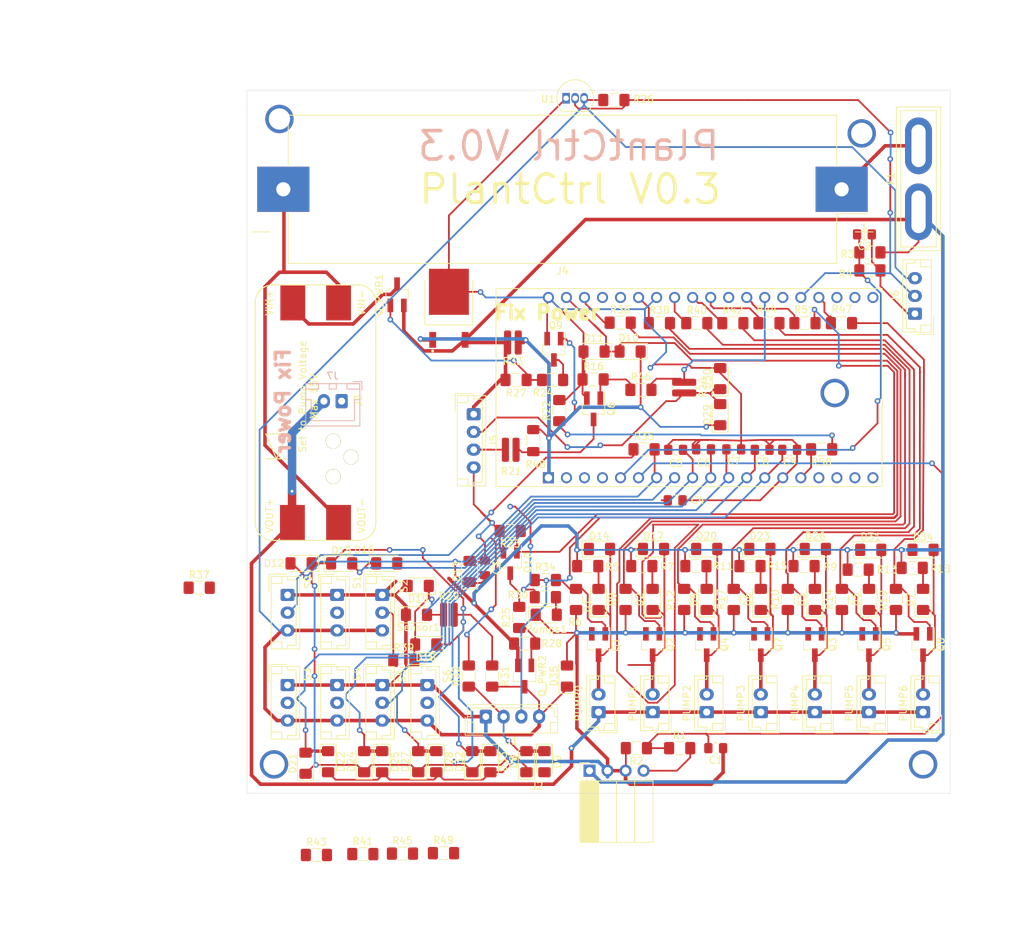
<source format=kicad_pcb>
(kicad_pcb (version 20171130) (host pcbnew 5.1.5+dfsg1-2build2)
  (layers (0 F.Cu signal) (31 B.Cu signal) (34 B.Paste user) (35 F.Paste user) (36 B.SilkS user) (37 F.SilkS user) (38 B.Mask user) (39 F.Mask user) (44 Edge.Cuts user))
  (net 0 "")
  (net 1 PLANT1_PUMP)
  (net 2 PLANT2_PUMP)
  (net 3 PLANT3_PUMP)
  (net 4 PLANT4_PUMP)
  (net 5 PLANT5_PUMP)
  (net 6 PLANT6_PUMP)
  (net 7 GND)
  (net 8 PLANT6_MOIST)
  (net 9 PLANT5_MOIST)
  (net 10 PLANT4_MOIST)
  (net 11 PLANT3_MOIST)
  (net 12 PLANT2_MOIST)
  (net 13 PLANT1_MOIST)
  (net 14 "Net-(D1-Pad2)")
  (net 15 PLANT_CTRL_PUMP_0)
  (net 16 "Net-(D2-Pad2)")
  (net 17 "Net-(D3-Pad2)")
  (net 18 "Net-(D4-Pad2)")
  (net 19 "Net-(D5-Pad2)")
  (net 20 "Net-(D6-Pad2)")
  (net 21 "Net-(D7-Pad2)")
  (net 22 LIPO+)
  (net 23 SOLAR_IN)
  (net 24 PUMP_PWR)
  (net 25 PWR_PUMP_CONVERTER)
  (net 26 "Net-(F1-Pad2)")
  (net 27 "Net-(J5-Pad3)")
  (net 28 3_3V)
  (net 29 Temp)
  (net 30 PLANT0_PUMP)
  (net 31 "Net-(Q6-Pad3)")
  (net 32 CUSTOM_GPIO)
  (net 33 "Net-(Q9-Pad3)")
  (net 34 "Net-(Q10-Pad3)")
  (net 35 "Net-(Q_PWR1-Pad1)")
  (net 36 PWR_SENSORS)
  (net 37 "Net-(Q_PWR2-Pad1)")
  (net 38 "Net-(R32-Pad2)")
  (net 39 TANK_ECHO)
  (net 40 PLANT0_MOIST)
  (net 41 "Net-(R29-Pad2)")
  (net 42 "Net-(R29-Pad1)")
  (net 43 "Net-(Pumps1-Pad2)")
  (net 44 "Net-(C1-Pad2)")
  (net 45 "Net-(C2-Pad2)")
  (net 46 "Net-(D29-Pad2)")
  (net 47 "Net-(Q1-Pad1)")
  (net 48 "Net-(Q2-Pad1)")
  (net 49 "Net-(Q3-Pad1)")
  (net 50 "Net-(Q4-Pad1)")
  (net 51 "Net-(Q5-Pad1)")
  (net 52 "Net-(Q6-Pad1)")
  (net 53 "Net-(Q7-Pad1)")
  (net 54 "Net-(Q8-Pad1)")
  (net 55 "Net-(Q9-Pad1)")
  (net 56 "Net-(Q10-Pad1)")
  (net 57 "Net-(R35-Pad1)")
  (net 58 PLANT_CTRL_PUMP_1)
  (net 59 "Net-(R37-Pad1)")
  (net 60 PLANT_CTRL_PUMP_2)
  (net 61 "Net-(R39-Pad1)")
  (net 62 PLANT_CTRL_PUMP_3)
  (net 63 "Net-(R41-Pad1)")
  (net 64 PLANT_CTRL_PUMP_4)
  (net 65 "Net-(R43-Pad1)")
  (net 66 PLANT_CTRL_PUMP_5)
  (net 67 "Net-(R45-Pad1)")
  (net 68 PLANT_CTRL_PUMP_6)
  (net 69 "Net-(R49-Pad1)")
  (net 70 PUMP_ENABLE)
  (net 71 SENSORS_ENABLE)
  (module LED_SMD:LED_1206_3216Metric_Pad1.42x1.75mm_HandSolder (layer F.Cu) (at 219.71 112.395 90)
    (fp_text reference D1 (at -0.889 -1.524 90) (layer F.SilkS))
    (fp_text value LED)
    (pad 2 smd roundrect (at 1.4875 0 90) (size 1.425 1.75) (layers F.Cu F.Paste F.Mask) (roundrect_rratio 0.175439) (net 14 "Net-(D1-Pad2)"))
    (pad 1 smd roundrect (at -1.4875 0 90) (size 1.425 1.75) (layers F.Cu F.Paste F.Mask) (roundrect_rratio 0.175439) (net 30 PLANT0_PUMP))
  )
  (module misc_footprints:BatteryHolder_Keystone_1042_1x18650 (layer F.Cu) (at 214.63 54.61 180)
    (fp_text reference J4 (at 0 -11.5) (layer F.SilkS))
    (fp_text value Conn_01x02_Female)
    (pad 1 thru_hole rect (at -39.33 0 180) (size 7.34 6.35) (drill 2) (layers *.Cu *.Mask) (net 26 "Net-(F1-Pad2)"))
    (pad 2 thru_hole rect (at 39.33 0 180) (size 7.34 6.35) (drill 2) (layers *.Cu *.Mask) (net 7 GND))
    (pad "" np_thru_hole circle (at 27.6 -8 180) (size 3.45 3.45) (drill 3.45) (layers *.Cu *.Mask))
    (pad "" np_thru_hole circle (at -27.6 8 180) (size 3.45 3.45) (drill 3.45) (layers *.Cu *.Mask))
    (pad "" np_thru_hole circle (at -35.93 -8 180) (size 2.39 2.39) (drill 2.39) (layers *.Cu *.Mask))
  )
  (module Resistor_SMD:R_1206_3216Metric_Pad1.42x1.75mm_HandSolder (layer F.Cu) (at 231.14 133.35)
    (fp_text reference R1 (at 0 -1.82) (layer F.SilkS))
    (fp_text value 100k)
    (pad 2 smd roundrect (at 1.4875 0) (size 1.425 1.75) (layers F.Cu F.Paste F.Mask) (roundrect_rratio 0.175439) (net 23 SOLAR_IN))
    (pad 1 smd roundrect (at -1.4875 0) (size 1.425 1.75) (layers F.Cu F.Paste F.Mask) (roundrect_rratio 0.175439) (net 44 "Net-(C1-Pad2)"))
  )
  (module Resistor_SMD:R_1206_3216Metric_Pad1.42x1.75mm_HandSolder (layer F.Cu) (at 208.0895 81.4705 180)
    (fp_text reference R27 (at 0 -1.82) (layer F.SilkS))
    (fp_text value 47k)
    (pad 2 smd roundrect (at 1.4875 0 180) (size 1.425 1.75) (layers F.Cu F.Paste F.Mask) (roundrect_rratio 0.175439) (net 22 LIPO+))
    (pad 1 smd roundrect (at -1.4875 0 180) (size 1.425 1.75) (layers F.Cu F.Paste F.Mask) (roundrect_rratio 0.175439) (net 35 "Net-(Q_PWR1-Pad1)"))
  )
  (module Resistor_SMD:R_1206_3216Metric_Pad1.42x1.75mm_HandSolder (layer F.Cu) (at 213.233 81.4705)
    (fp_text reference R24 (at -1.3462 1.7907) (layer F.SilkS))
    (fp_text value 10k)
    (pad 2 smd roundrect (at 1.4875 0) (size 1.425 1.75) (layers F.Cu F.Paste F.Mask) (roundrect_rratio 0.175439) (net 33 "Net-(Q9-Pad3)"))
    (pad 1 smd roundrect (at -1.4875 0) (size 1.425 1.75) (layers F.Cu F.Paste F.Mask) (roundrect_rratio 0.175439) (net 35 "Net-(Q_PWR1-Pad1)"))
  )
  (module Resistor_SMD:R_1206_3216Metric_Pad1.42x1.75mm_HandSolder (layer F.Cu) (at 214.1855 85.7885 90)
    (fp_text reference R22 (at 0 -1.82 90) (layer F.SilkS))
    (fp_text value R)
    (pad 2 smd roundrect (at 1.4875 0 90) (size 1.425 1.75) (layers F.Cu F.Paste F.Mask) (roundrect_rratio 0.175439) (net 7 GND))
    (pad 1 smd roundrect (at -1.4875 0 90) (size 1.425 1.75) (layers F.Cu F.Paste F.Mask) (roundrect_rratio 0.175439) (net 55 "Net-(Q9-Pad1)"))
  )
  (module Package_TO_SOT_SMD:SOT-23_Handsoldering (layer F.Cu) (at 191.3255 69.469 90)
    (fp_text reference Q_PWR1 (at 0 -2.5 90) (layer F.SilkS))
    (fp_text value BSS84)
    (pad 3 smd rect (at 1.5 0 90) (size 1.9 0.8) (layers F.Cu F.Paste F.Mask) (net 25 PWR_PUMP_CONVERTER))
    (pad 2 smd rect (at -1.5 0.95 90) (size 1.9 0.8) (layers F.Cu F.Paste F.Mask) (net 22 LIPO+))
    (pad 1 smd rect (at -1.5 -0.95 90) (size 1.9 0.8) (layers F.Cu F.Paste F.Mask) (net 35 "Net-(Q_PWR1-Pad1)"))
  )
  (module Package_TO_SOT_SMD:SOT-23_Handsoldering (layer F.Cu) (at 213.4235 77.1525 270)
    (fp_text reference Q9 (at -3.3401 -0.2413 180) (layer F.SilkS))
    (fp_text value SL2300)
    (pad 3 smd rect (at 1.5 0 270) (size 1.9 0.8) (layers F.Cu F.Paste F.Mask) (net 33 "Net-(Q9-Pad3)"))
    (pad 2 smd rect (at -1.5 0.95 270) (size 1.9 0.8) (layers F.Cu F.Paste F.Mask) (net 7 GND))
    (pad 1 smd rect (at -1.5 -0.95 270) (size 1.9 0.8) (layers F.Cu F.Paste F.Mask) (net 55 "Net-(Q9-Pad1)"))
  )
  (module LED_SMD:LED_1206_3216Metric_Pad1.42x1.75mm_HandSolder (layer F.Cu) (at 265.43 112.395 90)
    (fp_text reference D7 (at 0 -1.82 90) (layer F.SilkS))
    (fp_text value LED)
    (pad 2 smd roundrect (at 1.4875 0 90) (size 1.425 1.75) (layers F.Cu F.Paste F.Mask) (roundrect_rratio 0.175439) (net 21 "Net-(D7-Pad2)"))
    (pad 1 smd roundrect (at -1.4875 0 90) (size 1.425 1.75) (layers F.Cu F.Paste F.Mask) (roundrect_rratio 0.175439) (net 6 PLANT6_PUMP))
  )
  (module Resistor_SMD:R_1206_3216Metric_Pad1.42x1.75mm_HandSolder (layer F.Cu) (at 204.724 123.19 270)
    (fp_text reference R31 (at 0 -1.82 90) (layer F.SilkS))
    (fp_text value 255)
    (pad 2 smd roundrect (at 1.4875 0 270) (size 1.425 1.75) (layers F.Cu F.Paste F.Mask) (roundrect_rratio 0.175439) (net 36 PWR_SENSORS))
    (pad 1 smd roundrect (at -1.4875 0 270) (size 1.425 1.75) (layers F.Cu F.Paste F.Mask) (roundrect_rratio 0.175439) (net 41 "Net-(R29-Pad2)"))
  )
  (module Resistor_SMD:R_1206_3216Metric_Pad1.42x1.75mm_HandSolder (layer F.Cu) (at 212.217 112.0775)
    (fp_text reference R30 (at -3.8735 -0.3175) (layer F.SilkS))
    (fp_text value 255)
    (pad 2 smd roundrect (at 1.4875 0) (size 1.425 1.75) (layers F.Cu F.Paste F.Mask) (roundrect_rratio 0.175439) (net 43 "Net-(Pumps1-Pad2)"))
    (pad 1 smd roundrect (at -1.4875 0) (size 1.425 1.75) (layers F.Cu F.Paste F.Mask) (roundrect_rratio 0.175439) (net 25 PWR_PUMP_CONVERTER))
  )
  (module Resistor_SMD:R_0612_1632Metric (layer F.Cu) (at 198.628 114.554)
    (fp_text reference R29 (at 0 -2.65) (layer F.SilkS))
    (fp_text value 0)
    (pad 2 smd roundrect (at 0.75 0) (size 1 3.4) (layers F.Cu F.Paste F.Mask) (net 41 "Net-(R29-Pad2)"))
    (pad 1 smd roundrect (at -0.75 0) (size 1 3.4) (layers F.Cu F.Paste F.Mask) (net 42 "Net-(R29-Pad1)"))
  )
  (module Resistor_SMD:R_1206_3216Metric_Pad1.42x1.75mm_HandSolder (layer F.Cu) (at 209.296 118.618 180)
    (fp_text reference R28 (at -3.81 0) (layer F.SilkS))
    (fp_text value 47k)
    (pad 2 smd roundrect (at 1.4875 0 180) (size 1.425 1.75) (layers F.Cu F.Paste F.Mask) (roundrect_rratio 0.175439) (net 22 LIPO+))
    (pad 1 smd roundrect (at -1.4875 0 180) (size 1.425 1.75) (layers F.Cu F.Paste F.Mask) (roundrect_rratio 0.175439) (net 37 "Net-(Q_PWR2-Pad1)"))
  )
  (module Resistor_SMD:R_1206_3216Metric_Pad1.42x1.75mm_HandSolder (layer F.Cu) (at 208.534 114.935 90)
    (fp_text reference R25 (at 0 -1.82 90) (layer F.SilkS))
    (fp_text value 10k)
    (pad 2 smd roundrect (at 1.4875 0 90) (size 1.425 1.75) (layers F.Cu F.Paste F.Mask) (roundrect_rratio 0.175439) (net 34 "Net-(Q10-Pad3)"))
    (pad 1 smd roundrect (at -1.4875 0 90) (size 1.425 1.75) (layers F.Cu F.Paste F.Mask) (roundrect_rratio 0.175439) (net 37 "Net-(Q_PWR2-Pad1)"))
  )
  (module Resistor_SMD:R_1206_3216Metric_Pad1.42x1.75mm_HandSolder (layer F.Cu) (at 207.264 102.743 180)
    (fp_text reference R23 (at 0 -1.82) (layer F.SilkS))
    (fp_text value 47k)
    (pad 2 smd roundrect (at 1.4875 0 180) (size 1.425 1.75) (layers F.Cu F.Paste F.Mask) (roundrect_rratio 0.175439) (net 7 GND))
    (pad 1 smd roundrect (at -1.4875 0 180) (size 1.425 1.75) (layers F.Cu F.Paste F.Mask) (roundrect_rratio 0.175439) (net 56 "Net-(Q10-Pad1)"))
  )
  (module Package_TO_SOT_SMD:SOT-23_Handsoldering (layer F.Cu) (at 209.296 123.19 270)
    (fp_text reference Q_PWR2 (at 0 -2.5 90) (layer F.SilkS))
    (fp_text value BSS84)
    (pad 3 smd rect (at 1.5 0 270) (size 1.9 0.8) (layers F.Cu F.Paste F.Mask) (net 36 PWR_SENSORS))
    (pad 2 smd rect (at -1.5 0.95 270) (size 1.9 0.8) (layers F.Cu F.Paste F.Mask) (net 22 LIPO+))
    (pad 1 smd rect (at -1.5 -0.95 270) (size 1.9 0.8) (layers F.Cu F.Paste F.Mask) (net 37 "Net-(Q_PWR2-Pad1)"))
  )
  (module Package_TO_SOT_SMD:SOT-23_Handsoldering (layer F.Cu) (at 207.264 107.188 270)
    (fp_text reference Q10 (at 0 -2.5 90) (layer F.SilkS))
    (fp_text value SL2300)
    (pad 3 smd rect (at 1.5 0 270) (size 1.9 0.8) (layers F.Cu F.Paste F.Mask) (net 34 "Net-(Q10-Pad3)"))
    (pad 2 smd rect (at -1.5 0.95 270) (size 1.9 0.8) (layers F.Cu F.Paste F.Mask) (net 7 GND))
    (pad 1 smd rect (at -1.5 -0.95 270) (size 1.9 0.8) (layers F.Cu F.Paste F.Mask) (net 56 "Net-(Q10-Pad1)"))
  )
  (module LED_SMD:LED_1206_3216Metric_Pad1.42x1.75mm_HandSolder (layer F.Cu) (at 194.056 114.554)
    (fp_text reference Sensor1 (at 0.254 1.778) (layer F.SilkS))
    (fp_text value LED)
    (pad 2 smd roundrect (at 1.4875 0) (size 1.425 1.75) (layers F.Cu F.Paste F.Mask) (roundrect_rratio 0.175439) (net 42 "Net-(R29-Pad1)"))
    (pad 1 smd roundrect (at -1.4875 0) (size 1.425 1.75) (layers F.Cu F.Paste F.Mask) (roundrect_rratio 0.175439) (net 7 GND))
  )
  (module LED_SMD:LED_1206_3216Metric_Pad1.42x1.75mm_HandSolder (layer F.Cu) (at 212.344 114.554)
    (fp_text reference Pumps1 (at 0 2.032) (layer F.SilkS))
    (fp_text value LED)
    (pad 2 smd roundrect (at 1.4875 0) (size 1.425 1.75) (layers F.Cu F.Paste F.Mask) (roundrect_rratio 0.175439) (net 43 "Net-(Pumps1-Pad2)"))
    (pad 1 smd roundrect (at -1.4875 0) (size 1.425 1.75) (layers F.Cu F.Paste F.Mask) (roundrect_rratio 0.175439) (net 7 GND))
  )
  (module ESP32:MODULE_ESP32-DEVKITC-32D (layer F.Cu) (at 232.41 82.55 90)
    (fp_text reference U2 (at -10.829175 -28.446045 90) (layer F.SilkS) (effects (font (size 1.000386 1.000386) (thickness 0.015))))
    (fp_text value ESP32-DEVKITC-32D)
    (pad 38 thru_hole circle (at 12.7 25.96 90) (size 1.56 1.56) (drill 1.04) (layers *.Cu *.Mask))
    (pad 37 thru_hole circle (at 12.7 23.42 90) (size 1.56 1.56) (drill 1.04) (layers *.Cu *.Mask))
    (pad 36 thru_hole circle (at 12.7 20.88 90) (size 1.56 1.56) (drill 1.04) (layers *.Cu *.Mask))
    (pad 35 thru_hole circle (at 12.7 18.34 90) (size 1.56 1.56) (drill 1.04) (layers *.Cu *.Mask) (net 68 PLANT_CTRL_PUMP_6))
    (pad 34 thru_hole circle (at 12.7 15.8 90) (size 1.56 1.56) (drill 1.04) (layers *.Cu *.Mask) (net 29 Temp))
    (pad 33 thru_hole circle (at 12.7 13.26 90) (size 1.56 1.56) (drill 1.04) (layers *.Cu *.Mask))
    (pad 32 thru_hole circle (at 12.7 10.72 90) (size 1.56 1.56) (drill 1.04) (layers *.Cu *.Mask) (net 32 CUSTOM_GPIO))
    (pad 31 thru_hole circle (at 12.7 8.18 90) (size 1.56 1.56) (drill 1.04) (layers *.Cu *.Mask) (net 71 SENSORS_ENABLE))
    (pad 30 thru_hole circle (at 12.7 5.64 90) (size 1.56 1.56) (drill 1.04) (layers *.Cu *.Mask) (net 38 "Net-(R32-Pad2)"))
    (pad 29 thru_hole circle (at 12.7 3.1 90) (size 1.56 1.56) (drill 1.04) (layers *.Cu *.Mask) (net 66 PLANT_CTRL_PUMP_5))
    (pad 28 thru_hole circle (at 12.7 0.56 90) (size 1.56 1.56) (drill 1.04) (layers *.Cu *.Mask) (net 64 PLANT_CTRL_PUMP_4))
    (pad 27 thru_hole circle (at 12.7 -1.98 90) (size 1.56 1.56) (drill 1.04) (layers *.Cu *.Mask) (net 62 PLANT_CTRL_PUMP_3))
    (pad 26 thru_hole circle (at 12.7 -4.52 90) (size 1.56 1.56) (drill 1.04) (layers *.Cu *.Mask) (net 7 GND))
    (pad 25 thru_hole circle (at 12.7 -7.06 90) (size 1.56 1.56) (drill 1.04) (layers *.Cu *.Mask) (net 60 PLANT_CTRL_PUMP_2))
    (pad 24 thru_hole circle (at 12.7 -9.6 90) (size 1.56 1.56) (drill 1.04) (layers *.Cu *.Mask))
    (pad 23 thru_hole circle (at 12.7 -12.14 90) (size 1.56 1.56) (drill 1.04) (layers *.Cu *.Mask))
    (pad 22 thru_hole circle (at 12.7 -14.68 90) (size 1.56 1.56) (drill 1.04) (layers *.Cu *.Mask) (net 58 PLANT_CTRL_PUMP_1))
    (pad 21 thru_hole circle (at 12.7 -17.22 90) (size 1.56 1.56) (drill 1.04) (layers *.Cu *.Mask) (net 15 PLANT_CTRL_PUMP_0))
    (pad 20 thru_hole circle (at 12.7 -19.76 90) (size 1.56 1.56) (drill 1.04) (layers *.Cu *.Mask) (net 7 GND))
    (pad 18 thru_hole circle (at -12.7 23.42 90) (size 1.56 1.56) (drill 1.04) (layers *.Cu *.Mask))
    (pad 17 thru_hole circle (at -12.7 20.88 90) (size 1.56 1.56) (drill 1.04) (layers *.Cu *.Mask))
    (pad 16 thru_hole circle (at -12.7 18.34 90) (size 1.56 1.56) (drill 1.04) (layers *.Cu *.Mask))
    (pad 15 thru_hole circle (at -12.7 15.8 90) (size 1.56 1.56) (drill 1.04) (layers *.Cu *.Mask) (net 70 PUMP_ENABLE))
    (pad 14 thru_hole circle (at -12.7 13.26 90) (size 1.56 1.56) (drill 1.04) (layers *.Cu *.Mask) (net 7 GND))
    (pad 13 thru_hole circle (at -12.7 10.72 90) (size 1.56 1.56) (drill 1.04) (layers *.Cu *.Mask) (net 8 PLANT6_MOIST))
    (pad 12 thru_hole circle (at -12.7 8.18 90) (size 1.56 1.56) (drill 1.04) (layers *.Cu *.Mask) (net 9 PLANT5_MOIST))
    (pad 11 thru_hole circle (at -12.7 5.64 90) (size 1.56 1.56) (drill 1.04) (layers *.Cu *.Mask) (net 10 PLANT4_MOIST))
    (pad 10 thru_hole circle (at -12.7 3.1 90) (size 1.56 1.56) (drill 1.04) (layers *.Cu *.Mask) (net 11 PLANT3_MOIST))
    (pad 9 thru_hole circle (at -12.7 0.56 90) (size 1.56 1.56) (drill 1.04) (layers *.Cu *.Mask) (net 12 PLANT2_MOIST))
    (pad 8 thru_hole circle (at -12.7 -1.98 90) (size 1.56 1.56) (drill 1.04) (layers *.Cu *.Mask) (net 13 PLANT1_MOIST))
    (pad 7 thru_hole circle (at -12.7 -4.52 90) (size 1.56 1.56) (drill 1.04) (layers *.Cu *.Mask) (net 40 PLANT0_MOIST))
    (pad 6 thru_hole circle (at -12.7 -7.06 90) (size 1.56 1.56) (drill 1.04) (layers *.Cu *.Mask) (net 44 "Net-(C1-Pad2)"))
    (pad 5 thru_hole circle (at -12.7 -9.6 90) (size 1.56 1.56) (drill 1.04) (layers *.Cu *.Mask) (net 45 "Net-(C2-Pad2)"))
    (pad 4 thru_hole circle (at -12.7 -12.14 90) (size 1.56 1.56) (drill 1.04) (layers *.Cu *.Mask))
    (pad 3 thru_hole circle (at -12.7 -14.68 90) (size 1.56 1.56) (drill 1.04) (layers *.Cu *.Mask))
    (pad 19 thru_hole circle (at -12.7 25.96 90) (size 1.56 1.56) (drill 1.04) (layers *.Cu *.Mask))
    (pad 2 thru_hole circle (at -12.7 -17.22 90) (size 1.56 1.56) (drill 1.04) (layers *.Cu *.Mask))
    (pad 1 thru_hole rect (at -12.7 -19.76 90) (size 1.56 1.56) (drill 1.04) (layers *.Cu *.Mask) (net 28 3_3V))
  )
  (module Resistor_SMD:R_1206_3216Metric_Pad1.42x1.75mm_HandSolder (layer F.Cu) (at 257.937 66.04)
    (fp_text reference R4 (at -3.429 0.508) (layer F.SilkS))
    (fp_text value 47k8)
    (pad 2 smd roundrect (at 1.4875 0) (size 1.425 1.75) (layers F.Cu F.Paste F.Mask) (roundrect_rratio 0.175439) (net 7 GND))
    (pad 1 smd roundrect (at -1.4875 0) (size 1.425 1.75) (layers F.Cu F.Paste F.Mask) (roundrect_rratio 0.175439) (net 45 "Net-(C2-Pad2)"))
  )
  (module Resistor_SMD:R_1206_3216Metric_Pad1.42x1.75mm_HandSolder (layer F.Cu) (at 257.937 63.5 180)
    (fp_text reference R3 (at 3.175 -0.254) (layer F.SilkS))
    (fp_text value 33k)
    (pad 2 smd roundrect (at 1.4875 0 180) (size 1.425 1.75) (layers F.Cu F.Paste F.Mask) (roundrect_rratio 0.175439) (net 45 "Net-(C2-Pad2)"))
    (pad 1 smd roundrect (at -1.4875 0 180) (size 1.425 1.75) (layers F.Cu F.Paste F.Mask) (roundrect_rratio 0.175439) (net 22 LIPO+))
  )
  (module Resistor_SMD:R_1206_3216Metric_Pad1.42x1.75mm_HandSolder (layer F.Cu) (at 225.044 133.35 180)
    (fp_text reference R2 (at 0 -1.82) (layer F.SilkS))
    (fp_text value 33k)
    (pad 2 smd roundrect (at 1.4875 0 180) (size 1.425 1.75) (layers F.Cu F.Paste F.Mask) (roundrect_rratio 0.175439) (net 7 GND))
    (pad 1 smd roundrect (at -1.4875 0 180) (size 1.425 1.75) (layers F.Cu F.Paste F.Mask) (roundrect_rratio 0.175439) (net 44 "Net-(C1-Pad2)"))
  )
  (module Connector_PinSocket_2.54mm:PinSocket_1x04_P2.54mm_Horizontal (layer F.Cu) (at 218.44 136.525 90)
    (fp_text reference J2 (at -2.159 -7.366 180) (layer F.SilkS))
    (fp_text value Conn_01x04)
    (pad 4 thru_hole oval (at 0 7.62 90) (size 1.7 1.7) (drill 1) (layers *.Cu *.Mask) (net 23 SOLAR_IN))
    (pad 3 thru_hole oval (at 0 5.08 90) (size 1.7 1.7) (drill 1) (layers *.Cu *.Mask) (net 7 GND))
    (pad 2 thru_hole oval (at 0 2.54 90) (size 1.7 1.7) (drill 1) (layers *.Cu *.Mask) (net 7 GND))
    (pad 1 thru_hole rect (at 0 0 90) (size 1.7 1.7) (drill 1) (layers *.Cu *.Mask) (net 22 LIPO+))
  )
  (module Connector_JST:JST_EH_B4B-EH-A_1x04_P2.50mm_Vertical (layer F.Cu) (at 203.835 128.905)
    (fp_text reference J1 (at 3.683 3.429) (layer F.SilkS))
    (fp_text value Conn_01x04)
    (pad 4 thru_hole oval (at 7.5 0) (size 1.7 1.95) (drill 0.95) (layers *.Cu *.Mask) (net 36 PWR_SENSORS))
    (pad 3 thru_hole oval (at 5 0) (size 1.7 1.95) (drill 0.95) (layers *.Cu *.Mask) (net 15 PLANT_CTRL_PUMP_0))
    (pad 2 thru_hole oval (at 2.5 0) (size 1.7 1.95) (drill 0.95) (layers *.Cu *.Mask) (net 39 TANK_ECHO))
    (pad 1 thru_hole roundrect (at 0 0) (size 1.7 1.95) (drill 0.95) (layers *.Cu *.Mask) (roundrect_rratio 0.147059) (net 7 GND))
  )
  (module Fuse:Fuse_Blade_ATO_directSolder (layer F.Cu) (at 264.795 57.785 90)
    (fp_text reference F1 (at 4.65 -3.9 90) (layer F.SilkS))
    (fp_text value Fuse)
    (pad 2 thru_hole oval (at 9.3 0 90) (size 8 3.8) (drill oval 6 2) (layers *.Cu *.Mask) (net 26 "Net-(F1-Pad2)"))
    (pad 1 thru_hole oval (at 0 0 90) (size 8 3.8) (drill oval 6 2) (layers *.Cu *.Mask) (net 22 LIPO+))
  )
  (module ESP32:DPAK457P991X255-3N (layer F.Cu) (at 198.628 71.374 90)
    (fp_text reference U3 (at -2.825 -4.635 90) (layer F.SilkS) (effects (font (thickness 0.015))))
    (fp_text value LP38690DT-3.3)
    (pad 4 smd rect (at 2.32 0 90) (size 6.49 5.63) (layers F.Cu F.Mask) (net 7 GND))
    (pad 3 smd rect (at -4.45 2.285 90) (size 2.22 0.96) (layers F.Cu F.Paste F.Mask) (net 22 LIPO+))
    (pad 1 smd rect (at -4.45 -2.285 90) (size 2.22 0.96) (layers F.Cu F.Paste F.Mask) (net 28 3_3V))
  )
  (module Package_TO_SOT_THT:TO-92_Inline (layer F.Cu) (at 215.138 41.783)
    (fp_text reference U1 (at -2.54 0.127) (layer F.SilkS))
    (fp_text value DS18B20)
    (pad 1 thru_hole rect (at 0 0) (size 1.05 1.5) (drill 0.75) (layers *.Cu *.Mask) (net 7 GND))
    (pad 3 thru_hole oval (at 2.54 0) (size 1.05 1.5) (drill 0.75) (layers *.Cu *.Mask) (net 36 PWR_SENSORS))
    (pad 2 thru_hole oval (at 1.27 0) (size 1.05 1.5) (drill 0.75) (layers *.Cu *.Mask) (net 29 Temp))
  )
  (module Connector_JST:JST_EH_B3B-EH-A_1x03_P2.50mm_Vertical (layer F.Cu) (at 195.58 124.46 270)
    (fp_text reference S6 (at -1.27 -2.794 90) (layer F.SilkS))
    (fp_text value Conn_01x03_Male)
    (pad 3 thru_hole oval (at 5 0 270) (size 1.7 1.95) (drill 0.95) (layers *.Cu *.Mask) (net 36 PWR_SENSORS))
    (pad 2 thru_hole oval (at 2.5 0 270) (size 1.7 1.95) (drill 0.95) (layers *.Cu *.Mask) (net 69 "Net-(R49-Pad1)"))
    (pad 1 thru_hole roundrect (at 0 0 270) (size 1.7 1.95) (drill 0.95) (layers *.Cu *.Mask) (roundrect_rratio 0.147059) (net 7 GND))
  )
  (module Connector_JST:JST_EH_B3B-EH-A_1x03_P2.50mm_Vertical (layer F.Cu) (at 189.23 124.46 270)
    (fp_text reference S5 (at -1.27 -2.794 90) (layer F.SilkS))
    (fp_text value Conn_01x03_Male)
    (pad 3 thru_hole oval (at 5 0 270) (size 1.7 1.95) (drill 0.95) (layers *.Cu *.Mask) (net 36 PWR_SENSORS))
    (pad 2 thru_hole oval (at 2.5 0 270) (size 1.7 1.95) (drill 0.95) (layers *.Cu *.Mask) (net 67 "Net-(R45-Pad1)"))
    (pad 1 thru_hole roundrect (at 0 0 270) (size 1.7 1.95) (drill 0.95) (layers *.Cu *.Mask) (roundrect_rratio 0.147059) (net 7 GND))
  )
  (module Connector_JST:JST_EH_B3B-EH-A_1x03_P2.50mm_Vertical (layer F.Cu) (at 182.88 124.46 270)
    (fp_text reference S4 (at -1.524 -2.794 90) (layer F.SilkS))
    (fp_text value Conn_01x03_Male)
    (pad 3 thru_hole oval (at 5 0 270) (size 1.7 1.95) (drill 0.95) (layers *.Cu *.Mask) (net 36 PWR_SENSORS))
    (pad 2 thru_hole oval (at 2.5 0 270) (size 1.7 1.95) (drill 0.95) (layers *.Cu *.Mask) (net 65 "Net-(R43-Pad1)"))
    (pad 1 thru_hole roundrect (at 0 0 270) (size 1.7 1.95) (drill 0.95) (layers *.Cu *.Mask) (roundrect_rratio 0.147059) (net 7 GND))
  )
  (module Connector_JST:JST_EH_B3B-EH-A_1x03_P2.50mm_Vertical (layer F.Cu) (at 175.895 124.46 270)
    (fp_text reference S3 (at -1.524 -2.8 90) (layer F.SilkS))
    (fp_text value Conn_01x03_Male)
    (pad 3 thru_hole oval (at 5 0 270) (size 1.7 1.95) (drill 0.95) (layers *.Cu *.Mask) (net 36 PWR_SENSORS))
    (pad 2 thru_hole oval (at 2.5 0 270) (size 1.7 1.95) (drill 0.95) (layers *.Cu *.Mask) (net 63 "Net-(R41-Pad1)"))
    (pad 1 thru_hole roundrect (at 0 0 270) (size 1.7 1.95) (drill 0.95) (layers *.Cu *.Mask) (roundrect_rratio 0.147059) (net 7 GND))
  )
  (module Connector_JST:JST_EH_B3B-EH-A_1x03_P2.50mm_Vertical (layer F.Cu) (at 189.23 111.76 270)
    (fp_text reference S2 (at -1.27 -3.048 90) (layer F.SilkS))
    (fp_text value Conn_01x03_Male)
    (pad 3 thru_hole oval (at 5 0 270) (size 1.7 1.95) (drill 0.95) (layers *.Cu *.Mask) (net 36 PWR_SENSORS))
    (pad 2 thru_hole oval (at 2.5 0 270) (size 1.7 1.95) (drill 0.95) (layers *.Cu *.Mask) (net 61 "Net-(R39-Pad1)"))
    (pad 1 thru_hole roundrect (at 0 0 270) (size 1.7 1.95) (drill 0.95) (layers *.Cu *.Mask) (roundrect_rratio 0.147059) (net 7 GND))
  )
  (module Connector_JST:JST_EH_B3B-EH-A_1x03_P2.50mm_Vertical (layer F.Cu) (at 182.88 111.76 270)
    (fp_text reference S1 (at -1.778 -2.794 90) (layer F.SilkS))
    (fp_text value Conn_01x03_Male)
    (pad 3 thru_hole oval (at 5 0 270) (size 1.7 1.95) (drill 0.95) (layers *.Cu *.Mask) (net 36 PWR_SENSORS))
    (pad 2 thru_hole oval (at 2.5 0 270) (size 1.7 1.95) (drill 0.95) (layers *.Cu *.Mask) (net 59 "Net-(R37-Pad1)"))
    (pad 1 thru_hole roundrect (at 0 0 270) (size 1.7 1.95) (drill 0.95) (layers *.Cu *.Mask) (roundrect_rratio 0.147059) (net 7 GND))
  )
  (module Connector_JST:JST_EH_B3B-EH-A_1x03_P2.50mm_Vertical (layer F.Cu) (at 175.895 111.76 270)
    (fp_text reference S0 (at -1.778 -2.921 90) (layer F.SilkS))
    (fp_text value Conn_01x03_Male)
    (pad 3 thru_hole oval (at 5 0 270) (size 1.7 1.95) (drill 0.95) (layers *.Cu *.Mask) (net 36 PWR_SENSORS))
    (pad 2 thru_hole oval (at 2.5 0 270) (size 1.7 1.95) (drill 0.95) (layers *.Cu *.Mask) (net 57 "Net-(R35-Pad1)"))
    (pad 1 thru_hole roundrect (at 0 0 270) (size 1.7 1.95) (drill 0.95) (layers *.Cu *.Mask) (roundrect_rratio 0.147059) (net 7 GND))
  )
  (module Resistor_SMD:R_1206_3216Metric_Pad1.42x1.75mm_HandSolder (layer F.Cu) (at 201.422 123.19 90)
    (fp_text reference R32 (at 0 -1.82 90) (layer F.SilkS))
    (fp_text value 10k)
    (pad 2 smd roundrect (at 1.4875 0 90) (size 1.425 1.75) (layers F.Cu F.Paste F.Mask) (roundrect_rratio 0.175439) (net 38 "Net-(R32-Pad2)"))
    (pad 1 smd roundrect (at -1.4875 0 90) (size 1.425 1.75) (layers F.Cu F.Paste F.Mask) (roundrect_rratio 0.175439) (net 39 TANK_ECHO))
  )
  (module Resistor_SMD:R_1206_3216Metric_Pad1.42x1.75mm_HandSolder (layer F.Cu) (at 221.869 42.037 180)
    (fp_text reference R26 (at -4.191 0.127) (layer F.SilkS))
    (fp_text value 4k7)
    (pad 2 smd roundrect (at 1.4875 0 180) (size 1.425 1.75) (layers F.Cu F.Paste F.Mask) (roundrect_rratio 0.175439) (net 36 PWR_SENSORS))
    (pad 1 smd roundrect (at -1.4875 0 180) (size 1.425 1.75) (layers F.Cu F.Paste F.Mask) (roundrect_rratio 0.175439) (net 29 Temp))
  )
  (module Resistor_SMD:R_0612_1632Metric (layer F.Cu) (at 207.3395 91.313)
    (fp_text reference R21 (at 0.0769 3.0226 180) (layer F.SilkS))
    (fp_text value R)
    (pad 2 smd roundrect (at 0.75 0) (size 1 3.4) (layers F.Cu F.Paste F.Mask) (net 31 "Net-(Q6-Pad3)"))
    (pad 1 smd roundrect (at -0.75 0) (size 1 3.4) (layers F.Cu F.Paste F.Mask) (net 27 "Net-(J5-Pad3)"))
  )
  (module Resistor_SMD:R_0612_1632Metric (layer F.Cu) (at 231.775 82.55 270)
    (fp_text reference R20 (at 0 -2.65 90) (layer F.SilkS))
    (fp_text value R)
    (pad 2 smd roundrect (at 0.75 0 270) (size 1 3.4) (layers F.Cu F.Paste F.Mask) (net 46 "Net-(D29-Pad2)"))
    (pad 1 smd roundrect (at -0.75 0 270) (size 1 3.4) (layers F.Cu F.Paste F.Mask) (net 32 CUSTOM_GPIO))
  )
  (module Resistor_SMD:R_1206_3216Metric_Pad1.42x1.75mm_HandSolder (layer F.Cu) (at 261.62 112.395 270)
    (fp_text reference R19 (at 0.127 1.778 90) (layer F.SilkS))
    (fp_text value 47k)
    (pad 2 smd roundrect (at 1.4875 0 270) (size 1.425 1.75) (layers F.Cu F.Paste F.Mask) (roundrect_rratio 0.175439) (net 7 GND))
    (pad 1 smd roundrect (at -1.4875 0 270) (size 1.425 1.75) (layers F.Cu F.Paste F.Mask) (roundrect_rratio 0.175439) (net 54 "Net-(Q8-Pad1)"))
  )
  (module Resistor_SMD:R_1206_3216Metric_Pad1.42x1.75mm_HandSolder (layer F.Cu) (at 263.906 107.95)
    (fp_text reference R18 (at 3.937 0.127) (layer F.SilkS))
    (fp_text value R)
    (pad 2 smd roundrect (at 1.4875 0) (size 1.425 1.75) (layers F.Cu F.Paste F.Mask) (roundrect_rratio 0.175439) (net 21 "Net-(D7-Pad2)"))
    (pad 1 smd roundrect (at -1.4875 0) (size 1.425 1.75) (layers F.Cu F.Paste F.Mask) (roundrect_rratio 0.175439) (net 22 LIPO+))
  )
  (module Resistor_SMD:R_1206_3216Metric_Pad1.42x1.75mm_HandSolder (layer F.Cu) (at 238.76 112.395 270)
    (fp_text reference R17 (at 0 1.778 90) (layer F.SilkS))
    (fp_text value 47k)
    (pad 2 smd roundrect (at 1.4875 0 270) (size 1.425 1.75) (layers F.Cu F.Paste F.Mask) (roundrect_rratio 0.175439) (net 7 GND))
    (pad 1 smd roundrect (at -1.4875 0 270) (size 1.425 1.75) (layers F.Cu F.Paste F.Mask) (roundrect_rratio 0.175439) (net 53 "Net-(Q7-Pad1)"))
  )
  (module Resistor_SMD:R_1206_3216Metric_Pad1.42x1.75mm_HandSolder (layer F.Cu) (at 218.948 81.407 180)
    (fp_text reference R16 (at -0.0635 1.8415) (layer F.SilkS))
    (fp_text value R)
    (pad 2 smd roundrect (at 1.4875 0 180) (size 1.425 1.75) (layers F.Cu F.Paste F.Mask) (roundrect_rratio 0.175439) (net 7 GND))
    (pad 1 smd roundrect (at -1.4875 0 180) (size 1.425 1.75) (layers F.Cu F.Paste F.Mask) (roundrect_rratio 0.175439) (net 52 "Net-(Q6-Pad1)"))
  )
  (module Resistor_SMD:R_1206_3216Metric_Pad1.42x1.75mm_HandSolder (layer F.Cu) (at 241.046 107.696)
    (fp_text reference R15 (at 3.81 0) (layer F.SilkS))
    (fp_text value R)
    (pad 2 smd roundrect (at 1.4875 0) (size 1.425 1.75) (layers F.Cu F.Paste F.Mask) (roundrect_rratio 0.175439) (net 20 "Net-(D6-Pad2)"))
    (pad 1 smd roundrect (at -1.4875 0) (size 1.425 1.75) (layers F.Cu F.Paste F.Mask) (roundrect_rratio 0.175439) (net 22 LIPO+))
  )
  (module Resistor_SMD:R_1206_3216Metric_Pad1.42x1.75mm_HandSolder (layer F.Cu) (at 254 112.395 270)
    (fp_text reference R14 (at 0 1.778 90) (layer F.SilkS))
    (fp_text value 47k)
    (pad 2 smd roundrect (at 1.4875 0 270) (size 1.425 1.75) (layers F.Cu F.Paste F.Mask) (roundrect_rratio 0.175439) (net 7 GND))
    (pad 1 smd roundrect (at -1.4875 0 270) (size 1.425 1.75) (layers F.Cu F.Paste F.Mask) (roundrect_rratio 0.175439) (net 51 "Net-(Q5-Pad1)"))
  )
  (module Resistor_SMD:R_1206_3216Metric_Pad1.42x1.75mm_HandSolder (layer F.Cu) (at 256.286 108.204)
    (fp_text reference R13 (at 4.064 0) (layer F.SilkS))
    (fp_text value R)
    (pad 2 smd roundrect (at 1.4875 0) (size 1.425 1.75) (layers F.Cu F.Paste F.Mask) (roundrect_rratio 0.175439) (net 19 "Net-(D5-Pad2)"))
    (pad 1 smd roundrect (at -1.4875 0) (size 1.425 1.75) (layers F.Cu F.Paste F.Mask) (roundrect_rratio 0.175439) (net 22 LIPO+))
  )
  (module Resistor_SMD:R_1206_3216Metric_Pad1.42x1.75mm_HandSolder (layer F.Cu) (at 231.775 112.395 270)
    (fp_text reference R12 (at 0.127 1.905 90) (layer F.SilkS))
    (fp_text value 47k)
    (pad 2 smd roundrect (at 1.4875 0 270) (size 1.425 1.75) (layers F.Cu F.Paste F.Mask) (roundrect_rratio 0.175439) (net 7 GND))
    (pad 1 smd roundrect (at -1.4875 0 270) (size 1.425 1.75) (layers F.Cu F.Paste F.Mask) (roundrect_rratio 0.175439) (net 50 "Net-(Q4-Pad1)"))
  )
  (module Resistor_SMD:R_1206_3216Metric_Pad1.42x1.75mm_HandSolder (layer F.Cu) (at 233.426 107.696)
    (fp_text reference R11 (at 3.81 0) (layer F.SilkS))
    (fp_text value R)
    (pad 2 smd roundrect (at 1.4875 0) (size 1.425 1.75) (layers F.Cu F.Paste F.Mask) (roundrect_rratio 0.175439) (net 18 "Net-(D4-Pad2)"))
    (pad 1 smd roundrect (at -1.4875 0) (size 1.425 1.75) (layers F.Cu F.Paste F.Mask) (roundrect_rratio 0.175439) (net 22 LIPO+))
  )
  (module Resistor_SMD:R_1206_3216Metric_Pad1.42x1.75mm_HandSolder (layer F.Cu) (at 246.38 112.395 270)
    (fp_text reference R10 (at 0 1.778 90) (layer F.SilkS))
    (fp_text value 47k)
    (pad 2 smd roundrect (at 1.4875 0 270) (size 1.425 1.75) (layers F.Cu F.Paste F.Mask) (roundrect_rratio 0.175439) (net 7 GND))
    (pad 1 smd roundrect (at -1.4875 0 270) (size 1.425 1.75) (layers F.Cu F.Paste F.Mask) (roundrect_rratio 0.175439) (net 49 "Net-(Q3-Pad1)"))
  )
  (module Resistor_SMD:R_1206_3216Metric_Pad1.42x1.75mm_HandSolder (layer F.Cu) (at 248.666 107.696)
    (fp_text reference R9 (at 3.683 0.127) (layer F.SilkS))
    (fp_text value R)
    (pad 2 smd roundrect (at 1.4875 0) (size 1.425 1.75) (layers F.Cu F.Paste F.Mask) (roundrect_rratio 0.175439) (net 17 "Net-(D3-Pad2)"))
    (pad 1 smd roundrect (at -1.4875 0) (size 1.425 1.75) (layers F.Cu F.Paste F.Mask) (roundrect_rratio 0.175439) (net 22 LIPO+))
  )
  (module Resistor_SMD:R_1206_3216Metric_Pad1.42x1.75mm_HandSolder (layer F.Cu) (at 223.52 112.395 90)
    (fp_text reference R8 (at 0 -1.82 90) (layer F.SilkS))
    (fp_text value 47k)
    (pad 2 smd roundrect (at 1.4875 0 90) (size 1.425 1.75) (layers F.Cu F.Paste F.Mask) (roundrect_rratio 0.175439) (net 48 "Net-(Q2-Pad1)"))
    (pad 1 smd roundrect (at -1.4875 0 90) (size 1.425 1.75) (layers F.Cu F.Paste F.Mask) (roundrect_rratio 0.175439) (net 7 GND))
  )
  (module Resistor_SMD:R_1206_3216Metric_Pad1.42x1.75mm_HandSolder (layer F.Cu) (at 225.806 107.696)
    (fp_text reference R7 (at 3.556 0.127) (layer F.SilkS))
    (fp_text value R)
    (pad 2 smd roundrect (at 1.4875 0) (size 1.425 1.75) (layers F.Cu F.Paste F.Mask) (roundrect_rratio 0.175439) (net 16 "Net-(D2-Pad2)"))
    (pad 1 smd roundrect (at -1.4875 0) (size 1.425 1.75) (layers F.Cu F.Paste F.Mask) (roundrect_rratio 0.175439) (net 22 LIPO+))
  )
  (module Resistor_SMD:R_1206_3216Metric_Pad1.42x1.75mm_HandSolder (layer F.Cu) (at 216.535 112.395 270)
    (fp_text reference R6 (at 3.175 0.127 180) (layer F.SilkS))
    (fp_text value 47k)
    (pad 2 smd roundrect (at 1.4875 0 270) (size 1.425 1.75) (layers F.Cu F.Paste F.Mask) (roundrect_rratio 0.175439) (net 7 GND))
    (pad 1 smd roundrect (at -1.4875 0 270) (size 1.425 1.75) (layers F.Cu F.Paste F.Mask) (roundrect_rratio 0.175439) (net 47 "Net-(Q1-Pad1)"))
  )
  (module Resistor_SMD:R_1206_3216Metric_Pad1.42x1.75mm_HandSolder (layer F.Cu) (at 218.186 107.696)
    (fp_text reference R5 (at 3.429 0.127) (layer F.SilkS))
    (fp_text value R)
    (pad 2 smd roundrect (at 1.4875 0) (size 1.425 1.75) (layers F.Cu F.Paste F.Mask) (roundrect_rratio 0.175439) (net 14 "Net-(D1-Pad2)"))
    (pad 1 smd roundrect (at -1.4875 0) (size 1.425 1.75) (layers F.Cu F.Paste F.Mask) (roundrect_rratio 0.175439) (net 22 LIPO+))
  )
  (module Package_TO_SOT_SMD:SOT-23_Handsoldering (layer F.Cu) (at 265.43 118.745 270)
    (fp_text reference Q8 (at 0 -2.5 90) (layer F.SilkS))
    (fp_text value SL2300)
    (pad 3 smd rect (at 1.5 0 270) (size 1.9 0.8) (layers F.Cu F.Paste F.Mask) (net 6 PLANT6_PUMP))
    (pad 2 smd rect (at -1.5 0.95 270) (size 1.9 0.8) (layers F.Cu F.Paste F.Mask) (net 7 GND))
    (pad 1 smd rect (at -1.5 -0.95 270) (size 1.9 0.8) (layers F.Cu F.Paste F.Mask) (net 54 "Net-(Q8-Pad1)"))
  )
  (module Package_TO_SOT_SMD:SOT-23_Handsoldering (layer F.Cu) (at 242.57 118.745 270)
    (fp_text reference Q7 (at 0 -2.5 90) (layer F.SilkS))
    (fp_text value SL2300)
    (pad 3 smd rect (at 1.5 0 270) (size 1.9 0.8) (layers F.Cu F.Paste F.Mask) (net 3 PLANT3_PUMP))
    (pad 2 smd rect (at -1.5 0.95 270) (size 1.9 0.8) (layers F.Cu F.Paste F.Mask) (net 7 GND))
    (pad 1 smd rect (at -1.5 -0.95 270) (size 1.9 0.8) (layers F.Cu F.Paste F.Mask) (net 53 "Net-(Q7-Pad1)"))
  )
  (module Package_TO_SOT_SMD:SOT-23_Handsoldering (layer F.Cu) (at 219.0115 85.5345 270)
    (fp_text reference Q6 (at 0 -2.5 90) (layer F.SilkS))
    (fp_text value SL2300)
    (pad 3 smd rect (at 1.5 0 270) (size 1.9 0.8) (layers F.Cu F.Paste F.Mask) (net 31 "Net-(Q6-Pad3)"))
    (pad 2 smd rect (at -1.5 0.95 270) (size 1.9 0.8) (layers F.Cu F.Paste F.Mask) (net 7 GND))
    (pad 1 smd rect (at -1.5 -0.95 270) (size 1.9 0.8) (layers F.Cu F.Paste F.Mask) (net 52 "Net-(Q6-Pad1)"))
  )
  (module Package_TO_SOT_SMD:SOT-23_Handsoldering (layer F.Cu) (at 257.81 118.745 270)
    (fp_text reference Q5 (at 0 -2.5 90) (layer F.SilkS))
    (fp_text value SL2300)
    (pad 3 smd rect (at 1.5 0 270) (size 1.9 0.8) (layers F.Cu F.Paste F.Mask) (net 5 PLANT5_PUMP))
    (pad 2 smd rect (at -1.5 0.95 270) (size 1.9 0.8) (layers F.Cu F.Paste F.Mask) (net 7 GND))
    (pad 1 smd rect (at -1.5 -0.95 270) (size 1.9 0.8) (layers F.Cu F.Paste F.Mask) (net 51 "Net-(Q5-Pad1)"))
  )
  (module Package_TO_SOT_SMD:SOT-23_Handsoldering (layer F.Cu) (at 234.95 118.745 270)
    (fp_text reference Q4 (at 0 -2.5 90) (layer F.SilkS))
    (fp_text value SL2300)
    (pad 3 smd rect (at 1.5 0 270) (size 1.9 0.8) (layers F.Cu F.Paste F.Mask) (net 2 PLANT2_PUMP))
    (pad 2 smd rect (at -1.5 0.95 270) (size 1.9 0.8) (layers F.Cu F.Paste F.Mask) (net 7 GND))
    (pad 1 smd rect (at -1.5 -0.95 270) (size 1.9 0.8) (layers F.Cu F.Paste F.Mask) (net 50 "Net-(Q4-Pad1)"))
  )
  (module Package_TO_SOT_SMD:SOT-23_Handsoldering (layer F.Cu) (at 250.19 118.745 270)
    (fp_text reference Q3 (at 0 -2.5 90) (layer F.SilkS))
    (fp_text value SL2300)
    (pad 3 smd rect (at 1.5 0 270) (size 1.9 0.8) (layers F.Cu F.Paste F.Mask) (net 4 PLANT4_PUMP))
    (pad 2 smd rect (at -1.5 0.95 270) (size 1.9 0.8) (layers F.Cu F.Paste F.Mask) (net 7 GND))
    (pad 1 smd rect (at -1.5 -0.95 270) (size 1.9 0.8) (layers F.Cu F.Paste F.Mask) (net 49 "Net-(Q3-Pad1)"))
  )
  (module Package_TO_SOT_SMD:SOT-23_Handsoldering (layer F.Cu) (at 227.33 118.745 270)
    (fp_text reference Q2 (at 0 -2.5 90) (layer F.SilkS))
    (fp_text value SL2300)
    (pad 3 smd rect (at 1.5 0 270) (size 1.9 0.8) (layers F.Cu F.Paste F.Mask) (net 1 PLANT1_PUMP))
    (pad 2 smd rect (at -1.5 0.95 270) (size 1.9 0.8) (layers F.Cu F.Paste F.Mask) (net 7 GND))
    (pad 1 smd rect (at -1.5 -0.95 270) (size 1.9 0.8) (layers F.Cu F.Paste F.Mask) (net 48 "Net-(Q2-Pad1)"))
  )
  (module Package_TO_SOT_SMD:SOT-23_Handsoldering (layer F.Cu) (at 219.71 118.745 270)
    (fp_text reference Q1 (at 0 -2.5 90) (layer F.SilkS))
    (fp_text value SL2300)
    (pad 3 smd rect (at 1.5 0 270) (size 1.9 0.8) (layers F.Cu F.Paste F.Mask) (net 30 PLANT0_PUMP))
    (pad 2 smd rect (at -1.5 0.95 270) (size 1.9 0.8) (layers F.Cu F.Paste F.Mask) (net 7 GND))
    (pad 1 smd rect (at -1.5 -0.95 270) (size 1.9 0.8) (layers F.Cu F.Paste F.Mask) (net 47 "Net-(Q1-Pad1)"))
  )
  (module Connector_JST:JST_EH_B2B-EH-A_1x02_P2.50mm_Vertical (layer F.Cu) (at 265.43 128.27 90)
    (fp_text reference PUMP6 (at 1.25 -2.8 90) (layer F.SilkS))
    (fp_text value Conn_01x02_Female)
    (pad 2 thru_hole oval (at 2.5 0 90) (size 1.7 2) (drill 1) (layers *.Cu *.Mask) (net 6 PLANT6_PUMP))
    (pad 1 thru_hole roundrect (at 0 0 90) (size 1.7 2) (drill 1) (layers *.Cu *.Mask) (roundrect_rratio 0.147059) (net 24 PUMP_PWR))
  )
  (module Connector_JST:JST_EH_B2B-EH-A_1x02_P2.50mm_Vertical (layer F.Cu) (at 257.81 128.27 90)
    (fp_text reference PUMP5 (at 1.25 -2.8 90) (layer F.SilkS))
    (fp_text value Conn_01x02_Female)
    (pad 2 thru_hole oval (at 2.5 0 90) (size 1.7 2) (drill 1) (layers *.Cu *.Mask) (net 5 PLANT5_PUMP))
    (pad 1 thru_hole roundrect (at 0 0 90) (size 1.7 2) (drill 1) (layers *.Cu *.Mask) (roundrect_rratio 0.147059) (net 24 PUMP_PWR))
  )
  (module Connector_JST:JST_EH_B2B-EH-A_1x02_P2.50mm_Vertical (layer F.Cu) (at 250.19 128.27 90)
    (fp_text reference PUMP4 (at 1.25 -2.8 90) (layer F.SilkS))
    (fp_text value Conn_01x02_Female)
    (pad 2 thru_hole oval (at 2.5 0 90) (size 1.7 2) (drill 1) (layers *.Cu *.Mask) (net 4 PLANT4_PUMP))
    (pad 1 thru_hole roundrect (at 0 0 90) (size 1.7 2) (drill 1) (layers *.Cu *.Mask) (roundrect_rratio 0.147059) (net 24 PUMP_PWR))
  )
  (module Connector_JST:JST_EH_B2B-EH-A_1x02_P2.50mm_Vertical (layer F.Cu) (at 242.57 128.27 90)
    (fp_text reference PUMP3 (at 1.25 -2.8 90) (layer F.SilkS))
    (fp_text value Conn_01x02_Female)
    (pad 2 thru_hole oval (at 2.5 0 90) (size 1.7 2) (drill 1) (layers *.Cu *.Mask) (net 3 PLANT3_PUMP))
    (pad 1 thru_hole roundrect (at 0 0 90) (size 1.7 2) (drill 1) (layers *.Cu *.Mask) (roundrect_rratio 0.147059) (net 24 PUMP_PWR))
  )
  (module Connector_JST:JST_EH_B2B-EH-A_1x02_P2.50mm_Vertical (layer F.Cu) (at 234.95 128.27 90)
    (fp_text reference PUMP2 (at 1.25 -2.8 90) (layer F.SilkS))
    (fp_text value Conn_01x02_Female)
    (pad 2 thru_hole oval (at 2.5 0 90) (size 1.7 2) (drill 1) (layers *.Cu *.Mask) (net 2 PLANT2_PUMP))
    (pad 1 thru_hole roundrect (at 0 0 90) (size 1.7 2) (drill 1) (layers *.Cu *.Mask) (roundrect_rratio 0.147059) (net 24 PUMP_PWR))
  )
  (module Connector_JST:JST_EH_B2B-EH-A_1x02_P2.50mm_Vertical (layer F.Cu) (at 227.33 128.27 90)
    (fp_text reference PUMP1 (at 1.25 -2.8 90) (layer F.SilkS))
    (fp_text value Conn_01x02_Female)
    (pad 2 thru_hole oval (at 2.5 0 90) (size 1.7 2) (drill 1) (layers *.Cu *.Mask) (net 1 PLANT1_PUMP))
    (pad 1 thru_hole roundrect (at 0 0 90) (size 1.7 2) (drill 1) (layers *.Cu *.Mask) (roundrect_rratio 0.147059) (net 24 PUMP_PWR))
  )
  (module Connector_JST:JST_EH_B2B-EH-A_1x02_P2.50mm_Vertical (layer F.Cu) (at 219.71 128.27 90)
    (fp_text reference PUMP0 (at 1.25 -2.8 90) (layer F.SilkS))
    (fp_text value Conn_01x02_Female)
    (pad 2 thru_hole oval (at 2.5 0 90) (size 1.7 2) (drill 1) (layers *.Cu *.Mask) (net 30 PLANT0_PUMP))
    (pad 1 thru_hole roundrect (at 0 0 90) (size 1.7 2) (drill 1) (layers *.Cu *.Mask) (roundrect_rratio 0.147059) (net 24 PUMP_PWR))
  )
  (module Connector_JST:JST_EH_B3B-EH-A_1x03_P2.50mm_Vertical (layer F.Cu) (at 264.287 72.136 90)
    (fp_text reference J6 (at 2.5 -2.8 90) (layer F.SilkS))
    (fp_text value Conn_01x03)
    (pad 3 thru_hole oval (at 5 0 90) (size 1.7 1.95) (drill 0.95) (layers *.Cu *.Mask) (net 36 PWR_SENSORS))
    (pad 2 thru_hole oval (at 2.5 0 90) (size 1.7 1.95) (drill 0.95) (layers *.Cu *.Mask) (net 29 Temp))
    (pad 1 thru_hole roundrect (at 0 0 90) (size 1.7 1.95) (drill 0.95) (layers *.Cu *.Mask) (roundrect_rratio 0.147059) (net 7 GND))
  )
  (module Connector_JST:JST_EH_B4B-EH-A_1x04_P2.50mm_Vertical (layer F.Cu) (at 202.1205 86.2965 270)
    (fp_text reference J5 (at 3.75 -2.8 90) (layer F.SilkS))
    (fp_text value Conn_01x04)
    (pad 4 thru_hole oval (at 7.5 0 270) (size 1.7 1.95) (drill 0.95) (layers *.Cu *.Mask) (net 7 GND))
    (pad 3 thru_hole oval (at 5 0 270) (size 1.7 1.95) (drill 0.95) (layers *.Cu *.Mask) (net 27 "Net-(J5-Pad3)"))
    (pad 2 thru_hole oval (at 2.5 0 270) (size 1.7 1.95) (drill 0.95) (layers *.Cu *.Mask) (net 46 "Net-(D29-Pad2)"))
    (pad 1 thru_hole roundrect (at 0 0 270) (size 1.7 1.95) (drill 0.95) (layers *.Cu *.Mask) (roundrect_rratio 0.147059) (net 22 LIPO+))
  )
  (module misc_footprints:MT3608_module_SMT (layer F.Cu) (at 179.832 84.582 90)
    (fp_text reference J3 (at 0.25 6 270) (layer F.SilkS))
    (fp_text value Conn_01x04)
    (fp_text user VOUT+ (at -16 -6.5 90) (layer F.SilkS))
    (fp_text user VIN- (at 14 6.5 90) (layer F.SilkS))
    (fp_text user VIN+ (at 14 -6.5 90) (layer F.SilkS))
    (fp_text user VOUT- (at -16 6.5 90) (layer F.SilkS))
    (pad 4 smd rect (at -17 -3.25 270) (size 5 3.5) (layers F.Cu F.Paste F.Mask) (net 24 PUMP_PWR))
    (pad 3 smd rect (at -17 3.25 270) (size 5 3.5) (layers F.Cu F.Paste F.Mask) (net 7 GND))
    (pad 2 smd rect (at 14 3.25 270) (size 5 3.5) (layers F.Cu F.Paste F.Mask) (net 7 GND))
    (pad 1 smd rect (at 14 -3.2 270) (size 5 3.5) (layers F.Cu F.Paste F.Mask) (net 25 PWR_PUMP_CONVERTER))
    (pad "" thru_hole circle (at -10.5 2.5 90) (size 2.1 2.1) (drill 2) (layers *.Cu *.Mask F.SilkS))
    (pad "" thru_hole circle (at -5.5 2.5 90) (size 2.1 2.1) (drill 2) (layers *.Cu *.Mask F.SilkS))
    (pad "" thru_hole circle (at -7.75 5 90) (size 2.1 2.1) (drill 2) (layers *.Cu *.Mask F.SilkS))
  )
  (module LED_SMD:LED_1206_3216Metric_Pad1.42x1.75mm_HandSolder (layer F.Cu) (at 242.57 112.395 90)
    (fp_text reference D6 (at 0 -1.82 90) (layer F.SilkS))
    (fp_text value LED)
    (pad 2 smd roundrect (at 1.4875 0 90) (size 1.425 1.75) (layers F.Cu F.Paste F.Mask) (roundrect_rratio 0.175439) (net 20 "Net-(D6-Pad2)"))
    (pad 1 smd roundrect (at -1.4875 0 90) (size 1.425 1.75) (layers F.Cu F.Paste F.Mask) (roundrect_rratio 0.175439) (net 3 PLANT3_PUMP))
  )
  (module LED_SMD:LED_1206_3216Metric_Pad1.42x1.75mm_HandSolder (layer F.Cu) (at 257.81 112.395 90)
    (fp_text reference D5 (at 0 -1.82 90) (layer F.SilkS))
    (fp_text value LED)
    (pad 2 smd roundrect (at 1.4875 0 90) (size 1.425 1.75) (layers F.Cu F.Paste F.Mask) (roundrect_rratio 0.175439) (net 19 "Net-(D5-Pad2)"))
    (pad 1 smd roundrect (at -1.4875 0 90) (size 1.425 1.75) (layers F.Cu F.Paste F.Mask) (roundrect_rratio 0.175439) (net 5 PLANT5_PUMP))
  )
  (module LED_SMD:LED_1206_3216Metric_Pad1.42x1.75mm_HandSolder (layer F.Cu) (at 234.95 112.395 90)
    (fp_text reference D4 (at 0 -1.82 90) (layer F.SilkS))
    (fp_text value LED)
    (pad 2 smd roundrect (at 1.4875 0 90) (size 1.425 1.75) (layers F.Cu F.Paste F.Mask) (roundrect_rratio 0.175439) (net 18 "Net-(D4-Pad2)"))
    (pad 1 smd roundrect (at -1.4875 0 90) (size 1.425 1.75) (layers F.Cu F.Paste F.Mask) (roundrect_rratio 0.175439) (net 2 PLANT2_PUMP))
  )
  (module LED_SMD:LED_1206_3216Metric_Pad1.42x1.75mm_HandSolder (layer F.Cu) (at 250.19 112.395 90)
    (fp_text reference D3 (at 0 -1.82 90) (layer F.SilkS))
    (fp_text value LED)
    (pad 2 smd roundrect (at 1.4875 0 90) (size 1.425 1.75) (layers F.Cu F.Paste F.Mask) (roundrect_rratio 0.175439) (net 17 "Net-(D3-Pad2)"))
    (pad 1 smd roundrect (at -1.4875 0 90) (size 1.425 1.75) (layers F.Cu F.Paste F.Mask) (roundrect_rratio 0.175439) (net 4 PLANT4_PUMP))
  )
  (module LED_SMD:LED_1206_3216Metric_Pad1.42x1.75mm_HandSolder (layer F.Cu) (at 227.33 112.395 90)
    (fp_text reference D2 (at 0 -1.82 90) (layer F.SilkS))
    (fp_text value LED)
    (pad 2 smd roundrect (at 1.4875 0 90) (size 1.425 1.75) (layers F.Cu F.Paste F.Mask) (roundrect_rratio 0.175439) (net 16 "Net-(D2-Pad2)"))
    (pad 1 smd roundrect (at -1.4875 0 90) (size 1.425 1.75) (layers F.Cu F.Paste F.Mask) (roundrect_rratio 0.175439) (net 1 PLANT1_PUMP))
  )
  (module Capacitor_SMD:C_0805_2012Metric_Pad1.18x1.45mm_HandSolder (layer F.Cu) (at 236.22 133.35 180)
    (fp_text reference C1 (at 0 -1.68) (layer F.SilkS))
    (fp_text value 1u)
    (pad 1 smd roundrect (at -1.0375 0 180) (size 1.175 1.45) (layers F.Cu F.Paste F.Mask) (roundrect_rratio 0.212766) (net 7 GND))
    (pad 2 smd roundrect (at 1.0375 0 180) (size 1.175 1.45) (layers F.Cu F.Paste F.Mask) (roundrect_rratio 0.212766) (net 44 "Net-(C1-Pad2)"))
  )
  (module Capacitor_SMD:C_0805_2012Metric_Pad1.18x1.45mm_HandSolder (layer F.Cu) (at 257.175 60.96 180)
    (fp_text reference C2 (at 0 -1.68) (layer F.SilkS))
    (fp_text value 1u)
    (pad 2 smd roundrect (at 1.0375 0 180) (size 1.175 1.45) (layers F.Cu F.Paste F.Mask) (roundrect_rratio 0.212766) (net 45 "Net-(C2-Pad2)"))
    (pad 1 smd roundrect (at -1.0375 0 180) (size 1.175 1.45) (layers F.Cu F.Paste F.Mask) (roundrect_rratio 0.212766) (net 7 GND))
  )
  (module Capacitor_SMD:C_0805_2012Metric_Pad1.18x1.45mm_HandSolder (layer F.Cu) (at 203.708 107.95 270)
    (fp_text reference C3 (at 0 -1.68 90) (layer F.SilkS))
    (fp_text value 100n)
    (pad 1 smd roundrect (at -1.0375 0 270) (size 1.175 1.45) (layers F.Cu F.Paste F.Mask) (roundrect_rratio 0.212766) (net 7 GND))
    (pad 2 smd roundrect (at 1.0375 0 270) (size 1.175 1.45) (layers F.Cu F.Paste F.Mask) (roundrect_rratio 0.212766) (net 40 PLANT0_MOIST))
  )
  (module Capacitor_SMD:C_0805_2012Metric_Pad1.18x1.45mm_HandSolder (layer F.Cu) (at 230.505 98.425 180)
    (fp_text reference C4 (at -3.175 0) (layer F.SilkS))
    (fp_text value 100n)
    (pad 2 smd roundrect (at 1.0375 0 180) (size 1.175 1.45) (layers F.Cu F.Paste F.Mask) (roundrect_rratio 0.212766) (net 13 PLANT1_MOIST))
    (pad 1 smd roundrect (at -1.0375 0 180) (size 1.175 1.45) (layers F.Cu F.Paste F.Mask) (roundrect_rratio 0.212766) (net 7 GND))
  )
  (module Capacitor_SMD:C_0805_2012Metric_Pad1.18x1.45mm_HandSolder (layer F.Cu) (at 230.5685 91.313)
    (fp_text reference C5 (at 0.0635 1.905) (layer F.SilkS))
    (fp_text value 100n)
    (pad 1 smd roundrect (at -1.0375 0) (size 1.175 1.45) (layers F.Cu F.Paste F.Mask) (roundrect_rratio 0.212766) (net 7 GND))
    (pad 2 smd roundrect (at 1.0375 0) (size 1.175 1.45) (layers F.Cu F.Paste F.Mask) (roundrect_rratio 0.212766) (net 12 PLANT2_MOIST))
  )
  (module Capacitor_SMD:C_0805_2012Metric_Pad1.18x1.45mm_HandSolder (layer F.Cu) (at 234.5055 91.2495)
    (fp_text reference C6 (at 0.0635 1.905) (layer F.SilkS))
    (fp_text value 100n)
    (pad 2 smd roundrect (at 1.0375 0) (size 1.175 1.45) (layers F.Cu F.Paste F.Mask) (roundrect_rratio 0.212766) (net 11 PLANT3_MOIST))
    (pad 1 smd roundrect (at -1.0375 0) (size 1.175 1.45) (layers F.Cu F.Paste F.Mask) (roundrect_rratio 0.212766) (net 7 GND))
  )
  (module Capacitor_SMD:C_0805_2012Metric_Pad1.18x1.45mm_HandSolder (layer F.Cu) (at 238.76 91.2495 180)
    (fp_text reference C7 (at 0 -1.68) (layer F.SilkS))
    (fp_text value 100n)
    (pad 1 smd roundrect (at -1.0375 0 180) (size 1.175 1.45) (layers F.Cu F.Paste F.Mask) (roundrect_rratio 0.212766) (net 7 GND))
    (pad 2 smd roundrect (at 1.0375 0 180) (size 1.175 1.45) (layers F.Cu F.Paste F.Mask) (roundrect_rratio 0.212766) (net 10 PLANT4_MOIST))
  )
  (module Capacitor_SMD:C_0805_2012Metric_Pad1.18x1.45mm_HandSolder (layer F.Cu) (at 242.7605 91.313 180)
    (fp_text reference C8 (at 0 -1.68) (layer F.SilkS))
    (fp_text value 100n)
    (pad 2 smd roundrect (at 1.0375 0 180) (size 1.175 1.45) (layers F.Cu F.Paste F.Mask) (roundrect_rratio 0.212766) (net 9 PLANT5_MOIST))
    (pad 1 smd roundrect (at -1.0375 0 180) (size 1.175 1.45) (layers F.Cu F.Paste F.Mask) (roundrect_rratio 0.212766) (net 7 GND))
  )
  (module Capacitor_SMD:C_0805_2012Metric_Pad1.18x1.45mm_HandSolder (layer F.Cu) (at 246.634 91.313 180)
    (fp_text reference C9 (at 0 -1.68) (layer F.SilkS))
    (fp_text value 100n)
    (pad 1 smd roundrect (at -1.0375 0 180) (size 1.175 1.45) (layers F.Cu F.Paste F.Mask) (roundrect_rratio 0.212766) (net 7 GND))
    (pad 2 smd roundrect (at 1.0375 0 180) (size 1.175 1.45) (layers F.Cu F.Paste F.Mask) (roundrect_rratio 0.212766) (net 8 PLANT6_MOIST))
  )
  (module Diode_SMD:D_1206_3216Metric_Pad1.42x1.75mm_HandSolder (layer F.Cu) (at 209.55 135.255 90)
    (fp_text reference D8 (at 0 -1.82 90) (layer F.SilkS))
    (fp_text value BAS40)
    (pad 1 smd roundrect (at -1.4875 0 90) (size 1.425 1.75) (layers F.Cu F.Paste F.Mask) (roundrect_rratio 0.175439) (net 28 3_3V))
    (pad 2 smd roundrect (at 1.4875 0 90) (size 1.425 1.75) (layers F.Cu F.Paste F.Mask) (roundrect_rratio 0.175439) (net 39 TANK_ECHO))
  )
  (module Diode_SMD:D_1206_3216Metric_Pad1.42x1.75mm_HandSolder (layer F.Cu) (at 212.09 135.255 270)
    (fp_text reference D9 (at 0 -1.82 90) (layer F.SilkS))
    (fp_text value BAS40)
    (pad 1 smd roundrect (at -1.4875 0 270) (size 1.425 1.75) (layers F.Cu F.Paste F.Mask) (roundrect_rratio 0.175439) (net 39 TANK_ECHO))
    (pad 2 smd roundrect (at 1.4875 0 270) (size 1.425 1.75) (layers F.Cu F.Paste F.Mask) (roundrect_rratio 0.175439) (net 7 GND))
  )
  (module Diode_SMD:D_1206_3216Metric_Pad1.42x1.75mm_HandSolder (layer F.Cu) (at 224.155 77.47 180)
    (fp_text reference D10 (at 0.1905 1.905) (layer F.SilkS))
    (fp_text value BAS40)
    (pad 2 smd roundrect (at 1.4875 0 180) (size 1.425 1.75) (layers F.Cu F.Paste F.Mask) (roundrect_rratio 0.175439) (net 15 PLANT_CTRL_PUMP_0))
    (pad 1 smd roundrect (at -1.4875 0 180) (size 1.425 1.75) (layers F.Cu F.Paste F.Mask) (roundrect_rratio 0.175439) (net 28 3_3V))
  )
  (module Diode_SMD:D_1206_3216Metric_Pad1.42x1.75mm_HandSolder (layer F.Cu) (at 219.075 77.47 180)
    (fp_text reference D11 (at 0.0635 1.905) (layer F.SilkS))
    (fp_text value BAS40)
    (pad 2 smd roundrect (at 1.4875 0 180) (size 1.425 1.75) (layers F.Cu F.Paste F.Mask) (roundrect_rratio 0.175439) (net 7 GND))
    (pad 1 smd roundrect (at -1.4875 0 180) (size 1.425 1.75) (layers F.Cu F.Paste F.Mask) (roundrect_rratio 0.175439) (net 15 PLANT_CTRL_PUMP_0))
  )
  (module Diode_SMD:D_1206_3216Metric_Pad1.42x1.75mm_HandSolder (layer F.Cu) (at 177.8 107.315 180)
    (fp_text reference D12 (at 3.81 0) (layer F.SilkS))
    (fp_text value BAS40)
    (pad 2 smd roundrect (at 1.4875 0 180) (size 1.425 1.75) (layers F.Cu F.Paste F.Mask) (roundrect_rratio 0.175439) (net 40 PLANT0_MOIST))
    (pad 1 smd roundrect (at -1.4875 0 180) (size 1.425 1.75) (layers F.Cu F.Paste F.Mask) (roundrect_rratio 0.175439) (net 28 3_3V))
  )
  (module Diode_SMD:D_1206_3216Metric_Pad1.42x1.75mm_HandSolder (layer F.Cu) (at 201.549 108.458 90)
    (fp_text reference D13 (at 0 -1.82 90) (layer F.SilkS))
    (fp_text value BAS40)
    (pad 1 smd roundrect (at -1.4875 0 90) (size 1.425 1.75) (layers F.Cu F.Paste F.Mask) (roundrect_rratio 0.175439) (net 40 PLANT0_MOIST))
    (pad 2 smd roundrect (at 1.4875 0 90) (size 1.425 1.75) (layers F.Cu F.Paste F.Mask) (roundrect_rratio 0.175439) (net 7 GND))
  )
  (module Diode_SMD:D_1206_3216Metric_Pad1.42x1.75mm_HandSolder (layer F.Cu) (at 219.837 105.283)
    (fp_text reference D14 (at 0 -1.82) (layer F.SilkS))
    (fp_text value D)
    (pad 2 smd roundrect (at 1.4875 0) (size 1.425 1.75) (layers F.Cu F.Paste F.Mask) (roundrect_rratio 0.175439) (net 30 PLANT0_PUMP))
    (pad 1 smd roundrect (at -1.4875 0) (size 1.425 1.75) (layers F.Cu F.Paste F.Mask) (roundrect_rratio 0.175439) (net 22 LIPO+))
  )
  (module Diode_SMD:D_1206_3216Metric_Pad1.42x1.75mm_HandSolder (layer F.Cu) (at 183.515 107.315)
    (fp_text reference D15 (at 0 -1.82) (layer F.SilkS))
    (fp_text value BAS40)
    (pad 2 smd roundrect (at 1.4875 0) (size 1.425 1.75) (layers F.Cu F.Paste F.Mask) (roundrect_rratio 0.175439) (net 13 PLANT1_MOIST))
    (pad 1 smd roundrect (at -1.4875 0) (size 1.425 1.75) (layers F.Cu F.Paste F.Mask) (roundrect_rratio 0.175439) (net 28 3_3V))
  )
  (module Diode_SMD:D_1206_3216Metric_Pad1.42x1.75mm_HandSolder (layer F.Cu) (at 189.865 107.315)
    (fp_text reference D16 (at -3.175 -1.905) (layer F.SilkS))
    (fp_text value BAS40)
    (pad 1 smd roundrect (at -1.4875 0) (size 1.425 1.75) (layers F.Cu F.Paste F.Mask) (roundrect_rratio 0.175439) (net 13 PLANT1_MOIST))
    (pad 2 smd roundrect (at 1.4875 0) (size 1.425 1.75) (layers F.Cu F.Paste F.Mask) (roundrect_rratio 0.175439) (net 7 GND))
  )
  (module Diode_SMD:D_1206_3216Metric_Pad1.42x1.75mm_HandSolder (layer F.Cu) (at 227.457 105.283)
    (fp_text reference D17 (at 0 -1.82) (layer F.SilkS))
    (fp_text value D)
    (pad 1 smd roundrect (at -1.4875 0) (size 1.425 1.75) (layers F.Cu F.Paste F.Mask) (roundrect_rratio 0.175439) (net 22 LIPO+))
    (pad 2 smd roundrect (at 1.4875 0) (size 1.425 1.75) (layers F.Cu F.Paste F.Mask) (roundrect_rratio 0.175439) (net 1 PLANT1_PUMP))
  )
  (module Diode_SMD:D_1206_3216Metric_Pad1.42x1.75mm_HandSolder (layer F.Cu) (at 195.3625 118.745 180)
    (fp_text reference D18 (at 0 -1.82) (layer F.SilkS))
    (fp_text value BAS40)
    (pad 1 smd roundrect (at -1.4875 0 180) (size 1.425 1.75) (layers F.Cu F.Paste F.Mask) (roundrect_rratio 0.175439) (net 28 3_3V))
    (pad 2 smd roundrect (at 1.4875 0 180) (size 1.425 1.75) (layers F.Cu F.Paste F.Mask) (roundrect_rratio 0.175439) (net 12 PLANT2_MOIST))
  )
  (module Diode_SMD:D_1206_3216Metric_Pad1.42x1.75mm_HandSolder (layer F.Cu) (at 194.31 110.49 180)
    (fp_text reference D19 (at 0 -1.82) (layer F.SilkS))
    (fp_text value BAS40)
    (pad 1 smd roundrect (at -1.4875 0 180) (size 1.425 1.75) (layers F.Cu F.Paste F.Mask) (roundrect_rratio 0.175439) (net 12 PLANT2_MOIST))
    (pad 2 smd roundrect (at 1.4875 0 180) (size 1.425 1.75) (layers F.Cu F.Paste F.Mask) (roundrect_rratio 0.175439) (net 7 GND))
  )
  (module Diode_SMD:D_1206_3216Metric_Pad1.42x1.75mm_HandSolder (layer F.Cu) (at 234.95 105.283)
    (fp_text reference D20 (at 0 -1.82) (layer F.SilkS))
    (fp_text value D)
    (pad 2 smd roundrect (at 1.4875 0) (size 1.425 1.75) (layers F.Cu F.Paste F.Mask) (roundrect_rratio 0.175439) (net 2 PLANT2_PUMP))
    (pad 1 smd roundrect (at -1.4875 0) (size 1.425 1.75) (layers F.Cu F.Paste F.Mask) (roundrect_rratio 0.175439) (net 22 LIPO+))
  )
  (module Diode_SMD:D_1206_3216Metric_Pad1.42x1.75mm_HandSolder (layer F.Cu) (at 178.435 135.4725 90)
    (fp_text reference D21 (at 0 -1.82 90) (layer F.SilkS))
    (fp_text value BAS40)
    (pad 2 smd roundrect (at 1.4875 0 90) (size 1.425 1.75) (layers F.Cu F.Paste F.Mask) (roundrect_rratio 0.175439) (net 11 PLANT3_MOIST))
    (pad 1 smd roundrect (at -1.4875 0 90) (size 1.425 1.75) (layers F.Cu F.Paste F.Mask) (roundrect_rratio 0.175439) (net 28 3_3V))
  )
  (module Diode_SMD:D_1206_3216Metric_Pad1.42x1.75mm_HandSolder (layer F.Cu) (at 181.61 135.255 270)
    (fp_text reference D22 (at 0 -1.82 90) (layer F.SilkS))
    (fp_text value BAS40)
    (pad 1 smd roundrect (at -1.4875 0 270) (size 1.425 1.75) (layers F.Cu F.Paste F.Mask) (roundrect_rratio 0.175439) (net 11 PLANT3_MOIST))
    (pad 2 smd roundrect (at 1.4875 0 270) (size 1.425 1.75) (layers F.Cu F.Paste F.Mask) (roundrect_rratio 0.175439) (net 7 GND))
  )
  (module Diode_SMD:D_1206_3216Metric_Pad1.42x1.75mm_HandSolder (layer F.Cu) (at 242.443 105.283)
    (fp_text reference D23 (at 0 -1.82) (layer F.SilkS))
    (fp_text value D)
    (pad 1 smd roundrect (at -1.4875 0) (size 1.425 1.75) (layers F.Cu F.Paste F.Mask) (roundrect_rratio 0.175439) (net 22 LIPO+))
    (pad 2 smd roundrect (at 1.4875 0) (size 1.425 1.75) (layers F.Cu F.Paste F.Mask) (roundrect_rratio 0.175439) (net 3 PLANT3_PUMP))
  )
  (module Diode_SMD:D_1206_3216Metric_Pad1.42x1.75mm_HandSolder (layer F.Cu) (at 186.69 135.255 90)
    (fp_text reference D24 (at 0 -1.82 90) (layer F.SilkS))
    (fp_text value BAS40)
    (pad 1 smd roundrect (at -1.4875 0 90) (size 1.425 1.75) (layers F.Cu F.Paste F.Mask) (roundrect_rratio 0.175439) (net 28 3_3V))
    (pad 2 smd roundrect (at 1.4875 0 90) (size 1.425 1.75) (layers F.Cu F.Paste F.Mask) (roundrect_rratio 0.175439) (net 10 PLANT4_MOIST))
  )
  (module Diode_SMD:D_1206_3216Metric_Pad1.42x1.75mm_HandSolder (layer F.Cu) (at 189.23 135.255 270)
    (fp_text reference D25 (at 0 -1.82 90) (layer F.SilkS))
    (fp_text value BAS40)
    (pad 2 smd roundrect (at 1.4875 0 270) (size 1.425 1.75) (layers F.Cu F.Paste F.Mask) (roundrect_rratio 0.175439) (net 7 GND))
    (pad 1 smd roundrect (at -1.4875 0 270) (size 1.425 1.75) (layers F.Cu F.Paste F.Mask) (roundrect_rratio 0.175439) (net 10 PLANT4_MOIST))
  )
  (module Diode_SMD:D_1206_3216Metric_Pad1.42x1.75mm_HandSolder (layer F.Cu) (at 250.2535 105.283)
    (fp_text reference D26 (at 0 -1.82) (layer F.SilkS))
    (fp_text value D)
    (pad 2 smd roundrect (at 1.4875 0) (size 1.425 1.75) (layers F.Cu F.Paste F.Mask) (roundrect_rratio 0.175439) (net 4 PLANT4_PUMP))
    (pad 1 smd roundrect (at -1.4875 0) (size 1.425 1.75) (layers F.Cu F.Paste F.Mask) (roundrect_rratio 0.175439) (net 22 LIPO+))
  )
  (module Diode_SMD:D_1206_3216Metric_Pad1.42x1.75mm_HandSolder (layer F.Cu) (at 194.31 135.255 90)
    (fp_text reference D27 (at 0 -1.82 90) (layer F.SilkS))
    (fp_text value BAS40)
    (pad 2 smd roundrect (at 1.4875 0 90) (size 1.425 1.75) (layers F.Cu F.Paste F.Mask) (roundrect_rratio 0.175439) (net 9 PLANT5_MOIST))
    (pad 1 smd roundrect (at -1.4875 0 90) (size 1.425 1.75) (layers F.Cu F.Paste F.Mask) (roundrect_rratio 0.175439) (net 28 3_3V))
  )
  (module Diode_SMD:D_1206_3216Metric_Pad1.42x1.75mm_HandSolder (layer F.Cu) (at 196.85 135.255 270)
    (fp_text reference D28 (at 0 -1.82 90) (layer F.SilkS))
    (fp_text value BAS40)
    (pad 1 smd roundrect (at -1.4875 0 270) (size 1.425 1.75) (layers F.Cu F.Paste F.Mask) (roundrect_rratio 0.175439) (net 9 PLANT5_MOIST))
    (pad 2 smd roundrect (at 1.4875 0 270) (size 1.425 1.75) (layers F.Cu F.Paste F.Mask) (roundrect_rratio 0.175439) (net 7 GND))
  )
  (module Diode_SMD:D_1206_3216Metric_Pad1.42x1.75mm_HandSolder (layer F.Cu) (at 236.855 86.36 90)
    (fp_text reference D29 (at 0 -1.82 90) (layer F.SilkS))
    (fp_text value BAS40)
    (pad 2 smd roundrect (at 1.4875 0 90) (size 1.425 1.75) (layers F.Cu F.Paste F.Mask) (roundrect_rratio 0.175439) (net 46 "Net-(D29-Pad2)"))
    (pad 1 smd roundrect (at -1.4875 0 90) (size 1.425 1.75) (layers F.Cu F.Paste F.Mask) (roundrect_rratio 0.175439) (net 28 3_3V))
  )
  (module Diode_SMD:D_1206_3216Metric_Pad1.42x1.75mm_HandSolder (layer F.Cu) (at 236.855 81.28 90)
    (fp_text reference D30 (at 0 -1.82 90) (layer F.SilkS))
    (fp_text value BAS40)
    (pad 1 smd roundrect (at -1.4875 0 90) (size 1.425 1.75) (layers F.Cu F.Paste F.Mask) (roundrect_rratio 0.175439) (net 46 "Net-(D29-Pad2)"))
    (pad 2 smd roundrect (at 1.4875 0 90) (size 1.425 1.75) (layers F.Cu F.Paste F.Mask) (roundrect_rratio 0.175439) (net 7 GND))
  )
  (module Diode_SMD:D_1206_3216Metric_Pad1.42x1.75mm_HandSolder (layer F.Cu) (at 258.064 105.41)
    (fp_text reference D31 (at 0 -1.82) (layer F.SilkS))
    (fp_text value D)
    (pad 1 smd roundrect (at -1.4875 0) (size 1.425 1.75) (layers F.Cu F.Paste F.Mask) (roundrect_rratio 0.175439) (net 22 LIPO+))
    (pad 2 smd roundrect (at 1.4875 0) (size 1.425 1.75) (layers F.Cu F.Paste F.Mask) (roundrect_rratio 0.175439) (net 5 PLANT5_PUMP))
  )
  (module Diode_SMD:D_1206_3216Metric_Pad1.42x1.75mm_HandSolder (layer F.Cu) (at 201.93 135.255 90)
    (fp_text reference D32 (at 0 -1.82 90) (layer F.SilkS))
    (fp_text value BAS40)
    (pad 1 smd roundrect (at -1.4875 0 90) (size 1.425 1.75) (layers F.Cu F.Paste F.Mask) (roundrect_rratio 0.175439) (net 28 3_3V))
    (pad 2 smd roundrect (at 1.4875 0 90) (size 1.425 1.75) (layers F.Cu F.Paste F.Mask) (roundrect_rratio 0.175439) (net 8 PLANT6_MOIST))
  )
  (module Diode_SMD:D_1206_3216Metric_Pad1.42x1.75mm_HandSolder (layer F.Cu) (at 204.47 135.255 270)
    (fp_text reference D33 (at 0 -1.82 90) (layer F.SilkS))
    (fp_text value BAS40)
    (pad 1 smd roundrect (at -1.4875 0 270) (size 1.425 1.75) (layers F.Cu F.Paste F.Mask) (roundrect_rratio 0.175439) (net 8 PLANT6_MOIST))
    (pad 2 smd roundrect (at 1.4875 0 270) (size 1.425 1.75) (layers F.Cu F.Paste F.Mask) (roundrect_rratio 0.175439) (net 7 GND))
  )
  (module Diode_SMD:D_1206_3216Metric_Pad1.42x1.75mm_HandSolder (layer F.Cu) (at 265.43 105.41)
    (fp_text reference D34 (at 0 -1.82) (layer F.SilkS))
    (fp_text value D)
    (pad 2 smd roundrect (at 1.4875 0) (size 1.425 1.75) (layers F.Cu F.Paste F.Mask) (roundrect_rratio 0.175439) (net 6 PLANT6_PUMP))
    (pad 1 smd roundrect (at -1.4875 0) (size 1.425 1.75) (layers F.Cu F.Paste F.Mask) (roundrect_rratio 0.175439) (net 22 LIPO+))
  )
  (module Diode_SMD:D_1206_3216Metric_Pad1.42x1.75mm_HandSolder (layer F.Cu) (at 215.265 123.19 90)
    (fp_text reference D35 (at 0 -1.82 90) (layer F.SilkS))
    (fp_text value BAS40)
    (pad 2 smd roundrect (at 1.4875 0 90) (size 1.425 1.75) (layers F.Cu F.Paste F.Mask) (roundrect_rratio 0.175439) (net 7 GND))
    (pad 1 smd roundrect (at -1.4875 0 90) (size 1.425 1.75) (layers F.Cu F.Paste F.Mask) (roundrect_rratio 0.175439) (net 36 PWR_SENSORS))
  )
  (module Resistor_SMD:R_0612_1632Metric (layer F.Cu) (at 207.645 76.2 180)
    (fp_text reference R33 (at 0 -2.65) (layer F.SilkS))
    (fp_text value 0)
    (pad 2 smd roundrect (at 0.75 0 180) (size 1 3.4) (layers F.Cu F.Paste F.Mask) (net 22 LIPO+))
    (pad 1 smd roundrect (at -0.75 0 180) (size 1 3.4) (layers F.Cu F.Paste F.Mask) (net 28 3_3V))
  )
  (module Connector_JST:JST_XH_B2B-XH-A_1x02_P2.50mm_Vertical (layer B.Cu) (at 183.515 84.455 180)
    (fp_text reference J7 (at 1.25 3.55) (layer B.SilkS) (effects (justify mirror)))
    (fp_text value Conn_01x02)
    (pad 1 thru_hole roundrect (at 0 0 180) (size 1.7 2) (drill 1) (layers *.Cu *.Mask) (roundrect_rratio 0.147059) (net 7 GND))
    (pad 2 thru_hole oval (at 2.5 0 180) (size 1.7 2) (drill 1) (layers *.Cu *.Mask) (net 24 PUMP_PWR))
  )
  (module Resistor_SMD:R_1206_3216Metric_Pad1.30x1.75mm_HandSolder (layer F.Cu) (at 210.5152 90.0176 90)
    (fp_text reference R48 (at -3.3528 0.3048 180) (layer F.SilkS))
    (fp_text value 47k)
    (pad 1 smd roundrect (at -1.55 0 90) (size 1.3 1.75) (layers F.Cu F.Paste F.Mask) (roundrect_rratio 0.192308) (net 31 "Net-(Q6-Pad3)"))
    (pad 2 smd roundrect (at 1.55 0 90) (size 1.3 1.75) (layers F.Cu F.Paste F.Mask) (roundrect_rratio 0.192308) (net 28 3_3V))
  )
  (module Resistor_SMD:R_1206_3216Metric_Pad1.42x1.75mm_HandSolder (layer F.Cu) (at 212.217 109.6645)
    (fp_text reference R34 (at 0 -1.82) (layer F.SilkS))
    (fp_text value 1k)
    (pad 2 smd roundrect (at 1.4875 0) (size 1.425 1.75) (layers F.Cu F.Paste F.Mask) (roundrect_rratio 0.175439) (net 47 "Net-(Q1-Pad1)"))
    (pad 1 smd roundrect (at -1.4875 0) (size 1.425 1.75) (layers F.Cu F.Paste F.Mask) (roundrect_rratio 0.175439) (net 15 PLANT_CTRL_PUMP_0))
  )
  (module Resistor_SMD:R_1206_3216Metric_Pad1.42x1.75mm_HandSolder (layer F.Cu) (at 226.1235 91.2495)
    (fp_text reference R35 (at 0 -1.82) (layer F.SilkS))
    (fp_text value 10k)
    (pad 1 smd roundrect (at -1.4875 0) (size 1.425 1.75) (layers F.Cu F.Paste F.Mask) (roundrect_rratio 0.175439) (net 57 "Net-(R35-Pad1)"))
    (pad 2 smd roundrect (at 1.4875 0) (size 1.425 1.75) (layers F.Cu F.Paste F.Mask) (roundrect_rratio 0.175439) (net 40 PLANT0_MOIST))
  )
  (module Resistor_SMD:R_1206_3216Metric_Pad1.42x1.75mm_HandSolder (layer F.Cu) (at 222.758 73.406)
    (fp_text reference R36 (at 0 -1.82) (layer F.SilkS))
    (fp_text value 1k)
    (pad 1 smd roundrect (at -1.4875 0) (size 1.425 1.75) (layers F.Cu F.Paste F.Mask) (roundrect_rratio 0.175439) (net 58 PLANT_CTRL_PUMP_1))
    (pad 2 smd roundrect (at 1.4875 0) (size 1.425 1.75) (layers F.Cu F.Paste F.Mask) (roundrect_rratio 0.175439) (net 48 "Net-(Q2-Pad1)"))
  )
  (module Resistor_SMD:R_1206_3216Metric_Pad1.42x1.75mm_HandSolder (layer F.Cu) (at 163.449 110.744)
    (fp_text reference R37 (at 0 -1.82) (layer F.SilkS))
    (fp_text value 10k)
    (pad 2 smd roundrect (at 1.4875 0) (size 1.425 1.75) (layers F.Cu F.Paste F.Mask) (roundrect_rratio 0.175439) (net 13 PLANT1_MOIST))
    (pad 1 smd roundrect (at -1.4875 0) (size 1.425 1.75) (layers F.Cu F.Paste F.Mask) (roundrect_rratio 0.175439) (net 59 "Net-(R37-Pad1)"))
  )
  (module Resistor_SMD:R_1206_3216Metric_Pad1.42x1.75mm_HandSolder (layer F.Cu) (at 228.2825 73.4695)
    (fp_text reference R38 (at 0 -1.82) (layer F.SilkS))
    (fp_text value 1k)
    (pad 2 smd roundrect (at 1.4875 0) (size 1.425 1.75) (layers F.Cu F.Paste F.Mask) (roundrect_rratio 0.175439) (net 50 "Net-(Q4-Pad1)"))
    (pad 1 smd roundrect (at -1.4875 0) (size 1.425 1.75) (layers F.Cu F.Paste F.Mask) (roundrect_rratio 0.175439) (net 60 PLANT_CTRL_PUMP_2))
  )
  (module Resistor_SMD:R_1206_3216Metric_Pad1.42x1.75mm_HandSolder (layer F.Cu) (at 192.278 121.031)
    (fp_text reference R39 (at 0 -1.82) (layer F.SilkS))
    (fp_text value 1k)
    (pad 1 smd roundrect (at -1.4875 0) (size 1.425 1.75) (layers F.Cu F.Paste F.Mask) (roundrect_rratio 0.175439) (net 61 "Net-(R39-Pad1)"))
    (pad 2 smd roundrect (at 1.4875 0) (size 1.425 1.75) (layers F.Cu F.Paste F.Mask) (roundrect_rratio 0.175439) (net 12 PLANT2_MOIST))
  )
  (module Resistor_SMD:R_1206_3216Metric_Pad1.42x1.75mm_HandSolder (layer F.Cu) (at 233.553 73.4695)
    (fp_text reference R40 (at 0 -1.82) (layer F.SilkS))
    (fp_text value 1k)
    (pad 1 smd roundrect (at -1.4875 0) (size 1.425 1.75) (layers F.Cu F.Paste F.Mask) (roundrect_rratio 0.175439) (net 62 PLANT_CTRL_PUMP_3))
    (pad 2 smd roundrect (at 1.4875 0) (size 1.425 1.75) (layers F.Cu F.Paste F.Mask) (roundrect_rratio 0.175439) (net 53 "Net-(Q7-Pad1)"))
  )
  (module Resistor_SMD:R_1206_3216Metric_Pad1.42x1.75mm_HandSolder (layer F.Cu) (at 186.4995 148.2725)
    (fp_text reference R41 (at 0 -1.82) (layer F.SilkS))
    (fp_text value 1k)
    (pad 1 smd roundrect (at -1.4875 0) (size 1.425 1.75) (layers F.Cu F.Paste F.Mask) (roundrect_rratio 0.175439) (net 63 "Net-(R41-Pad1)"))
    (pad 2 smd roundrect (at 1.4875 0) (size 1.425 1.75) (layers F.Cu F.Paste F.Mask) (roundrect_rratio 0.175439) (net 11 PLANT3_MOIST))
  )
  (module Resistor_SMD:R_1206_3216Metric_Pad1.42x1.75mm_HandSolder (layer F.Cu) (at 238.633 73.4695)
    (fp_text reference R42 (at 0 -1.82) (layer F.SilkS))
    (fp_text value 1k)
    (pad 2 smd roundrect (at 1.4875 0) (size 1.425 1.75) (layers F.Cu F.Paste F.Mask) (roundrect_rratio 0.175439) (net 49 "Net-(Q3-Pad1)"))
    (pad 1 smd roundrect (at -1.4875 0) (size 1.425 1.75) (layers F.Cu F.Paste F.Mask) (roundrect_rratio 0.175439) (net 64 PLANT_CTRL_PUMP_4))
  )
  (module Resistor_SMD:R_1206_3216Metric_Pad1.42x1.75mm_HandSolder (layer F.Cu) (at 179.959 148.3995)
    (fp_text reference R43 (at 0 -1.82) (layer F.SilkS))
    (fp_text value 1k)
    (pad 1 smd roundrect (at -1.4875 0) (size 1.425 1.75) (layers F.Cu F.Paste F.Mask) (roundrect_rratio 0.175439) (net 65 "Net-(R43-Pad1)"))
    (pad 2 smd roundrect (at 1.4875 0) (size 1.425 1.75) (layers F.Cu F.Paste F.Mask) (roundrect_rratio 0.175439) (net 10 PLANT4_MOIST))
  )
  (module Resistor_SMD:R_1206_3216Metric_Pad1.42x1.75mm_HandSolder (layer F.Cu) (at 243.713 73.4695)
    (fp_text reference R44 (at -0.3175 -1.905) (layer F.SilkS))
    (fp_text value 1k)
    (pad 2 smd roundrect (at 1.4875 0) (size 1.425 1.75) (layers F.Cu F.Paste F.Mask) (roundrect_rratio 0.175439) (net 51 "Net-(Q5-Pad1)"))
    (pad 1 smd roundrect (at -1.4875 0) (size 1.425 1.75) (layers F.Cu F.Paste F.Mask) (roundrect_rratio 0.175439) (net 66 PLANT_CTRL_PUMP_5))
  )
  (module Resistor_SMD:R_1206_3216Metric_Pad1.42x1.75mm_HandSolder (layer F.Cu) (at 192.0875 148.209)
    (fp_text reference R45 (at 0 -1.82) (layer F.SilkS))
    (fp_text value 1k)
    (pad 2 smd roundrect (at 1.4875 0) (size 1.425 1.75) (layers F.Cu F.Paste F.Mask) (roundrect_rratio 0.175439) (net 9 PLANT5_MOIST))
    (pad 1 smd roundrect (at -1.4875 0) (size 1.425 1.75) (layers F.Cu F.Paste F.Mask) (roundrect_rratio 0.175439) (net 67 "Net-(R45-Pad1)"))
  )
  (module Resistor_SMD:R_1206_3216Metric_Pad1.42x1.75mm_HandSolder (layer F.Cu) (at 225.679 82.8675)
    (fp_text reference R46 (at 0 -1.82) (layer F.SilkS))
    (fp_text value 1k)
    (pad 2 smd roundrect (at 1.4875 0) (size 1.425 1.75) (layers F.Cu F.Paste F.Mask) (roundrect_rratio 0.175439) (net 32 CUSTOM_GPIO))
    (pad 1 smd roundrect (at -1.4875 0) (size 1.425 1.75) (layers F.Cu F.Paste F.Mask) (roundrect_rratio 0.175439) (net 52 "Net-(Q6-Pad1)"))
  )
  (module Resistor_SMD:R_1206_3216Metric_Pad1.42x1.75mm_HandSolder (layer F.Cu) (at 253.9365 73.4695)
    (fp_text reference R47 (at 0.0635 -1.9685) (layer F.SilkS))
    (fp_text value 1k)
    (pad 1 smd roundrect (at -1.4875 0) (size 1.425 1.75) (layers F.Cu F.Paste F.Mask) (roundrect_rratio 0.175439) (net 68 PLANT_CTRL_PUMP_6))
    (pad 2 smd roundrect (at 1.4875 0) (size 1.425 1.75) (layers F.Cu F.Paste F.Mask) (roundrect_rratio 0.175439) (net 54 "Net-(Q8-Pad1)"))
  )
  (module Resistor_SMD:R_1206_3216Metric_Pad1.42x1.75mm_HandSolder (layer F.Cu) (at 197.866 148.1455)
    (fp_text reference R49 (at 0 -1.82) (layer F.SilkS))
    (fp_text value 1k)
    (pad 1 smd roundrect (at -1.4875 0) (size 1.425 1.75) (layers F.Cu F.Paste F.Mask) (roundrect_rratio 0.175439) (net 69 "Net-(R49-Pad1)"))
    (pad 2 smd roundrect (at 1.4875 0) (size 1.425 1.75) (layers F.Cu F.Paste F.Mask) (roundrect_rratio 0.175439) (net 8 PLANT6_MOIST))
  )
  (module Resistor_SMD:R_1206_3216Metric_Pad1.42x1.75mm_HandSolder (layer F.Cu) (at 251.1425 91.2495 180)
    (fp_text reference R50 (at 0 -1.82) (layer F.SilkS))
    (fp_text value 1k)
    (pad 2 smd roundrect (at 1.4875 0 180) (size 1.425 1.75) (layers F.Cu F.Paste F.Mask) (roundrect_rratio 0.175439) (net 70 PUMP_ENABLE))
    (pad 1 smd roundrect (at -1.4875 0 180) (size 1.425 1.75) (layers F.Cu F.Paste F.Mask) (roundrect_rratio 0.175439) (net 55 "Net-(Q9-Pad1)"))
  )
  (module Resistor_SMD:R_1206_3216Metric_Pad1.42x1.75mm_HandSolder (layer F.Cu) (at 248.793 73.4695 180)
    (fp_text reference R51 (at 0.0635 1.905) (layer F.SilkS))
    (fp_text value 1k)
    (pad 1 smd roundrect (at -1.4875 0 180) (size 1.425 1.75) (layers F.Cu F.Paste F.Mask) (roundrect_rratio 0.175439) (net 56 "Net-(Q10-Pad1)"))
    (pad 2 smd roundrect (at 1.4875 0 180) (size 1.425 1.75) (layers F.Cu F.Paste F.Mask) (roundrect_rratio 0.175439) (net 71 SENSORS_ENABLE))
  )
  (gr_text "PlantCtrl V0.3" (at 215.4936 48.514) (layer B.SilkS) (effects (font (size 4 4) (thickness 0.5)) (justify mirror)))
  (gr_text "Fix Power" (at 212.4964 71.9836) (layer F.SilkS) (effects (font (size 2 2) (thickness 0.5))))
  (gr_text "Fix Power" (at 175.26 84.455 90) (layer B.SilkS) (effects (font (size 2 2) (thickness 0.5)) (justify mirror)))
  (gr_text "PlantCtrl V0.3" (at 215.6968 54.61) (layer F.SilkS) (effects (font (size 4 4) (thickness 0.5))))
  (gr_text "Set to Pump Voltage\nMax 15V" (at 178.816 83.82 90) (layer F.SilkS) (effects (font (size 1 1))))
  (gr_line (start 170.18 40.64) (end 269.24 40.64) (layer Edge.Cuts) (width 0.05))
  (gr_line (start 170.18 43.18) (end 170.18 40.64) (layer Edge.Cuts) (width 0.05))
  (gr_line (start 170.18 139.7) (end 170.18 43.18) (layer Edge.Cuts) (width 0.05))
  (gr_line (start 269.24 139.7) (end 269.24 40.64) (layer Edge.Cuts) (width 0.05))
  (gr_line (start 170.18 139.7) (end 269.24 139.7) (layer Edge.Cuts) (width 0.05))
  (via (at 173.99 135.636) (size 4) (drill 3) (layers F.Cu B.Cu) (net 0))
  (via (at 265.43 135.636) (size 4) (drill 3) (layers F.Cu B.Cu) (net 0))
  (via (at 174.752 44.704) (size 4) (drill 3) (layers F.Cu B.Cu) (net 0))
  (via (at 256.794 46.736) (size 4) (drill 3) (layers F.Cu B.Cu) (net 0))
  (via (at 252.984 83.312) (size 4) (drill 3) (layers F.Cu B.Cu) (net 0))
  (segment (start 227.33 125.77) (end 227.33 120.245) (width 0.5) (layer F.Cu) (net 1))
  (segment (start 229.005001 114.682501) (end 228.205 113.8825) (width 0.25) (layer F.Cu) (net 1))
  (segment (start 228.205 113.8825) (end 227.33 113.8825) (width 0.25) (layer F.Cu) (net 1))
  (segment (start 227.98 120.245) (end 229.005001 119.219999) (width 0.25) (layer F.Cu) (net 1))
  (segment (start 227.33 120.245) (end 227.98 120.245) (width 0.25) (layer F.Cu) (net 1))
  (segment (start 227.33 121.445) (end 227.33 120.245) (width 0.25) (layer F.Cu) (net 1))
  (segment (start 227.1455 121.6295) (end 227.33 121.445) (width 0.25) (layer F.Cu) (net 1))
  (segment (start 223.901 121.6295) (end 227.1455 121.6295) (width 0.25) (layer F.Cu) (net 1))
  (segment (start 228.9445 106.158) (end 228.981 106.1945) (width 0.25) (layer F.Cu) (net 1))
  (segment (start 228.9445 105.283) (end 228.9445 106.158) (width 0.25) (layer F.Cu) (net 1))
  (segment (start 228.981 114.8715) (end 229.005001 114.682501) (width 0.25) (layer F.Cu) (net 1))
  (segment (start 228.981 106.1945) (end 228.981 114.8715) (width 0.25) (layer F.Cu) (net 1))
  (segment (start 229.005001 119.219999) (end 228.981 114.8715) (width 0.25) (layer F.Cu) (net 1))
  (segment (start 234.95 125.77) (end 234.95 120.245) (width 0.5) (layer F.Cu) (net 2))
  (segment (start 235.825 113.8825) (end 234.95 113.8825) (width 0.25) (layer F.Cu) (net 2))
  (segment (start 235.6 120.245) (end 236.625001 119.219999) (width 0.25) (layer F.Cu) (net 2))
  (segment (start 236.625001 119.219999) (end 236.625001 114.682501) (width 0.25) (layer F.Cu) (net 2))
  (segment (start 234.95 120.245) (end 235.6 120.245) (width 0.25) (layer F.Cu) (net 2))
  (segment (start 236.4375 114.495) (end 236.517 114.5745) (width 0.25) (layer F.Cu) (net 2))
  (segment (start 236.4375 105.283) (end 236.4375 114.495) (width 0.25) (layer F.Cu) (net 2))
  (segment (start 236.517 114.5745) (end 235.825 113.8825) (width 0.25) (layer F.Cu) (net 2))
  (segment (start 236.625001 114.682501) (end 236.517 114.5745) (width 0.25) (layer F.Cu) (net 2))
  (segment (start 242.57 125.77) (end 242.57 120.245) (width 0.5) (layer F.Cu) (net 3))
  (segment (start 243.445 113.8825) (end 242.57 113.8825) (width 0.25) (layer F.Cu) (net 3))
  (segment (start 244.245001 114.682501) (end 243.445 113.8825) (width 0.25) (layer F.Cu) (net 3))
  (segment (start 243.22 120.245) (end 244.245001 119.219999) (width 0.25) (layer F.Cu) (net 3))
  (segment (start 242.57 120.245) (end 243.22 120.245) (width 0.25) (layer F.Cu) (net 3))
  (segment (start 243.9305 114.454) (end 244.2845 114.808) (width 0.25) (layer F.Cu) (net 3))
  (segment (start 244.2845 114.808) (end 244.245001 114.682501) (width 0.25) (layer F.Cu) (net 3))
  (segment (start 243.9305 105.283) (end 243.9305 114.454) (width 0.25) (layer F.Cu) (net 3))
  (segment (start 244.245001 119.219999) (end 244.2845 114.808) (width 0.25) (layer F.Cu) (net 3))
  (segment (start 250.19 125.77) (end 250.19 120.245) (width 0.5) (layer F.Cu) (net 4))
  (segment (start 251.865001 119.219999) (end 251.865001 114.682501) (width 0.25) (layer F.Cu) (net 4))
  (segment (start 250.84 120.245) (end 251.865001 119.219999) (width 0.25) (layer F.Cu) (net 4))
  (segment (start 251.065 113.8825) (end 250.19 113.8825) (width 0.25) (layer F.Cu) (net 4))
  (segment (start 250.19 120.245) (end 250.84 120.245) (width 0.25) (layer F.Cu) (net 4))
  (segment (start 251.741 114.454) (end 251.841 114.554) (width 0.25) (layer F.Cu) (net 4))
  (segment (start 251.741 105.283) (end 251.741 114.454) (width 0.25) (layer F.Cu) (net 4))
  (segment (start 251.841 114.554) (end 251.065 113.8825) (width 0.25) (layer F.Cu) (net 4))
  (segment (start 251.865001 114.682501) (end 251.841 114.554) (width 0.25) (layer F.Cu) (net 4))
  (segment (start 257.81 125.77) (end 257.81 120.245) (width 0.5) (layer F.Cu) (net 5))
  (segment (start 258.685 113.8825) (end 257.81 113.8825) (width 0.25) (layer F.Cu) (net 5))
  (segment (start 259.485001 119.219999) (end 259.485001 114.682501) (width 0.25) (layer F.Cu) (net 5))
  (segment (start 258.46 120.245) (end 259.485001 119.219999) (width 0.25) (layer F.Cu) (net 5))
  (segment (start 257.81 120.245) (end 258.46 120.245) (width 0.25) (layer F.Cu) (net 5))
  (segment (start 259.5515 114.4) (end 259.377 114.5745) (width 0.25) (layer F.Cu) (net 5))
  (segment (start 259.5515 105.41) (end 259.5515 114.4) (width 0.25) (layer F.Cu) (net 5))
  (segment (start 259.377 114.5745) (end 258.685 113.8825) (width 0.25) (layer F.Cu) (net 5))
  (segment (start 259.485001 114.682501) (end 259.377 114.5745) (width 0.25) (layer F.Cu) (net 5))
  (segment (start 265.43 125.77) (end 265.43 120.245) (width 0.5) (layer F.Cu) (net 6))
  (segment (start 266.305 113.8825) (end 265.43 113.8825) (width 0.25) (layer F.Cu) (net 6))
  (segment (start 267.105001 114.682501) (end 266.305 113.8825) (width 0.25) (layer F.Cu) (net 6))
  (segment (start 267.105001 119.219999) (end 267.105001 114.682501) (width 0.25) (layer F.Cu) (net 6))
  (segment (start 266.08 120.245) (end 267.105001 119.219999) (width 0.25) (layer F.Cu) (net 6))
  (segment (start 265.43 120.245) (end 266.08 120.245) (width 0.25) (layer F.Cu) (net 6))
  (segment (start 266.9175 105.41) (end 266.9175 114.327) (width 0.25) (layer F.Cu) (net 6))
  (segment (start 264.48 117.245) (end 261.771 117.245) (width 0.5) (layer F.Cu) (net 7))
  (via (at 261.62 117.094) (size 0.8) (drill 0.4) (layers F.Cu B.Cu) (net 7))
  (segment (start 261.771 117.245) (end 261.62 117.094) (width 0.5) (layer F.Cu) (net 7))
  (via (at 254 117.094) (size 0.8) (drill 0.4) (layers F.Cu B.Cu) (net 7))
  (segment (start 261.62 117.094) (end 254 117.094) (width 0.5) (layer B.Cu) (net 7))
  (segment (start 256.709 117.094) (end 256.86 117.245) (width 0.5) (layer F.Cu) (net 7))
  (segment (start 254 117.094) (end 256.709 117.094) (width 0.5) (layer F.Cu) (net 7))
  (via (at 246.38 117.094) (size 0.8) (drill 0.4) (layers F.Cu B.Cu) (net 7))
  (segment (start 254 117.094) (end 246.38 117.094) (width 0.5) (layer B.Cu) (net 7))
  (segment (start 249.089 117.094) (end 249.24 117.245) (width 0.5) (layer F.Cu) (net 7))
  (segment (start 246.38 117.094) (end 249.089 117.094) (width 0.5) (layer F.Cu) (net 7))
  (via (at 238.76 117.094) (size 0.8) (drill 0.4) (layers F.Cu B.Cu) (net 7))
  (segment (start 246.38 117.094) (end 238.76 117.094) (width 0.5) (layer B.Cu) (net 7))
  (segment (start 241.469 117.094) (end 241.62 117.245) (width 0.5) (layer F.Cu) (net 7))
  (segment (start 238.76 117.094) (end 241.469 117.094) (width 0.5) (layer F.Cu) (net 7))
  (via (at 231.902 117.094) (size 0.8) (drill 0.4) (layers F.Cu B.Cu) (net 7))
  (segment (start 238.76 117.094) (end 231.902 117.094) (width 0.5) (layer B.Cu) (net 7))
  (segment (start 233.849 117.094) (end 234 117.245) (width 0.5) (layer F.Cu) (net 7))
  (segment (start 231.902 117.094) (end 233.849 117.094) (width 0.5) (layer F.Cu) (net 7))
  (segment (start 231.902 117.094) (end 223.52 117.094) (width 0.5) (layer B.Cu) (net 7))
  (via (at 223.52 117.094) (size 0.8) (drill 0.4) (layers F.Cu B.Cu) (net 7))
  (segment (start 226.229 117.094) (end 226.38 117.245) (width 0.5) (layer F.Cu) (net 7))
  (segment (start 223.52 117.094) (end 226.229 117.094) (width 0.5) (layer F.Cu) (net 7))
  (via (at 216.662 117.094) (size 0.8) (drill 0.4) (layers F.Cu B.Cu) (net 7))
  (segment (start 223.52 117.094) (end 216.662 117.094) (width 0.5) (layer B.Cu) (net 7))
  (segment (start 218.609 117.094) (end 218.76 117.245) (width 0.5) (layer F.Cu) (net 7))
  (segment (start 216.662 117.094) (end 218.609 117.094) (width 0.5) (layer F.Cu) (net 7))
  (segment (start 175.895 124.46) (end 195.58 124.46) (width 0.5) (layer F.Cu) (net 7))
  (segment (start 175.895 111.76) (end 189.23 111.76) (width 0.5) (layer F.Cu) (net 7))
  (segment (start 216.662 130.556) (end 216.662 117.094) (width 0.5) (layer F.Cu) (net 7))
  (segment (start 220.98 134.874) (end 216.662 130.556) (width 0.5) (layer F.Cu) (net 7))
  (segment (start 220.98 136.525) (end 220.98 134.874) (width 0.5) (layer F.Cu) (net 7))
  (segment (start 220.98 136.525) (end 223.52 136.525) (width 0.5) (layer F.Cu) (net 7))
  (segment (start 195.58 124.46) (end 196.342 124.46) (width 0.5) (layer F.Cu) (net 7))
  (segment (start 200.787 128.905) (end 203.835 128.905) (width 0.5) (layer F.Cu) (net 7))
  (segment (start 196.342 124.46) (end 200.787 128.905) (width 0.5) (layer F.Cu) (net 7))
  (segment (start 220.98 137.414) (end 220.98 136.525) (width 0.5) (layer B.Cu) (net 7))
  (segment (start 213.3965 117.094) (end 216.662 117.094) (width 0.25) (layer F.Cu) (net 7))
  (segment (start 210.8565 114.554) (end 213.3965 117.094) (width 0.25) (layer F.Cu) (net 7))
  (segment (start 183.082 70.582) (end 183.082 68.02) (width 0.5) (layer F.Cu) (net 7))
  (segment (start 183.082 68.02) (end 181.356 66.294) (width 0.5) (layer F.Cu) (net 7))
  (segment (start 174.752 66.294) (end 172.72 68.326) (width 0.5) (layer F.Cu) (net 7))
  (segment (start 172.72 68.326) (end 172.72 90.678) (width 0.5) (layer F.Cu) (net 7))
  (segment (start 183.082 101.04) (end 183.082 101.582) (width 0.5) (layer F.Cu) (net 7))
  (segment (start 172.72 90.678) (end 183.082 101.04) (width 0.5) (layer F.Cu) (net 7))
  (segment (start 223.5565 136.4885) (end 223.52 136.525) (width 0.25) (layer F.Cu) (net 7))
  (segment (start 223.5565 133.35) (end 223.5565 136.4885) (width 0.25) (layer F.Cu) (net 7))
  (segment (start 205.7765 105.1505) (end 206.314 105.688) (width 0.25) (layer F.Cu) (net 7))
  (segment (start 205.7765 102.743) (end 205.7765 105.1505) (width 0.25) (layer F.Cu) (net 7))
  (segment (start 198.628 69.054) (end 203.039 69.054) (width 0.25) (layer F.Cu) (net 7))
  (via (at 203.073 69.088) (size 0.8) (drill 0.4) (layers F.Cu B.Cu) (net 7))
  (segment (start 203.039 69.054) (end 203.073 69.088) (width 0.25) (layer F.Cu) (net 7))
  (segment (start 203.835 69.85) (end 212.65 69.85) (width 0.25) (layer B.Cu) (net 7))
  (segment (start 203.073 69.088) (end 203.835 69.85) (width 0.25) (layer B.Cu) (net 7))
  (segment (start 227.89 69.85) (end 226.239 71.501) (width 0.25) (layer B.Cu) (net 7))
  (segment (start 214.301 71.501) (end 212.65 69.85) (width 0.25) (layer B.Cu) (net 7))
  (segment (start 226.239 71.501) (end 214.301 71.501) (width 0.25) (layer B.Cu) (net 7))
  (segment (start 198.628 58.293) (end 215.138 41.783) (width 0.25) (layer F.Cu) (net 7))
  (segment (start 198.628 69.054) (end 198.628 58.293) (width 0.25) (layer F.Cu) (net 7))
  (segment (start 197.1 70.582) (end 198.628 69.054) (width 0.25) (layer F.Cu) (net 7))
  (segment (start 175.387 54.697) (end 175.3 54.61) (width 0.5) (layer F.Cu) (net 7))
  (segment (start 175.387 66.294) (end 175.387 54.697) (width 0.5) (layer F.Cu) (net 7))
  (segment (start 175.387 66.294) (end 174.752 66.294) (width 0.5) (layer F.Cu) (net 7))
  (segment (start 181.356 66.294) (end 175.387 66.294) (width 0.5) (layer F.Cu) (net 7))
  (segment (start 219.679999 135.224999) (end 207.487999 135.224999) (width 0.5) (layer B.Cu) (net 7))
  (segment (start 220.98 136.525) (end 219.679999 135.224999) (width 0.5) (layer B.Cu) (net 7))
  (segment (start 203.835 131.572) (end 203.835 128.905) (width 0.5) (layer B.Cu) (net 7))
  (segment (start 207.487999 135.224999) (end 203.835 131.572) (width 0.5) (layer B.Cu) (net 7))
  (segment (start 192.5685 114.554) (end 192.5685 121.4485) (width 0.5) (layer F.Cu) (net 7))
  (segment (start 189.23 111.76) (end 191.008 111.76) (width 0.5) (layer F.Cu) (net 7))
  (segment (start 192.5685 113.3205) (end 192.5685 114.554) (width 0.5) (layer F.Cu) (net 7))
  (segment (start 191.008 111.76) (end 192.5685 113.3205) (width 0.5) (layer F.Cu) (net 7))
  (segment (start 203.1635 100.13) (end 205.7765 102.743) (width 0.25) (layer F.Cu) (net 7))
  (segment (start 216.535 113.8825) (end 216.535 116.967) (width 0.25) (layer F.Cu) (net 7))
  (segment (start 216.535 116.967) (end 216.662 117.094) (width 0.25) (layer F.Cu) (net 7))
  (segment (start 223.52 113.8825) (end 223.52 117.094) (width 0.25) (layer F.Cu) (net 7))
  (segment (start 263.312 72.136) (end 264.287 72.136) (width 0.25) (layer F.Cu) (net 7))
  (segment (start 259.4245 68.2485) (end 263.312 72.136) (width 0.25) (layer F.Cu) (net 7))
  (segment (start 259.4245 66.04) (end 259.4245 68.2485) (width 0.25) (layer F.Cu) (net 7))
  (segment (start 192.278 110.49) (end 191.008 111.76) (width 0.25) (layer F.Cu) (net 7))
  (segment (start 192.8225 110.49) (end 192.278 110.49) (width 0.25) (layer F.Cu) (net 7))
  (segment (start 189.23 111.76) (end 191.128 109.862) (width 0.5) (layer F.Cu) (net 7))
  (segment (start 204.47 136.7425) (end 206.1575 136.7425) (width 0.25) (layer F.Cu) (net 7))
  (segment (start 207.487999 135.412001) (end 207.487999 135.224999) (width 0.25) (layer F.Cu) (net 7))
  (via (at 207.487999 135.224999) (size 0.8) (drill 0.4) (layers F.Cu B.Cu) (net 7))
  (segment (start 206.1575 136.7425) (end 207.487999 135.412001) (width 0.25) (layer F.Cu) (net 7))
  (segment (start 203.43249 137.78001) (end 204.47 136.7425) (width 0.25) (layer F.Cu) (net 7))
  (segment (start 197.88751 137.78001) (end 203.43249 137.78001) (width 0.25) (layer F.Cu) (net 7))
  (segment (start 196.85 136.7425) (end 197.88751 137.78001) (width 0.25) (layer F.Cu) (net 7))
  (segment (start 190.26751 137.78001) (end 189.23 136.7425) (width 0.25) (layer F.Cu) (net 7))
  (segment (start 196.52499 137.78001) (end 190.26751 137.78001) (width 0.25) (layer F.Cu) (net 7))
  (segment (start 196.85 137.455) (end 196.52499 137.78001) (width 0.25) (layer F.Cu) (net 7))
  (segment (start 196.85 136.7425) (end 196.85 137.455) (width 0.25) (layer F.Cu) (net 7))
  (segment (start 189.23 136.7425) (end 189.23 137.16) (width 0.25) (layer F.Cu) (net 7))
  (segment (start 189.23 137.16) (end 188.595 137.795) (width 0.25) (layer F.Cu) (net 7))
  (segment (start 182.6625 137.795) (end 181.61 136.7425) (width 0.25) (layer F.Cu) (net 7))
  (segment (start 188.595 137.795) (end 182.6625 137.795) (width 0.25) (layer F.Cu) (net 7))
  (segment (start 217.5875 74.7875) (end 212.65 69.85) (width 0.25) (layer F.Cu) (net 7))
  (segment (start 217.5875 77.47) (end 217.5875 74.7875) (width 0.25) (layer F.Cu) (net 7))
  (segment (start 215.265 118.491) (end 216.662 117.094) (width 0.25) (layer F.Cu) (net 7))
  (segment (start 215.265 121.7025) (end 215.265 118.491) (width 0.25) (layer F.Cu) (net 7))
  (segment (start 226.239 73.204) (end 226.239 71.501) (width 0.25) (layer B.Cu) (net 7))
  (segment (start 229.235 76.2) (end 226.239 73.204) (width 0.25) (layer B.Cu) (net 7))
  (segment (start 258.2125 64.828) (end 259.4245 66.04) (width 0.25) (layer F.Cu) (net 7))
  (segment (start 258.2125 60.96) (end 258.2125 64.828) (width 0.25) (layer F.Cu) (net 7))
  (segment (start 223.52 136.525) (end 223.52 137.795) (width 0.5) (layer F.Cu) (net 7))
  (segment (start 223.52 137.795) (end 224.155 138.43) (width 0.5) (layer F.Cu) (net 7))
  (segment (start 224.155 138.43) (end 235.585 138.43) (width 0.5) (layer F.Cu) (net 7))
  (segment (start 235.585 138.43) (end 237.2575 136.7575) (width 0.5) (layer F.Cu) (net 7))
  (segment (start 237.2575 133.35) (end 237.2575 136.7575) (width 0.5) (layer F.Cu) (net 7))
  (segment (start 242.495 98.425) (end 245.67 95.25) (width 0.25) (layer F.Cu) (net 7))
  (segment (start 231.5425 98.425) (end 242.495 98.425) (width 0.25) (layer F.Cu) (net 7))
  (segment (start 203.523 107.0975) (end 203.708 106.9125) (width 0.25) (layer F.Cu) (net 7))
  (segment (start 201.549 107.0975) (end 203.523 107.0975) (width 0.25) (layer F.Cu) (net 7))
  (via (at 202.819 103.505) (size 0.8) (drill 0.4) (layers F.Cu B.Cu) (net 7))
  (segment (start 203.708 104.394) (end 202.819 103.505) (width 0.25) (layer F.Cu) (net 7))
  (segment (start 203.708 106.9125) (end 203.708 104.394) (width 0.25) (layer F.Cu) (net 7))
  (segment (start 202.819 103.505) (end 203.218999 103.105001) (width 0.25) (layer B.Cu) (net 7))
  (segment (start 203.218999 103.105001) (end 204.724 101.6) (width 0.25) (layer B.Cu) (net 7))
  (via (at 204.724 101.6) (size 0.8) (drill 0.4) (layers F.Cu B.Cu) (net 7))
  (segment (start 231.775 116.967) (end 231.902 117.094) (width 0.25) (layer F.Cu) (net 7))
  (segment (start 231.775 113.8825) (end 231.775 116.967) (width 0.25) (layer F.Cu) (net 7))
  (segment (start 238.76 117.094) (end 238.76 113.8825) (width 0.25) (layer F.Cu) (net 7))
  (segment (start 246.38 114.595) (end 246.38 117.094) (width 0.25) (layer F.Cu) (net 7))
  (segment (start 246.38 113.8825) (end 246.38 114.595) (width 0.25) (layer F.Cu) (net 7))
  (segment (start 261.62 114.595) (end 261.62 117.094) (width 0.25) (layer F.Cu) (net 7))
  (segment (start 261.62 113.8825) (end 261.62 114.595) (width 0.25) (layer F.Cu) (net 7))
  (segment (start 254 114.595) (end 254 117.094) (width 0.25) (layer F.Cu) (net 7))
  (segment (start 254 113.8825) (end 254 114.595) (width 0.25) (layer F.Cu) (net 7))
  (segment (start 239.7975 90.5245) (end 239.7975 91.2495) (width 0.25) (layer F.Cu) (net 7))
  (segment (start 236.855 80.505) (end 239.7975 83.4475) (width 0.25) (layer F.Cu) (net 7))
  (segment (start 236.855 79.7925) (end 236.855 80.505) (width 0.25) (layer F.Cu) (net 7))
  (segment (start 232.96 90.5245) (end 233.463 90.0215) (width 0.25) (layer F.Cu) (net 7))
  (segment (start 232.96 91.2495) (end 232.96 90.5245) (width 0.25) (layer F.Cu) (net 7))
  (segment (start 239.7975 90.0215) (end 239.7975 90.5245) (width 0.25) (layer F.Cu) (net 7))
  (segment (start 239.7975 83.4475) (end 239.7975 90.0215) (width 0.25) (layer F.Cu) (net 7))
  (segment (start 233.9975 89.995) (end 233.9975 89.916) (width 0.25) (layer F.Cu) (net 7))
  (segment (start 233.468 90.5245) (end 233.9975 89.995) (width 0.25) (layer F.Cu) (net 7))
  (segment (start 233.468 91.2495) (end 233.468 90.5245) (width 0.25) (layer F.Cu) (net 7))
  (segment (start 233.463 90.0215) (end 233.9975 89.916) (width 0.25) (layer F.Cu) (net 7))
  (segment (start 230.203 89.916) (end 235.204 89.916) (width 0.25) (layer F.Cu) (net 7))
  (segment (start 229.531 91.313) (end 229.531 90.588) (width 0.25) (layer F.Cu) (net 7))
  (segment (start 229.531 90.588) (end 230.203 89.916) (width 0.25) (layer F.Cu) (net 7))
  (segment (start 235.204 89.916) (end 239.7975 90.0215) (width 0.25) (layer F.Cu) (net 7))
  (segment (start 233.9975 89.916) (end 235.204 89.916) (width 0.25) (layer F.Cu) (net 7))
  (segment (start 243.798 90.588) (end 243.798 91.313) (width 0.25) (layer F.Cu) (net 7))
  (segment (start 243.2315 90.0215) (end 243.798 90.588) (width 0.25) (layer F.Cu) (net 7))
  (segment (start 243.798 90.588) (end 244.47 89.916) (width 0.25) (layer F.Cu) (net 7))
  (segment (start 247.6715 90.588) (end 247.6715 91.313) (width 0.25) (layer F.Cu) (net 7))
  (segment (start 246.9995 89.916) (end 247.6715 90.588) (width 0.25) (layer F.Cu) (net 7))
  (segment (start 242.697 89.916) (end 243.2315 90.0215) (width 0.25) (layer F.Cu) (net 7))
  (segment (start 239.7975 90.0215) (end 242.697 89.916) (width 0.25) (layer F.Cu) (net 7))
  (segment (start 244.6655 89.916) (end 242.697 89.916) (width 0.25) (layer F.Cu) (net 7))
  (segment (start 244.47 89.916) (end 244.6655 89.916) (width 0.25) (layer F.Cu) (net 7))
  (segment (start 244.6655 89.916) (end 246.9995 89.916) (width 0.25) (layer F.Cu) (net 7))
  (segment (start 247.6715 93.2485) (end 247.6715 91.313) (width 0.25) (layer F.Cu) (net 7))
  (segment (start 245.67 95.25) (end 247.6715 93.2485) (width 0.25) (layer F.Cu) (net 7))
  (segment (start 190.205 124.46) (end 189.23 124.46) (width 0.25) (layer F.Cu) (net 7))
  (segment (start 192.5685 122.0965) (end 190.205 124.46) (width 0.25) (layer F.Cu) (net 7))
  (segment (start 192.5685 121.4485) (end 192.5685 122.0965) (width 0.25) (layer F.Cu) (net 7))
  (via (at 227.0125 79.756) (size 0.8) (drill 0.4) (layers F.Cu B.Cu) (net 7))
  (segment (start 229.235 77.5335) (end 227.0125 79.756) (width 0.25) (layer B.Cu) (net 7))
  (segment (start 229.235 76.2) (end 229.235 77.5335) (width 0.25) (layer B.Cu) (net 7))
  (segment (start 232.383499 79.284999) (end 232.8545 79.756) (width 0.25) (layer F.Cu) (net 7))
  (segment (start 227.483501 79.284999) (end 232.383499 79.284999) (width 0.25) (layer F.Cu) (net 7))
  (segment (start 227.0125 79.756) (end 227.483501 79.284999) (width 0.25) (layer F.Cu) (net 7))
  (segment (start 232.8545 79.756) (end 232.8275 79.7925) (width 0.25) (layer F.Cu) (net 7))
  (segment (start 236.855 79.7925) (end 232.8545 79.756) (width 0.25) (layer F.Cu) (net 7))
  (segment (start 217.5875 81.28) (end 217.4605 81.407) (width 0.5) (layer F.Cu) (net 7))
  (segment (start 217.5875 77.47) (end 217.5875 81.28) (width 0.5) (layer F.Cu) (net 7))
  (segment (start 212.4735 70.0265) (end 212.65 69.85) (width 0.25) (layer F.Cu) (net 7))
  (segment (start 212.4735 75.6525) (end 212.4735 70.0265) (width 0.25) (layer F.Cu) (net 7))
  (segment (start 202.1205 98.9965) (end 204.724 101.6) (width 0.25) (layer F.Cu) (net 7))
  (segment (start 202.1205 93.7965) (end 202.1205 98.9965) (width 0.25) (layer F.Cu) (net 7))
  (segment (start 217.4605 83.4335) (end 218.0615 84.0345) (width 0.25) (layer F.Cu) (net 7))
  (segment (start 217.4605 81.407) (end 217.4605 83.4335) (width 0.25) (layer F.Cu) (net 7))
  (segment (start 217.4605 81.901) (end 217.4605 81.407) (width 0.25) (layer F.Cu) (net 7))
  (segment (start 215.0605 84.301) (end 217.4605 81.901) (width 0.25) (layer F.Cu) (net 7))
  (segment (start 214.1855 84.301) (end 215.0605 84.301) (width 0.25) (layer F.Cu) (net 7))
  (segment (start 237.542 100.838) (end 243.13 95.25) (width 0.25) (layer B.Cu) (net 8))
  (segment (start 199.136 124.206) (end 199.136 112.90159) (width 0.25) (layer B.Cu) (net 8))
  (segment (start 211.19959 100.838) (end 237.542 100.838) (width 0.25) (layer B.Cu) (net 8))
  (segment (start 199.136 112.90159) (end 211.19959 100.838) (width 0.25) (layer B.Cu) (net 8))
  (segment (start 201.93 133.7675) (end 204.47 133.7675) (width 0.5) (layer F.Cu) (net 8))
  (segment (start 201.93 133.7675) (end 201.0775 133.7675) (width 0.25) (layer F.Cu) (net 8))
  (via (at 200.025 132.715) (size 0.8) (drill 0.4) (layers F.Cu B.Cu) (net 8))
  (segment (start 201.0775 133.7675) (end 200.025 132.715) (width 0.25) (layer F.Cu) (net 8))
  (segment (start 200.025 128.905) (end 197.231 126.111) (width 0.25) (layer B.Cu) (net 8))
  (segment (start 200.025 132.715) (end 200.025 128.905) (width 0.25) (layer B.Cu) (net 8))
  (segment (start 197.231 126.111) (end 199.136 124.206) (width 0.25) (layer B.Cu) (net 8))
  (segment (start 245.5965 92.7835) (end 243.13 95.25) (width 0.25) (layer F.Cu) (net 8))
  (segment (start 245.5965 91.313) (end 245.5965 92.7835) (width 0.25) (layer F.Cu) (net 8))
  (segment (start 198.68599 112.71519) (end 211.013189 100.387991) (width 0.25) (layer B.Cu) (net 9))
  (segment (start 211.013189 100.387991) (end 235.452009 100.387991) (width 0.25) (layer B.Cu) (net 9))
  (segment (start 198.68599 118.56001) (end 198.68599 112.71519) (width 0.25) (layer B.Cu) (net 9))
  (segment (start 196.088 121.158) (end 198.68599 118.56001) (width 0.25) (layer B.Cu) (net 9))
  (segment (start 193.548 121.158) (end 196.088 121.158) (width 0.25) (layer B.Cu) (net 9))
  (segment (start 235.611 100.229) (end 240.59 95.25) (width 0.25) (layer B.Cu) (net 9))
  (segment (start 235.452009 100.387991) (end 235.611 100.229) (width 0.25) (layer B.Cu) (net 9))
  (segment (start 192.024 122.682) (end 193.548 121.158) (width 0.25) (layer B.Cu) (net 9))
  (segment (start 192.024 125.222) (end 192.024 122.682) (width 0.25) (layer B.Cu) (net 9))
  (segment (start 194.31 133.7675) (end 196.85 133.7675) (width 0.5) (layer F.Cu) (net 9))
  (segment (start 194.31 133.7675) (end 194.31 132.715) (width 0.25) (layer F.Cu) (net 9))
  (via (at 192.405 130.81) (size 0.8) (drill 0.4) (layers F.Cu B.Cu) (net 9))
  (segment (start 194.31 132.715) (end 192.405 130.81) (width 0.25) (layer F.Cu) (net 9))
  (segment (start 191.3255 129.7305) (end 191.3255 125.9205) (width 0.25) (layer B.Cu) (net 9))
  (segment (start 192.405 130.81) (end 191.3255 129.7305) (width 0.25) (layer B.Cu) (net 9))
  (segment (start 191.3255 125.9205) (end 192.024 125.222) (width 0.25) (layer B.Cu) (net 9))
  (segment (start 190.286 126.96) (end 191.3255 125.9205) (width 0.25) (layer B.Cu) (net 9))
  (segment (start 241.723 94.117) (end 240.59 95.25) (width 0.25) (layer F.Cu) (net 9))
  (segment (start 241.723 91.313) (end 241.723 94.117) (width 0.25) (layer F.Cu) (net 9))
  (segment (start 233.478 99.822) (end 238.05 95.25) (width 0.25) (layer B.Cu) (net 10))
  (segment (start 210.94277 99.822) (end 233.478 99.822) (width 0.25) (layer B.Cu) (net 10))
  (segment (start 198.12 118.48959) (end 198.12 112.64477) (width 0.25) (layer B.Cu) (net 10))
  (segment (start 185.42 122.174) (end 187.008205 120.585795) (width 0.25) (layer B.Cu) (net 10))
  (segment (start 198.12 112.64477) (end 210.94277 99.822) (width 0.25) (layer B.Cu) (net 10))
  (segment (start 185.42 124.42) (end 185.42 122.174) (width 0.25) (layer B.Cu) (net 10))
  (segment (start 187.008205 120.585795) (end 196.023795 120.585795) (width 0.25) (layer B.Cu) (net 10))
  (segment (start 196.023795 120.585795) (end 198.12 118.48959) (width 0.25) (layer B.Cu) (net 10))
  (segment (start 186.69 133.7675) (end 189.23 133.7675) (width 0.5) (layer F.Cu) (net 10))
  (via (at 186.055 130.81) (size 0.8) (drill 0.4) (layers F.Cu B.Cu) (net 10))
  (segment (start 186.69 131.445) (end 186.055 130.81) (width 0.25) (layer F.Cu) (net 10))
  (segment (start 186.69 133.7675) (end 186.69 131.445) (width 0.25) (layer F.Cu) (net 10))
  (segment (start 184.13 126.423285) (end 184.13 125.71) (width 0.25) (layer B.Cu) (net 10))
  (segment (start 186.055 128.348285) (end 184.13 126.423285) (width 0.25) (layer B.Cu) (net 10))
  (segment (start 186.055 130.81) (end 186.055 128.348285) (width 0.25) (layer B.Cu) (net 10))
  (segment (start 184.13 125.71) (end 185.42 124.42) (width 0.25) (layer B.Cu) (net 10))
  (segment (start 237.7225 94.9225) (end 238.05 95.25) (width 0.25) (layer F.Cu) (net 10))
  (segment (start 237.7225 91.2495) (end 237.7225 94.9225) (width 0.25) (layer F.Cu) (net 10))
  (segment (start 178.308 122.174) (end 178.308 125.222) (width 0.25) (layer B.Cu) (net 11))
  (segment (start 195.586215 120.135785) (end 180.346215 120.135785) (width 0.25) (layer B.Cu) (net 11))
  (segment (start 231.446 99.314) (end 210.81436 99.314) (width 0.25) (layer B.Cu) (net 11))
  (segment (start 197.612 118.11) (end 195.586215 120.135785) (width 0.25) (layer B.Cu) (net 11))
  (segment (start 235.51 95.25) (end 231.446 99.314) (width 0.25) (layer B.Cu) (net 11))
  (segment (start 210.81436 99.314) (end 197.612 112.51636) (width 0.25) (layer B.Cu) (net 11))
  (segment (start 180.346215 120.135785) (end 178.308 122.174) (width 0.25) (layer B.Cu) (net 11))
  (segment (start 197.612 112.51636) (end 197.612 118.11) (width 0.25) (layer B.Cu) (net 11))
  (segment (start 178.6525 133.7675) (end 178.435 133.985) (width 0.5) (layer F.Cu) (net 11))
  (segment (start 181.61 133.7675) (end 178.6525 133.7675) (width 0.5) (layer F.Cu) (net 11))
  (via (at 178.435 130.81) (size 0.8) (drill 0.4) (layers F.Cu B.Cu) (net 11))
  (segment (start 178.435 133.985) (end 178.435 130.81) (width 0.25) (layer F.Cu) (net 11))
  (segment (start 178.435 127.635) (end 177.165 126.365) (width 0.25) (layer B.Cu) (net 11))
  (segment (start 178.435 130.81) (end 178.435 127.635) (width 0.25) (layer B.Cu) (net 11))
  (segment (start 178.308 125.222) (end 177.165 126.365) (width 0.25) (layer B.Cu) (net 11))
  (segment (start 235.543 95.217) (end 235.51 95.25) (width 0.25) (layer F.Cu) (net 11))
  (segment (start 235.543 91.2495) (end 235.543 95.217) (width 0.25) (layer F.Cu) (net 11))
  (segment (start 229.414 98.806) (end 210.68595 98.806) (width 0.25) (layer B.Cu) (net 12))
  (segment (start 232.97 95.25) (end 229.414 98.806) (width 0.25) (layer B.Cu) (net 12))
  (via (at 196.215 112.395) (size 0.8) (drill 0.4) (layers F.Cu B.Cu) (net 12))
  (segment (start 195.7975 111.9775) (end 196.215 112.395) (width 0.25) (layer F.Cu) (net 12))
  (segment (start 195.7975 110.49) (end 195.7975 111.9775) (width 0.25) (layer F.Cu) (net 12))
  (segment (start 196.215 113.03) (end 196.338475 113.153475) (width 0.25) (layer B.Cu) (net 12))
  (segment (start 196.215 112.395) (end 196.215 113.03) (width 0.25) (layer B.Cu) (net 12))
  (segment (start 196.338475 113.153475) (end 195.23195 114.26) (width 0.25) (layer B.Cu) (net 12))
  (segment (start 210.68595 98.806) (end 196.338475 113.153475) (width 0.25) (layer B.Cu) (net 12))
  (segment (start 195.7975 110.49) (end 195.7975 112.1775) (width 0.25) (layer F.Cu) (net 12))
  (segment (start 193.875 114.1) (end 193.875 118.745) (width 0.25) (layer F.Cu) (net 12))
  (segment (start 195.7975 112.1775) (end 193.875 114.1) (width 0.25) (layer F.Cu) (net 12))
  (segment (start 232.97 92.677) (end 231.606 91.313) (width 0.25) (layer F.Cu) (net 12))
  (segment (start 232.97 95.25) (end 232.97 92.677) (width 0.25) (layer F.Cu) (net 12))
  (segment (start 193.7655 118.8545) (end 193.875 118.745) (width 0.25) (layer F.Cu) (net 12))
  (segment (start 193.7655 121.031) (end 193.7655 118.8545) (width 0.25) (layer F.Cu) (net 12))
  (segment (start 188.3775 107.315) (end 187.325 107.315) (width 0.25) (layer F.Cu) (net 13))
  (segment (start 187.325 107.315) (end 186.055 108.585) (width 0.25) (layer F.Cu) (net 13))
  (via (at 186.055 108.585) (size 0.8) (drill 0.4) (layers F.Cu B.Cu) (net 13))
  (segment (start 185.0025 107.5325) (end 186.055 108.585) (width 0.25) (layer F.Cu) (net 13))
  (segment (start 185.0025 107.315) (end 185.0025 107.5325) (width 0.25) (layer F.Cu) (net 13))
  (segment (start 229.4675 98.425) (end 228.6 98.425) (width 0.25) (layer F.Cu) (net 13))
  (segment (start 186.69 107.95) (end 186.055 108.585) (width 0.25) (layer B.Cu) (net 13))
  (segment (start 200.90554 107.95) (end 186.69 107.95) (width 0.25) (layer B.Cu) (net 13))
  (segment (start 210.499549 98.355991) (end 200.90554 107.95) (width 0.25) (layer B.Cu) (net 13))
  (segment (start 227.324009 98.355991) (end 210.499549 98.355991) (width 0.25) (layer B.Cu) (net 13))
  (segment (start 230.43 95.25) (end 227.324009 98.355991) (width 0.25) (layer B.Cu) (net 13))
  (segment (start 219.71 107.7325) (end 219.6735 107.696) (width 0.25) (layer F.Cu) (net 14))
  (segment (start 219.71 110.9075) (end 219.71 107.7325) (width 0.25) (layer F.Cu) (net 14))
  (segment (start 261.366 100.838) (end 261.80499 100.39901) (width 0.25) (layer F.Cu) (net 15))
  (segment (start 261.80499 100.39901) (end 261.80499 80.20345) (width 0.25) (layer F.Cu) (net 15))
  (segment (start 215.66099 105.112178) (end 219.935168 100.838) (width 0.25) (layer F.Cu) (net 15))
  (segment (start 219.935168 100.838) (end 261.366 100.838) (width 0.25) (layer F.Cu) (net 15))
  (segment (start 208.835 128.905) (end 208.835 116.539) (width 0.25) (layer B.Cu) (net 15))
  (segment (start 220.7625 78.105) (end 220.7625 75.3475) (width 0.25) (layer F.Cu) (net 15))
  (segment (start 219.1125 73.6975) (end 219.0375 73.6975) (width 0.25) (layer F.Cu) (net 15))
  (segment (start 220.7625 75.3475) (end 219.1125 73.6975) (width 0.25) (layer F.Cu) (net 15))
  (segment (start 219.0375 73.6975) (end 215.19 69.85) (width 0.25) (layer F.Cu) (net 15))
  (segment (start 220.27 74.93) (end 219.0375 73.6975) (width 0.25) (layer F.Cu) (net 15))
  (segment (start 220.5625 77.47) (end 222.6675 77.47) (width 0.25) (layer F.Cu) (net 15))
  (segment (start 215.66099 109.10799) (end 215.66099 109.33201) (width 0.25) (layer F.Cu) (net 15))
  (segment (start 215.66099 109.32099) (end 215.66099 109.10799) (width 0.25) (layer F.Cu) (net 15))
  (segment (start 215.66099 109.10799) (end 215.66099 105.112178) (width 0.25) (layer F.Cu) (net 15))
  (via (at 212.344 109.728) (size 0.8) (drill 0.4) (layers F.Cu B.Cu) (net 15))
  (segment (start 212.2805 109.6645) (end 212.344 109.728) (width 0.25) (layer F.Cu) (net 15))
  (segment (start 210.7295 109.6645) (end 212.2805 109.6645) (width 0.25) (layer F.Cu) (net 15))
  (segment (start 212.344 113.03) (end 212.1535 113.2205) (width 0.25) (layer B.Cu) (net 15))
  (segment (start 212.344 109.728) (end 212.344 113.03) (width 0.25) (layer B.Cu) (net 15))
  (segment (start 208.835 116.539) (end 212.1535 113.2205) (width 0.25) (layer B.Cu) (net 15))
  (via (at 215.66099 109.33201) (size 0.8) (drill 0.4) (layers F.Cu B.Cu) (net 15))
  (segment (start 215.265 109.728) (end 215.66099 109.33201) (width 0.25) (layer B.Cu) (net 15))
  (segment (start 212.344 109.728) (end 215.265 109.728) (width 0.25) (layer B.Cu) (net 15))
  (segment (start 226.3734 114.99299) (end 228.3829 114.99299) (width 0.25) (layer F.Cu) (net 15))
  (segment (start 225.87501 107.0892) (end 225.87501 114.4946) (width 0.25) (layer F.Cu) (net 15))
  (segment (start 226.67018 106.48301) (end 226.4812 106.48301) (width 0.25) (layer F.Cu) (net 15))
  (segment (start 228.3829 114.99299) (end 228.53099 114.8449) (width 0.25) (layer F.Cu) (net 15))
  (segment (start 227.401408 105.751782) (end 226.67018 106.48301) (width 0.25) (layer F.Cu) (net 15))
  (segment (start 227.401408 101.854) (end 227.401408 105.751782) (width 0.25) (layer F.Cu) (net 15))
  (segment (start 233.748588 101.854) (end 227.401408 101.854) (width 0.25) (layer F.Cu) (net 15))
  (segment (start 227.966705 126.94501) (end 230.450981 124.460734) (width 0.25) (layer F.Cu) (net 15))
  (segment (start 230.450981 105.151607) (end 233.748588 101.854) (width 0.25) (layer F.Cu) (net 15))
  (segment (start 226.693295 126.94501) (end 227.966705 126.94501) (width 0.25) (layer F.Cu) (net 15))
  (segment (start 222.31999 122.571705) (end 226.693295 126.94501) (width 0.25) (layer F.Cu) (net 15))
  (segment (start 222.6675 77.47) (end 222.6675 76.595) (width 0.25) (layer F.Cu) (net 15))
  (segment (start 232.90767 78.75499) (end 260.35653 78.75499) (width 0.25) (layer F.Cu) (net 15))
  (segment (start 222.6675 76.595) (end 222.99251 76.26999) (width 0.25) (layer F.Cu) (net 15))
  (segment (start 261.80499 100.5246) (end 261.37561 100.95398) (width 0.25) (layer F.Cu) (net 15))
  (segment (start 226.4812 106.48301) (end 225.87501 107.0892) (width 0.25) (layer F.Cu) (net 15))
  (segment (start 222.99251 76.26999) (end 230.42267 76.26999) (width 0.25) (layer F.Cu) (net 15))
  (segment (start 230.450981 124.460734) (end 230.450981 105.151607) (width 0.25) (layer F.Cu) (net 15))
  (segment (start 261.80499 80.20345) (end 261.80499 100.5246) (width 0.25) (layer F.Cu) (net 15))
  (segment (start 230.42267 76.26999) (end 232.90767 78.75499) (width 0.25) (layer F.Cu) (net 15))
  (segment (start 225.87501 114.4946) (end 226.3734 114.99299) (width 0.25) (layer F.Cu) (net 15))
  (segment (start 261.37561 100.95398) (end 227.028607 100.953981) (width 0.25) (layer F.Cu) (net 15))
  (segment (start 260.35653 78.75499) (end 261.80499 80.20345) (width 0.25) (layer F.Cu) (net 15))
  (segment (start 227.028607 100.953981) (end 222.65682 105.325768) (width 0.25) (layer F.Cu) (net 15))
  (segment (start 222.65682 105.325768) (end 222.65682 109.86999) (width 0.25) (layer F.Cu) (net 15))
  (segment (start 222.65682 109.86999) (end 222.31999 110.20682) (width 0.25) (layer F.Cu) (net 15))
  (segment (start 222.31999 110.20682) (end 222.31999 122.571705) (width 0.25) (layer F.Cu) (net 15))
  (segment (start 227.2935 110.871) (end 227.33 110.9075) (width 0.25) (layer F.Cu) (net 16))
  (segment (start 227.2935 107.696) (end 227.2935 110.871) (width 0.25) (layer F.Cu) (net 16))
  (segment (start 250.19 107.7325) (end 250.1535 107.696) (width 0.25) (layer F.Cu) (net 17))
  (segment (start 250.19 110.9075) (end 250.19 107.7325) (width 0.25) (layer F.Cu) (net 17))
  (segment (start 234.9135 110.871) (end 234.95 110.9075) (width 0.25) (layer F.Cu) (net 18))
  (segment (start 234.9135 107.696) (end 234.9135 110.871) (width 0.25) (layer F.Cu) (net 18))
  (segment (start 257.81 108.2405) (end 257.7735 108.204) (width 0.25) (layer F.Cu) (net 19))
  (segment (start 257.81 110.9075) (end 257.81 108.2405) (width 0.25) (layer F.Cu) (net 19))
  (segment (start 242.5335 110.871) (end 242.57 110.9075) (width 0.25) (layer F.Cu) (net 20))
  (segment (start 242.5335 107.696) (end 242.5335 110.871) (width 0.25) (layer F.Cu) (net 20))
  (segment (start 265.43 107.9865) (end 265.3935 107.95) (width 0.25) (layer F.Cu) (net 21))
  (segment (start 265.43 110.9075) (end 265.43 107.9865) (width 0.25) (layer F.Cu) (net 21))
  (via (at 224.282 105.41) (size 0.8) (drill 0.4) (layers F.Cu B.Cu) (net 22))
  (segment (start 216.662 105.41) (end 224.282 105.41) (width 0.25) (layer B.Cu) (net 22))
  (segment (start 224.282 105.41) (end 224.282 107.6595) (width 0.25) (layer F.Cu) (net 22))
  (via (at 231.902 105.41) (size 0.8) (drill 0.4) (layers F.Cu B.Cu) (net 22))
  (segment (start 224.282 105.41) (end 231.902 105.41) (width 0.25) (layer B.Cu) (net 22))
  (segment (start 231.902 105.41) (end 231.902 107.6595) (width 0.25) (layer F.Cu) (net 22))
  (via (at 239.522 105.41) (size 0.8) (drill 0.4) (layers F.Cu B.Cu) (net 22))
  (segment (start 231.902 105.41) (end 239.522 105.41) (width 0.25) (layer B.Cu) (net 22))
  (segment (start 239.522 105.41) (end 239.522 107.6595) (width 0.25) (layer F.Cu) (net 22))
  (segment (start 239.522 105.41) (end 247.142 105.41) (width 0.25) (layer B.Cu) (net 22))
  (via (at 247.142 105.41) (size 0.8) (drill 0.4) (layers F.Cu B.Cu) (net 22))
  (segment (start 247.142 105.41) (end 247.142 107.6595) (width 0.25) (layer F.Cu) (net 22))
  (segment (start 247.142 105.41) (end 254.762 105.41) (width 0.25) (layer B.Cu) (net 22))
  (via (at 254.762 105.41) (size 0.8) (drill 0.4) (layers F.Cu B.Cu) (net 22))
  (segment (start 254.7985 105.4465) (end 254.762 105.41) (width 0.25) (layer F.Cu) (net 22))
  (segment (start 254.7985 108.204) (end 254.7985 105.4465) (width 0.25) (layer F.Cu) (net 22))
  (via (at 262.382 105.41) (size 0.8) (drill 0.4) (layers F.Cu B.Cu) (net 22))
  (segment (start 254.762 105.41) (end 262.382 105.41) (width 0.25) (layer B.Cu) (net 22))
  (segment (start 262.382 105.41) (end 262.382 107.9135) (width 0.25) (layer F.Cu) (net 22))
  (segment (start 208.346 119.1555) (end 207.8085 118.618) (width 0.5) (layer F.Cu) (net 22))
  (segment (start 208.346 121.69) (end 208.346 119.1555) (width 0.5) (layer F.Cu) (net 22))
  (segment (start 268.224 61.214) (end 264.795 57.785) (width 0.5) (layer B.Cu) (net 22))
  (segment (start 262.382 105.41) (end 268.224 105.41) (width 0.5) (layer B.Cu) (net 22))
  (segment (start 268.224 131.318) (end 268.224 105.41) (width 0.5) (layer B.Cu) (net 22))
  (segment (start 268.224 105.41) (end 268.224 61.214) (width 0.5) (layer B.Cu) (net 22))
  (segment (start 201.44025 112.24975) (end 198.628 109.4375) (width 0.5) (layer F.Cu) (net 22))
  (via (at 202.184 112.903) (size 0.8) (drill 0.4) (layers F.Cu B.Cu) (net 22))
  (segment (start 202.13875 112.94825) (end 201.44025 112.24975) (width 0.5) (layer F.Cu) (net 22))
  (segment (start 202.13875 112.94825) (end 202.184 112.903) (width 0.5) (layer F.Cu) (net 22))
  (segment (start 207.8085 118.618) (end 202.13875 112.94825) (width 0.5) (layer F.Cu) (net 22))
  (segment (start 202.184 112.903) (end 202.184 111.506) (width 0.5) (layer B.Cu) (net 22))
  (segment (start 264.795 57.785) (end 263.3615 57.785) (width 0.5) (layer F.Cu) (net 22))
  (segment (start 217.86401 58.87299) (end 200.913 75.824) (width 0.5) (layer F.Cu) (net 22))
  (segment (start 263.70701 58.87299) (end 217.86401 58.87299) (width 0.5) (layer F.Cu) (net 22))
  (segment (start 264.795 57.785) (end 263.70701 58.87299) (width 0.5) (layer F.Cu) (net 22))
  (segment (start 207.7085 105.9815) (end 211.64199 102.04801) (width 0.5) (layer B.Cu) (net 22))
  (segment (start 207.7085 105.9815) (end 208.28 105.41) (width 0.5) (layer B.Cu) (net 22))
  (segment (start 202.184 111.506) (end 207.7085 105.9815) (width 0.5) (layer B.Cu) (net 22))
  (segment (start 216.662 103.251) (end 215.45901 102.04801) (width 0.5) (layer B.Cu) (net 22))
  (segment (start 216.662 105.41) (end 216.662 103.251) (width 0.5) (layer B.Cu) (net 22))
  (segment (start 211.64199 102.04801) (end 215.45901 102.04801) (width 0.5) (layer B.Cu) (net 22))
  (segment (start 218.44 136.525) (end 220.02901 138.11401) (width 0.5) (layer B.Cu) (net 22))
  (segment (start 253.93801 138.11401) (end 254.56999 138.11401) (width 0.5) (layer B.Cu) (net 22))
  (segment (start 220.02901 138.11401) (end 253.93801 138.11401) (width 0.5) (layer B.Cu) (net 22))
  (segment (start 260.477 132.207) (end 267.335 132.207) (width 0.5) (layer B.Cu) (net 22))
  (segment (start 254.56999 138.11401) (end 260.477 132.207) (width 0.5) (layer B.Cu) (net 22))
  (segment (start 267.335 132.207) (end 268.224 131.318) (width 0.5) (layer B.Cu) (net 22))
  (via (at 216.662 105.41) (size 0.8) (drill 0.4) (layers F.Cu B.Cu) (net 22))
  (segment (start 216.6985 107.696) (end 216.6985 105.4465) (width 0.25) (layer F.Cu) (net 22))
  (segment (start 216.6985 105.4465) (end 216.662 105.41) (width 0.25) (layer F.Cu) (net 22))
  (segment (start 264.795 62.035) (end 264.795 57.785) (width 0.25) (layer F.Cu) (net 22))
  (segment (start 263.33 63.5) (end 264.795 62.035) (width 0.25) (layer F.Cu) (net 22))
  (segment (start 259.4245 63.5) (end 263.33 63.5) (width 0.25) (layer F.Cu) (net 22))
  (segment (start 201.289 76.2) (end 200.913 75.824) (width 0.5) (layer F.Cu) (net 22))
  (segment (start 206.895 76.2) (end 201.289 76.2) (width 0.5) (layer F.Cu) (net 22))
  (segment (start 218.2225 105.41) (end 218.3495 105.283) (width 0.25) (layer F.Cu) (net 22))
  (segment (start 216.662 105.41) (end 218.2225 105.41) (width 0.25) (layer F.Cu) (net 22))
  (segment (start 224.409 105.283) (end 224.282 105.41) (width 0.25) (layer F.Cu) (net 22))
  (segment (start 225.9695 105.283) (end 224.409 105.283) (width 0.25) (layer F.Cu) (net 22))
  (segment (start 233.3355 105.41) (end 233.4625 105.283) (width 0.25) (layer F.Cu) (net 22))
  (segment (start 231.902 105.41) (end 233.3355 105.41) (width 0.25) (layer F.Cu) (net 22))
  (segment (start 240.8285 105.41) (end 240.9555 105.283) (width 0.25) (layer F.Cu) (net 22))
  (segment (start 239.522 105.41) (end 240.8285 105.41) (width 0.25) (layer F.Cu) (net 22))
  (segment (start 248.639 105.41) (end 248.766 105.283) (width 0.25) (layer F.Cu) (net 22))
  (segment (start 247.142 105.41) (end 248.639 105.41) (width 0.25) (layer F.Cu) (net 22))
  (segment (start 199.094999 77.384001) (end 199.136 77.343) (width 0.5) (layer F.Cu) (net 22))
  (segment (start 195.061499 77.384001) (end 199.094999 77.384001) (width 0.5) (layer F.Cu) (net 22))
  (segment (start 192.2755 74.598002) (end 195.061499 77.384001) (width 0.5) (layer F.Cu) (net 22))
  (segment (start 192.2755 70.969) (end 192.2755 74.598002) (width 0.5) (layer F.Cu) (net 22))
  (segment (start 199.136 77.343) (end 200.913 75.824) (width 0.5) (layer F.Cu) (net 22))
  (segment (start 202.1205 85.4465) (end 202.1205 86.2965) (width 0.5) (layer F.Cu) (net 22))
  (segment (start 202.1205 85.2395) (end 202.1205 85.4465) (width 0.5) (layer F.Cu) (net 22))
  (segment (start 205.8895 81.4705) (end 202.1205 85.2395) (width 0.5) (layer F.Cu) (net 22))
  (segment (start 206.602 81.4705) (end 205.8895 81.4705) (width 0.5) (layer F.Cu) (net 22))
  (segment (start 206.602 76.493) (end 206.895 76.2) (width 0.5) (layer F.Cu) (net 22))
  (segment (start 206.602 81.4705) (end 206.602 76.493) (width 0.5) (layer F.Cu) (net 22))
  (segment (start 232.6275 133.35) (end 232.6275 134.6565) (width 0.25) (layer F.Cu) (net 23))
  (segment (start 230.759 136.525) (end 226.06 136.525) (width 0.25) (layer F.Cu) (net 23))
  (segment (start 232.6275 134.6565) (end 230.759 136.525) (width 0.25) (layer F.Cu) (net 23))
  (segment (start 219.71 128.27) (end 227.33 128.27) (width 0.5) (layer F.Cu) (net 24))
  (segment (start 227.33 128.27) (end 265.43 128.27) (width 0.5) (layer F.Cu) (net 24))
  (segment (start 215.9 133.35) (end 219.71 129.54) (width 0.5) (layer B.Cu) (net 24))
  (segment (start 219.71 129.54) (end 219.71 128.27) (width 0.5) (layer B.Cu) (net 24))
  (via (at 215.9 133.35) (size 0.8) (drill 0.4) (layers F.Cu B.Cu) (net 24))
  (segment (start 181.015 84.455) (end 176.53 88.94) (width 1.2) (layer B.Cu) (net 24))
  (via (at 176.53 97.155) (size 0.8) (drill 0.4) (layers F.Cu B.Cu) (net 24))
  (segment (start 176.53 88.94) (end 176.53 97.155) (width 1.2) (layer B.Cu) (net 24))
  (segment (start 176.53 101.53) (end 176.582 101.582) (width 1.2) (layer F.Cu) (net 24))
  (segment (start 176.53 97.155) (end 176.53 101.53) (width 1.2) (layer F.Cu) (net 24))
  (segment (start 213.36 138.43) (end 215.9 135.89) (width 0.5) (layer F.Cu) (net 24))
  (segment (start 172.085 138.43) (end 213.36 138.43) (width 0.5) (layer F.Cu) (net 24))
  (segment (start 170.815 137.16) (end 172.085 138.43) (width 0.5) (layer F.Cu) (net 24))
  (segment (start 170.815 107.315) (end 170.815 137.16) (width 0.5) (layer F.Cu) (net 24))
  (segment (start 215.9 135.89) (end 215.9 133.35) (width 0.5) (layer F.Cu) (net 24))
  (segment (start 171.98599 106.14401) (end 170.815 107.315) (width 0.5) (layer F.Cu) (net 24))
  (segment (start 172.01999 106.14401) (end 171.98599 106.14401) (width 0.5) (layer F.Cu) (net 24))
  (segment (start 176.582 101.582) (end 172.01999 106.14401) (width 0.5) (layer F.Cu) (net 24))
  (segment (start 176.632 70.582) (end 176.632 70.968) (width 0.5) (layer F.Cu) (net 25))
  (via (at 207.264 99.314) (size 0.8) (drill 0.4) (layers F.Cu B.Cu) (net 25))
  (segment (start 207.264 99.314) (end 207.829685 99.314) (width 0.25) (layer F.Cu) (net 25))
  (segment (start 207.829685 99.314) (end 207.9625 99.314) (width 0.25) (layer F.Cu) (net 25))
  (via (at 210.1215 104.902) (size 0.8) (drill 0.4) (layers F.Cu B.Cu) (net 25))
  (segment (start 210.1215 101.473) (end 210.1215 104.902) (width 0.25) (layer F.Cu) (net 25))
  (segment (start 207.9625 99.314) (end 210.1215 101.473) (width 0.25) (layer F.Cu) (net 25))
  (via (at 209.169 110.998) (size 0.8) (drill 0.4) (layers F.Cu B.Cu) (net 25))
  (segment (start 210.1215 110.0455) (end 209.169 110.998) (width 0.25) (layer B.Cu) (net 25))
  (segment (start 210.1215 104.902) (end 210.1215 110.0455) (width 0.25) (layer B.Cu) (net 25))
  (segment (start 210.525 110.998) (end 209.734685 110.998) (width 0.25) (layer F.Cu) (net 25))
  (segment (start 209.734685 110.998) (end 209.169 110.998) (width 0.25) (layer F.Cu) (net 25))
  (segment (start 210.7295 111.2025) (end 210.525 110.998) (width 0.25) (layer F.Cu) (net 25))
  (segment (start 210.7295 112.0775) (end 210.7295 111.2025) (width 0.25) (layer F.Cu) (net 25))
  (segment (start 176.632 71.332) (end 176.632 70.582) (width 0.5) (layer F.Cu) (net 25))
  (segment (start 178.882 73.582) (end 176.632 71.332) (width 0.5) (layer F.Cu) (net 25))
  (segment (start 189.305002 69.419) (end 185.142002 73.582) (width 0.5) (layer F.Cu) (net 25))
  (segment (start 190.4255 69.419) (end 189.305002 69.419) (width 0.5) (layer F.Cu) (net 25))
  (segment (start 191.3255 68.519) (end 190.4255 69.419) (width 0.5) (layer F.Cu) (net 25))
  (segment (start 185.142002 73.582) (end 178.882 73.582) (width 0.5) (layer F.Cu) (net 25))
  (segment (start 191.3255 67.969) (end 191.3255 68.519) (width 0.5) (layer F.Cu) (net 25))
  (segment (start 260.085 48.485) (end 253.96 54.61) (width 0.5) (layer F.Cu) (net 26))
  (segment (start 264.795 48.485) (end 260.085 48.485) (width 0.5) (layer F.Cu) (net 26))
  (segment (start 204.6135 91.2965) (end 202.1205 91.2965) (width 0.25) (layer F.Cu) (net 27))
  (segment (start 206.573 91.2965) (end 206.5895 91.313) (width 0.25) (layer F.Cu) (net 27))
  (segment (start 202.1205 91.2965) (end 206.573 91.2965) (width 0.25) (layer F.Cu) (net 27))
  (segment (start 195.613 75.824) (end 195.608 75.819) (width 0.25) (layer F.Cu) (net 28))
  (segment (start 196.343 75.824) (end 195.613 75.824) (width 0.25) (layer F.Cu) (net 28))
  (segment (start 212.65 95.25) (end 212.65 94.22) (width 0.25) (layer B.Cu) (net 28))
  (segment (start 196.211 75.692) (end 196.343 75.824) (width 0.5) (layer F.Cu) (net 28))
  (segment (start 196.85 118.745) (end 198.755 118.745) (width 0.25) (layer F.Cu) (net 28))
  (via (at 200.66 115.57) (size 0.8) (drill 0.4) (layers F.Cu B.Cu) (net 28))
  (segment (start 200.66 116.782998) (end 200.66 115.57) (width 0.25) (layer F.Cu) (net 28))
  (segment (start 198.755 118.687998) (end 200.66 116.782998) (width 0.25) (layer F.Cu) (net 28))
  (segment (start 198.755 118.745) (end 198.755 118.687998) (width 0.25) (layer F.Cu) (net 28))
  (segment (start 200.66 115.57) (end 200.66 113.665) (width 0.25) (layer B.Cu) (net 28))
  (via (at 200.66 113.665) (size 0.8) (drill 0.4) (layers F.Cu B.Cu) (net 28))
  (segment (start 200.66 112.282686) (end 194.95299 106.575676) (width 0.25) (layer F.Cu) (net 28))
  (segment (start 200.66 113.665) (end 200.66 112.282686) (width 0.25) (layer F.Cu) (net 28))
  (segment (start 179.2875 107.315) (end 182.0275 107.315) (width 0.25) (layer F.Cu) (net 28))
  (segment (start 179.69001 135.70499) (end 178.435 136.96) (width 0.25) (layer F.Cu) (net 28))
  (segment (start 186.69 136.7425) (end 185.65249 135.70499) (width 0.25) (layer F.Cu) (net 28))
  (segment (start 193.27249 135.70499) (end 194.31 136.7425) (width 0.25) (layer F.Cu) (net 28))
  (segment (start 187.72751 135.70499) (end 193.27249 135.70499) (width 0.25) (layer F.Cu) (net 28))
  (segment (start 186.69 136.7425) (end 187.72751 135.70499) (width 0.25) (layer F.Cu) (net 28))
  (segment (start 200.89249 135.70499) (end 201.93 136.7425) (width 0.25) (layer F.Cu) (net 28))
  (segment (start 194.31 136.7425) (end 195.34751 135.70499) (width 0.25) (layer F.Cu) (net 28))
  (via (at 190.278 105.41) (size 0.8) (drill 0.4) (layers F.Cu B.Cu) (net 28))
  (segment (start 183.9325 105.41) (end 190.278 105.41) (width 0.25) (layer F.Cu) (net 28))
  (segment (start 182.0275 107.315) (end 183.9325 105.41) (width 0.25) (layer F.Cu) (net 28))
  (via (at 194.95299 105.41799) (size 0.8) (drill 0.4) (layers F.Cu B.Cu) (net 28))
  (segment (start 194.945 105.41) (end 194.95299 105.41799) (width 0.25) (layer B.Cu) (net 28))
  (segment (start 190.278 105.41) (end 194.945 105.41) (width 0.25) (layer B.Cu) (net 28))
  (segment (start 194.95299 106.575676) (end 194.95299 105.41799) (width 0.25) (layer F.Cu) (net 28))
  (via (at 179.705 110.49) (size 0.8) (drill 0.4) (layers F.Cu B.Cu) (net 28))
  (segment (start 179.2875 110.0725) (end 179.705 110.49) (width 0.25) (layer F.Cu) (net 28))
  (segment (start 179.2875 107.315) (end 179.2875 110.0725) (width 0.25) (layer F.Cu) (net 28))
  (segment (start 179.705 110.49) (end 179.705 119.38) (width 0.25) (layer B.Cu) (net 28))
  (via (at 179.705 119.38) (size 0.8) (drill 0.4) (layers F.Cu B.Cu) (net 28))
  (segment (start 179.705 119.38) (end 179.705 123.19) (width 0.25) (layer F.Cu) (net 28))
  (via (at 179.705 123.19) (size 0.8) (drill 0.4) (layers F.Cu B.Cu) (net 28))
  (via (at 179.89001 135.70499) (size 0.8) (drill 0.4) (layers F.Cu B.Cu) (net 28))
  (segment (start 179.705 135.51998) (end 179.89001 135.70499) (width 0.25) (layer B.Cu) (net 28))
  (segment (start 179.705 123.19) (end 179.705 135.51998) (width 0.25) (layer B.Cu) (net 28))
  (segment (start 179.89001 135.70499) (end 179.69001 135.70499) (width 0.25) (layer F.Cu) (net 28))
  (segment (start 185.65249 135.70499) (end 179.89001 135.70499) (width 0.25) (layer F.Cu) (net 28))
  (segment (start 200.025 118.745) (end 200.025 126.365) (width 0.25) (layer B.Cu) (net 28))
  (segment (start 200.66 115.57) (end 200.66 116.205) (width 0.25) (layer B.Cu) (net 28))
  (segment (start 200.025 117.417998) (end 200.025 118.745) (width 0.25) (layer B.Cu) (net 28))
  (segment (start 200.66 116.205) (end 200.66 116.782998) (width 0.25) (layer B.Cu) (net 28))
  (segment (start 200.66 116.782998) (end 200.025 117.417998) (width 0.25) (layer B.Cu) (net 28))
  (segment (start 200.025 126.365) (end 200.750001 127.090001) (width 0.25) (layer B.Cu) (net 28))
  (segment (start 200.750001 127.090001) (end 201.93 128.27) (width 0.25) (layer B.Cu) (net 28))
  (segment (start 201.93 128.27) (end 201.93 134.62) (width 0.25) (layer B.Cu) (net 28))
  (segment (start 201.93 134.62) (end 201.295 135.255) (width 0.25) (layer B.Cu) (net 28))
  (via (at 199.39 135.255) (size 0.8) (drill 0.4) (layers F.Cu B.Cu) (net 28))
  (segment (start 201.295 135.255) (end 199.39 135.255) (width 0.25) (layer B.Cu) (net 28))
  (segment (start 199.39 135.51998) (end 199.57501 135.70499) (width 0.25) (layer F.Cu) (net 28))
  (segment (start 199.39 135.255) (end 199.39 135.51998) (width 0.25) (layer F.Cu) (net 28))
  (segment (start 199.57501 135.70499) (end 200.89249 135.70499) (width 0.25) (layer F.Cu) (net 28))
  (segment (start 195.34751 135.70499) (end 199.57501 135.70499) (width 0.25) (layer F.Cu) (net 28))
  (segment (start 209.55 136.03) (end 209.55 136.7425) (width 0.25) (layer F.Cu) (net 28))
  (segment (start 208.019998 134.499998) (end 209.55 136.03) (width 0.25) (layer F.Cu) (net 28))
  (segment (start 207.139998 134.499998) (end 208.019998 134.499998) (width 0.25) (layer F.Cu) (net 28))
  (segment (start 205.935006 135.70499) (end 207.139998 134.499998) (width 0.25) (layer F.Cu) (net 28))
  (segment (start 202.96751 135.70499) (end 205.935006 135.70499) (width 0.25) (layer F.Cu) (net 28))
  (segment (start 201.93 136.7425) (end 202.96751 135.70499) (width 0.25) (layer F.Cu) (net 28))
  (segment (start 212.725 95.175) (end 212.65 95.25) (width 0.5) (layer B.Cu) (net 28))
  (segment (start 236.62249 88.08001) (end 236.855 87.8475) (width 0.25) (layer F.Cu) (net 28))
  (via (at 194.6275 75.692) (size 0.8) (drill 0.4) (layers F.Cu B.Cu) (net 28))
  (segment (start 194.7595 75.824) (end 194.6275 75.692) (width 0.5) (layer F.Cu) (net 28))
  (segment (start 196.343 75.824) (end 194.7595 75.824) (width 0.5) (layer F.Cu) (net 28))
  (segment (start 194.6275 75.692) (end 209.296 75.692) (width 0.5) (layer B.Cu) (net 28))
  (segment (start 209.296 75.692) (end 209.45475 75.85075) (width 0.5) (layer B.Cu) (net 28))
  (segment (start 212.725 89.662) (end 212.725 95.175) (width 0.5) (layer B.Cu) (net 28))
  (segment (start 212.725 79.121) (end 212.725 89.662) (width 0.5) (layer B.Cu) (net 28))
  (segment (start 212.725 88.9) (end 212.725 89.662) (width 0.5) (layer B.Cu) (net 28))
  (segment (start 209.45475 75.85075) (end 212.725 79.121) (width 0.5) (layer B.Cu) (net 28))
  (via (at 209.45475 75.85075) (size 0.8) (drill 0.4) (layers F.Cu B.Cu) (net 28))
  (segment (start 209.1055 76.2) (end 209.45475 75.85075) (width 0.5) (layer F.Cu) (net 28))
  (segment (start 208.395 76.2) (end 209.1055 76.2) (width 0.5) (layer F.Cu) (net 28))
  (via (at 225.6425 85.317) (size 0.8) (drill 0.4) (layers F.Cu B.Cu) (net 28))
  (segment (start 225.6425 85.57252) (end 225.6425 85.317) (width 0.25) (layer B.Cu) (net 28))
  (segment (start 225.6425 85.317) (end 225.6425 85.57252) (width 0.25) (layer F.Cu) (net 28))
  (segment (start 225.6425 77.47) (end 225.6425 85.317) (width 0.25) (layer F.Cu) (net 28))
  (via (at 234.88099 88.08001) (size 0.8) (drill 0.4) (layers F.Cu B.Cu) (net 28))
  (segment (start 235.1135 87.8475) (end 234.88099 88.08001) (width 0.25) (layer F.Cu) (net 28))
  (segment (start 236.855 87.8475) (end 235.1135 87.8475) (width 0.25) (layer F.Cu) (net 28))
  (segment (start 228.40551 88.08001) (end 225.6425 85.317) (width 0.25) (layer B.Cu) (net 28))
  (segment (start 234.88099 88.08001) (end 228.40551 88.08001) (width 0.25) (layer B.Cu) (net 28))
  (segment (start 211.5306 88.4676) (end 212.725 89.662) (width 0.25) (layer F.Cu) (net 28))
  (via (at 212.725 89.662) (size 0.8) (drill 0.4) (layers F.Cu B.Cu) (net 28))
  (segment (start 210.5152 88.4676) (end 211.5306 88.4676) (width 0.25) (layer F.Cu) (net 28))
  (segment (start 217.07 85.317) (end 212.725 89.662) (width 0.5) (layer B.Cu) (net 28))
  (segment (start 225.6425 85.317) (end 217.07 85.317) (width 0.5) (layer B.Cu) (net 28))
  (segment (start 223.3565 42.037) (end 240.691002 42.037) (width 0.25) (layer F.Cu) (net 29))
  (via (at 260.858 46.609) (size 0.8) (drill 0.4) (layers F.Cu B.Cu) (net 29))
  (segment (start 240.691002 42.037) (end 256.286 42.037) (width 0.25) (layer F.Cu) (net 29))
  (segment (start 256.286 42.037) (end 260.858 46.609) (width 0.25) (layer F.Cu) (net 29))
  (segment (start 264.073 69.636) (end 264.287 69.636) (width 0.25) (layer B.Cu) (net 29))
  (segment (start 260.858 66.421) (end 264.073 69.636) (width 0.25) (layer B.Cu) (net 29))
  (segment (start 251.639 66.421) (end 248.21 69.85) (width 0.25) (layer B.Cu) (net 29))
  (segment (start 223.3565 42.912) (end 223.3565 42.037) (width 0.25) (layer F.Cu) (net 29))
  (segment (start 223.03149 43.23701) (end 223.3565 42.912) (width 0.25) (layer F.Cu) (net 29))
  (segment (start 216.86201 43.23701) (end 223.03149 43.23701) (width 0.25) (layer F.Cu) (net 29))
  (segment (start 216.408 42.783) (end 216.86201 43.23701) (width 0.25) (layer F.Cu) (net 29))
  (segment (start 216.408 41.783) (end 216.408 42.783) (width 0.25) (layer F.Cu) (net 29))
  (via (at 260.8072 50.3428) (size 0.8) (drill 0.4) (layers F.Cu B.Cu) (net 29))
  (segment (start 260.858 50.292) (end 260.8072 50.3428) (width 0.25) (layer B.Cu) (net 29))
  (segment (start 260.858 46.609) (end 260.858 50.292) (width 0.25) (layer B.Cu) (net 29))
  (via (at 260.8072 57.912) (size 0.8) (drill 0.4) (layers F.Cu B.Cu) (net 29))
  (segment (start 260.8072 50.3428) (end 260.8072 57.912) (width 0.25) (layer F.Cu) (net 29))
  (segment (start 260.8072 66.3956) (end 260.858 66.4464) (width 0.25) (layer B.Cu) (net 29))
  (segment (start 260.8072 57.912) (end 260.8072 66.3956) (width 0.25) (layer B.Cu) (net 29))
  (segment (start 260.858 66.4464) (end 251.639 66.421) (width 0.25) (layer B.Cu) (net 29))
  (segment (start 260.858 66.421) (end 260.858 66.4464) (width 0.25) (layer B.Cu) (net 29))
  (segment (start 219.71 125.77) (end 219.71 120.245) (width 0.5) (layer F.Cu) (net 30))
  (segment (start 220.585 113.8825) (end 219.71 113.8825) (width 0.25) (layer F.Cu) (net 30))
  (segment (start 221.385001 114.682501) (end 220.585 113.8825) (width 0.25) (layer F.Cu) (net 30))
  (segment (start 220.36 120.245) (end 221.385001 119.219999) (width 0.25) (layer F.Cu) (net 30))
  (segment (start 219.71 120.245) (end 220.36 120.245) (width 0.25) (layer F.Cu) (net 30))
  (segment (start 221.361 106.1945) (end 221.361 115.824) (width 0.25) (layer F.Cu) (net 30))
  (segment (start 221.3245 106.158) (end 221.361 106.1945) (width 0.25) (layer F.Cu) (net 30))
  (segment (start 221.3245 105.283) (end 221.3245 106.158) (width 0.25) (layer F.Cu) (net 30))
  (segment (start 221.361 115.824) (end 221.385001 114.682501) (width 0.25) (layer F.Cu) (net 30))
  (segment (start 221.385001 119.219999) (end 221.361 115.824) (width 0.25) (layer F.Cu) (net 30))
  (segment (start 208.5895 91.313) (end 208.933501 91.657001) (width 0.25) (layer F.Cu) (net 31))
  (segment (start 208.933501 91.657001) (end 217.143499 91.657001) (width 0.25) (layer F.Cu) (net 31))
  (segment (start 208.0895 91.313) (end 208.5895 91.313) (width 0.25) (layer F.Cu) (net 31))
  (segment (start 219.0115 89.789) (end 217.143499 91.657001) (width 0.25) (layer F.Cu) (net 31))
  (segment (start 219.0115 87.0345) (end 219.0115 89.789) (width 0.25) (layer F.Cu) (net 31))
  (segment (start 243.13 69.85) (end 243.13 78.688) (width 0.25) (layer B.Cu) (net 32))
  (segment (start 243.13 78.688) (end 233.097 78.688) (width 0.25) (layer B.Cu) (net 32))
  (via (at 231.775 80.01) (size 0.8) (drill 0.4) (layers F.Cu B.Cu) (net 32))
  (segment (start 233.097 78.688) (end 231.775 80.01) (width 0.25) (layer B.Cu) (net 32))
  (segment (start 231.775 80.01) (end 231.775 81.8) (width 0.25) (layer F.Cu) (net 32))
  (segment (start 227.1665 81.9925) (end 227.1665 82.8675) (width 0.25) (layer F.Cu) (net 32))
  (segment (start 227.859 81.3) (end 227.1665 81.9925) (width 0.25) (layer F.Cu) (net 32))
  (segment (start 231.275 81.3) (end 227.859 81.3) (width 0.25) (layer F.Cu) (net 32))
  (segment (start 231.775 81.8) (end 231.275 81.3) (width 0.25) (layer F.Cu) (net 32))
  (segment (start 214.7205 80.5955) (end 214.7205 81.4705) (width 0.25) (layer F.Cu) (net 33))
  (segment (start 214.7205 79.2995) (end 214.7205 80.5955) (width 0.25) (layer F.Cu) (net 33))
  (segment (start 214.0735 78.6525) (end 214.7205 79.2995) (width 0.25) (layer F.Cu) (net 33))
  (segment (start 213.4235 78.6525) (end 214.0735 78.6525) (width 0.25) (layer F.Cu) (net 33))
  (segment (start 207.264 109.888) (end 207.264 108.688) (width 0.25) (layer F.Cu) (net 34))
  (segment (start 208.534 111.436002) (end 207.264 110.166002) (width 0.25) (layer F.Cu) (net 34))
  (segment (start 207.264 110.166002) (end 207.264 109.888) (width 0.25) (layer F.Cu) (net 34))
  (segment (start 208.534 113.4475) (end 208.534 111.436002) (width 0.25) (layer F.Cu) (net 34))
  (segment (start 209.577 81.4705) (end 211.7455 81.4705) (width 0.25) (layer F.Cu) (net 35))
  (segment (start 209.577 80.5955) (end 209.577 81.4705) (width 0.25) (layer F.Cu) (net 35))
  (segment (start 207.7215 78.74) (end 209.577 80.5955) (width 0.25) (layer F.Cu) (net 35))
  (via (at 207.772 78.74) (size 0.8) (drill 0.4) (layers F.Cu B.Cu) (net 35))
  (segment (start 207.7215 78.74) (end 207.772 78.74) (width 0.25) (layer F.Cu) (net 35))
  (via (at 190.3755 72.964) (size 0.8) (drill 0.4) (layers F.Cu B.Cu) (net 35))
  (segment (start 196.1515 78.74) (end 190.3755 72.964) (width 0.25) (layer B.Cu) (net 35))
  (segment (start 207.772 78.74) (end 196.1515 78.74) (width 0.25) (layer B.Cu) (net 35))
  (segment (start 190.3755 70.969) (end 190.3755 72.964) (width 0.25) (layer F.Cu) (net 35))
  (segment (start 175.895 129.46) (end 195.58 129.46) (width 0.5) (layer F.Cu) (net 36))
  (segment (start 195.58 129.46) (end 195.58 129.794) (width 0.5) (layer F.Cu) (net 36))
  (segment (start 189.23 116.76) (end 175.895 116.76) (width 0.5) (layer F.Cu) (net 36))
  (segment (start 175.895 116.76) (end 175.086 116.76) (width 0.5) (layer F.Cu) (net 36))
  (segment (start 175.086 116.76) (end 172.72 119.126) (width 0.5) (layer F.Cu) (net 36))
  (segment (start 172.72 119.126) (end 172.72 127.762) (width 0.5) (layer F.Cu) (net 36))
  (segment (start 174.418 129.46) (end 175.895 129.46) (width 0.5) (layer F.Cu) (net 36))
  (segment (start 172.72 127.762) (end 174.418 129.46) (width 0.5) (layer F.Cu) (net 36))
  (segment (start 211.328 128.898) (end 211.335 128.905) (width 0.5) (layer F.Cu) (net 36))
  (segment (start 211.335 126.729) (end 209.296 124.69) (width 0.25) (layer F.Cu) (net 36))
  (segment (start 211.335 128.905) (end 211.335 126.729) (width 0.25) (layer F.Cu) (net 36))
  (segment (start 204.7365 124.69) (end 204.724 124.6775) (width 0.25) (layer F.Cu) (net 36))
  (segment (start 209.296 124.69) (end 204.7365 124.69) (width 0.25) (layer F.Cu) (net 36))
  (segment (start 217.932 42.037) (end 217.678 41.783) (width 0.25) (layer F.Cu) (net 36))
  (segment (start 220.3815 42.037) (end 217.932 42.037) (width 0.25) (layer F.Cu) (net 36))
  (segment (start 217.678 42.783) (end 171.958 88.503) (width 0.25) (layer B.Cu) (net 36))
  (segment (start 174.67 116.76) (end 175.895 116.76) (width 0.25) (layer B.Cu) (net 36))
  (segment (start 171.958 114.048) (end 174.67 116.76) (width 0.25) (layer B.Cu) (net 36))
  (segment (start 171.958 88.503) (end 171.958 114.048) (width 0.25) (layer B.Cu) (net 36))
  (segment (start 195.58 129.46) (end 197.565 131.445) (width 0.5) (layer F.Cu) (net 36))
  (segment (start 197.565 131.445) (end 210.185 131.445) (width 0.5) (layer F.Cu) (net 36))
  (segment (start 211.335 130.295) (end 211.335 128.905) (width 0.5) (layer F.Cu) (net 36))
  (segment (start 210.185 131.445) (end 211.335 130.295) (width 0.5) (layer F.Cu) (net 36))
  (segment (start 215.265 124.975) (end 211.335 128.905) (width 0.25) (layer F.Cu) (net 36))
  (segment (start 215.265 124.6775) (end 215.265 124.975) (width 0.25) (layer F.Cu) (net 36))
  (segment (start 217.678 42.783) (end 217.678 41.783) (width 0.25) (layer B.Cu) (net 36))
  (segment (start 223.555001 48.660001) (end 217.678 42.783) (width 0.25) (layer B.Cu) (net 36))
  (segment (start 255.440003 48.660001) (end 223.555001 48.660001) (width 0.25) (layer B.Cu) (net 36))
  (segment (start 261.532201 54.752199) (end 255.440003 48.660001) (width 0.25) (layer B.Cu) (net 36))
  (segment (start 263.062 67.136) (end 261.532201 65.606201) (width 0.25) (layer B.Cu) (net 36))
  (segment (start 261.532201 65.606201) (end 261.532201 54.752199) (width 0.25) (layer B.Cu) (net 36))
  (segment (start 264.287 67.136) (end 263.062 67.136) (width 0.25) (layer B.Cu) (net 36))
  (segment (start 210.246 119.1555) (end 210.7835 118.618) (width 0.25) (layer F.Cu) (net 37))
  (segment (start 210.246 121.69) (end 210.246 119.1555) (width 0.25) (layer F.Cu) (net 37))
  (segment (start 210.7835 118.618) (end 210.7835 118.037) (width 0.25) (layer F.Cu) (net 37))
  (segment (start 210.7835 117.797) (end 210.7835 118.618) (width 0.25) (layer F.Cu) (net 37))
  (segment (start 209.409 116.4225) (end 210.7835 117.797) (width 0.25) (layer F.Cu) (net 37))
  (segment (start 208.534 116.4225) (end 209.409 116.4225) (width 0.25) (layer F.Cu) (net 37))
  (via (at 201.168 117.348) (size 0.8) (drill 0.4) (layers F.Cu B.Cu) (net 38))
  (segment (start 201.422 121.7025) (end 201.422 117.602) (width 0.25) (layer F.Cu) (net 38))
  (segment (start 201.422 117.602) (end 201.168 117.348) (width 0.25) (layer F.Cu) (net 38))
  (via (at 204.597 113.792) (size 0.8) (drill 0.4) (layers F.Cu B.Cu) (net 38))
  (segment (start 201.168 117.221) (end 201.168 117.348) (width 0.25) (layer B.Cu) (net 38))
  (segment (start 204.597 113.792) (end 201.168 117.221) (width 0.25) (layer B.Cu) (net 38))
  (segment (start 204.597 103.78581) (end 204.62381 103.78581) (width 0.25) (layer F.Cu) (net 38))
  (segment (start 204.62381 103.78581) (end 205.232 104.394) (width 0.25) (layer F.Cu) (net 38))
  (segment (start 205.232 113.157) (end 204.597 113.792) (width 0.25) (layer F.Cu) (net 38))
  (segment (start 205.232 104.394) (end 205.232 113.157) (width 0.25) (layer F.Cu) (net 38))
  (segment (start 202.1075 124.6775) (end 201.422 124.6775) (width 0.25) (layer F.Cu) (net 39))
  (segment (start 206.335 128.905) (end 202.1075 124.6775) (width 0.25) (layer F.Cu) (net 39))
  (via (at 207.01 132.295) (size 0.8) (drill 0.4) (layers F.Cu B.Cu) (net 39))
  (segment (start 208.4825 133.7675) (end 207.01 132.295) (width 0.25) (layer F.Cu) (net 39))
  (segment (start 209.55 133.7675) (end 208.4825 133.7675) (width 0.25) (layer F.Cu) (net 39))
  (segment (start 206.335 131.62) (end 206.335 128.905) (width 0.25) (layer B.Cu) (net 39))
  (segment (start 207.01 132.295) (end 206.335 131.62) (width 0.25) (layer B.Cu) (net 39))
  (segment (start 209.55 133.7675) (end 212.09 133.7675) (width 0.5) (layer F.Cu) (net 39))
  (segment (start 225.234018 97.905982) (end 225.451 97.689) (width 0.25) (layer B.Cu) (net 40))
  (segment (start 210.196018 97.905982) (end 225.234018 97.905982) (width 0.25) (layer B.Cu) (net 40))
  (segment (start 225.451 97.689) (end 227.89 95.25) (width 0.25) (layer B.Cu) (net 40))
  (segment (start 201.93 110.0725) (end 201.93 109.677) (width 0.25) (layer F.Cu) (net 40))
  (via (at 178.4985 109.2835) (size 0.8) (drill 0.4) (layers F.Cu B.Cu) (net 40))
  (segment (start 176.53 107.315) (end 178.4985 109.2835) (width 0.25) (layer F.Cu) (net 40))
  (segment (start 176.3125 107.315) (end 176.53 107.315) (width 0.25) (layer F.Cu) (net 40))
  (segment (start 178.308 109.474) (end 178.4985 109.2835) (width 0.25) (layer B.Cu) (net 40))
  (segment (start 199.517 107.829685) (end 199.517 108.966) (width 0.25) (layer F.Cu) (net 40))
  (segment (start 200.6235 110.0725) (end 201.549 110.0725) (width 0.25) (layer F.Cu) (net 40))
  (segment (start 199.517 108.966) (end 200.6235 110.0725) (width 0.25) (layer F.Cu) (net 40))
  (segment (start 203.708 109.575) (end 203.708 108.9875) (width 0.25) (layer F.Cu) (net 40))
  (segment (start 203.2105 110.0725) (end 203.708 109.575) (width 0.25) (layer F.Cu) (net 40))
  (segment (start 201.549 110.0725) (end 203.2105 110.0725) (width 0.25) (layer F.Cu) (net 40))
  (via (at 199.517 107.061) (size 0.8) (drill 0.4) (layers F.Cu B.Cu) (net 40))
  (segment (start 199.517 107.829685) (end 199.517 107.061) (width 0.25) (layer F.Cu) (net 40))
  (segment (start 180.594 107.061) (end 180.213 107.442) (width 0.25) (layer B.Cu) (net 40))
  (segment (start 199.517 107.061) (end 180.594 107.061) (width 0.25) (layer B.Cu) (net 40))
  (segment (start 180.213 107.442) (end 180.34 107.442) (width 0.25) (layer B.Cu) (net 40))
  (segment (start 178.4985 109.2835) (end 180.213 107.442) (width 0.25) (layer B.Cu) (net 40))
  (segment (start 201.041 107.061) (end 202.1205 105.9815) (width 0.25) (layer B.Cu) (net 40))
  (segment (start 199.517 107.061) (end 201.041 107.061) (width 0.25) (layer B.Cu) (net 40))
  (segment (start 202.1205 105.9815) (end 210.196018 97.905982) (width 0.25) (layer B.Cu) (net 40))
  (segment (start 227.611 94.971) (end 227.89 95.25) (width 0.25) (layer F.Cu) (net 40))
  (segment (start 227.611 91.2495) (end 227.611 94.971) (width 0.25) (layer F.Cu) (net 40))
  (segment (start 199.378 114.554) (end 201.676 114.554) (width 0.25) (layer F.Cu) (net 41))
  (segment (start 204.724 117.602) (end 204.724 121.7025) (width 0.25) (layer F.Cu) (net 41))
  (segment (start 201.676 114.554) (end 204.724 117.602) (width 0.25) (layer F.Cu) (net 41))
  (segment (start 195.5435 114.554) (end 197.878 114.554) (width 0.25) (layer F.Cu) (net 42))
  (segment (start 213.7045 114.427) (end 213.8315 114.554) (width 0.25) (layer F.Cu) (net 43))
  (segment (start 213.7045 112.0775) (end 213.7045 114.427) (width 0.25) (layer F.Cu) (net 43))
  (segment (start 226.5315 133.35) (end 229.6525 133.35) (width 0.25) (layer F.Cu) (net 44))
  (segment (start 226.5315 133.35) (end 226.5315 132.8785) (width 0.25) (layer F.Cu) (net 44))
  (segment (start 226.5315 132.8785) (end 228.092 131.318) (width 0.25) (layer F.Cu) (net 44))
  (segment (start 264.54519 131.318) (end 265.684 131.318) (width 0.25) (layer F.Cu) (net 44))
  (segment (start 265.684 131.318) (end 268.224 128.778) (width 0.25) (layer F.Cu) (net 44))
  (via (at 266.7 93.218) (size 0.8) (drill 0.4) (layers F.Cu B.Cu) (net 44))
  (segment (start 268.224 128.778) (end 268.224 94.742) (width 0.25) (layer F.Cu) (net 44))
  (segment (start 268.224 94.742) (end 266.7 93.218) (width 0.25) (layer F.Cu) (net 44))
  (segment (start 227.382 93.218) (end 225.35 95.25) (width 0.25) (layer B.Cu) (net 44))
  (segment (start 266.7 93.218) (end 227.382 93.218) (width 0.25) (layer B.Cu) (net 44))
  (segment (start 235.1825 133.35) (end 235.1825 131.6775) (width 0.25) (layer F.Cu) (net 44))
  (segment (start 235.1825 131.6775) (end 234.823 131.318) (width 0.25) (layer F.Cu) (net 44))
  (segment (start 234.823 131.318) (end 264.54519 131.318) (width 0.25) (layer F.Cu) (net 44))
  (segment (start 228.092 131.318) (end 234.823 131.318) (width 0.25) (layer F.Cu) (net 44))
  (segment (start 222.758 95.198) (end 222.81 95.25) (width 0.25) (layer B.Cu) (net 45))
  (segment (start 256.4495 65.165) (end 256.4495 63.5) (width 0.25) (layer F.Cu) (net 45))
  (segment (start 256.4495 66.04) (end 256.4495 65.165) (width 0.25) (layer F.Cu) (net 45))
  (segment (start 256.4495 63.5) (end 256.413 63.5) (width 0.25) (layer F.Cu) (net 45))
  (segment (start 256.4495 61.272) (end 256.1375 60.96) (width 0.25) (layer F.Cu) (net 45))
  (segment (start 256.4495 63.5) (end 256.4495 61.272) (width 0.25) (layer F.Cu) (net 45))
  (segment (start 222.81 95.25) (end 226.747 91.313) (width 0.25) (layer B.Cu) (net 45))
  (via (at 255.524 91.059) (size 0.8) (drill 0.4) (layers F.Cu B.Cu) (net 45))
  (segment (start 255.27 91.313) (end 255.524 91.059) (width 0.25) (layer B.Cu) (net 45))
  (segment (start 226.747 91.313) (end 255.27 91.313) (width 0.25) (layer B.Cu) (net 45))
  (via (at 259.0165 84.455) (size 0.8) (drill 0.4) (layers F.Cu B.Cu) (net 45))
  (segment (start 259.0165 87.5665) (end 259.0165 84.455) (width 0.25) (layer F.Cu) (net 45))
  (segment (start 255.524 91.059) (end 259.0165 87.5665) (width 0.25) (layer F.Cu) (net 45))
  (segment (start 259.475001 69.292501) (end 257.6195 67.437) (width 0.25) (layer B.Cu) (net 45))
  (via (at 257.6195 67.437) (size 0.8) (drill 0.4) (layers F.Cu B.Cu) (net 45))
  (segment (start 259.475001 83.996499) (end 259.475001 69.292501) (width 0.25) (layer B.Cu) (net 45))
  (segment (start 259.0165 84.455) (end 259.475001 83.996499) (width 0.25) (layer B.Cu) (net 45))
  (segment (start 256.4495 66.267) (end 257.6195 67.437) (width 0.25) (layer F.Cu) (net 45))
  (segment (start 256.4495 66.04) (end 256.4495 66.267) (width 0.25) (layer F.Cu) (net 45))
  (segment (start 231.775 83.3) (end 235.2825 83.3) (width 0.25) (layer F.Cu) (net 46))
  (segment (start 236.0025 82.7675) (end 235.37625 83.39375) (width 0.25) (layer F.Cu) (net 46))
  (segment (start 236.855 82.7675) (end 236.0025 82.7675) (width 0.25) (layer F.Cu) (net 46))
  (segment (start 235.37625 83.39375) (end 236.855 84.8725) (width 0.25) (layer F.Cu) (net 46))
  (segment (start 235.2825 83.3) (end 235.37625 83.39375) (width 0.25) (layer F.Cu) (net 46))
  (segment (start 230.62 84.455) (end 229.235 84.455) (width 0.25) (layer F.Cu) (net 46))
  (segment (start 231.775 83.3) (end 230.62 84.455) (width 0.25) (layer F.Cu) (net 46))
  (via (at 215.3285 90.932) (size 0.8) (drill 0.4) (layers F.Cu B.Cu) (net 46))
  (segment (start 213.193 88.7965) (end 215.3285 90.932) (width 0.25) (layer F.Cu) (net 46))
  (via (at 219.964 90.678) (size 0.8) (drill 0.4) (layers F.Cu B.Cu) (net 46))
  (segment (start 219.71 90.932) (end 219.964 90.678) (width 0.25) (layer B.Cu) (net 46))
  (segment (start 215.3285 90.932) (end 219.71 90.932) (width 0.25) (layer B.Cu) (net 46))
  (segment (start 223.012 90.678) (end 229.235 84.455) (width 0.25) (layer F.Cu) (net 46))
  (segment (start 219.964 90.678) (end 223.012 90.678) (width 0.25) (layer F.Cu) (net 46))
  (segment (start 203.3455 88.7965) (end 205.3756 86.7664) (width 0.25) (layer F.Cu) (net 46))
  (segment (start 202.1205 88.7965) (end 203.3455 88.7965) (width 0.25) (layer F.Cu) (net 46))
  (segment (start 211.1629 86.7664) (end 213.193 88.7965) (width 0.25) (layer F.Cu) (net 46))
  (segment (start 205.3756 86.7664) (end 211.1629 86.7664) (width 0.25) (layer F.Cu) (net 46))
  (segment (start 220.66 116.045) (end 220.185 115.57) (width 0.25) (layer F.Cu) (net 47))
  (segment (start 220.66 117.245) (end 220.66 116.045) (width 0.25) (layer F.Cu) (net 47))
  (segment (start 220.185 115.57) (end 218.694 115.57) (width 0.25) (layer F.Cu) (net 47))
  (segment (start 218.694 115.57) (end 218.186 115.062) (width 0.25) (layer F.Cu) (net 47))
  (segment (start 217.41 110.9075) (end 216.535 110.9075) (width 0.25) (layer F.Cu) (net 47))
  (segment (start 218.186 111.6835) (end 217.41 110.9075) (width 0.25) (layer F.Cu) (net 47))
  (segment (start 218.186 115.062) (end 218.186 111.6835) (width 0.25) (layer F.Cu) (net 47))
  (segment (start 215.66 110.9075) (end 216.535 110.9075) (width 0.25) (layer F.Cu) (net 47))
  (segment (start 214.417 109.6645) (end 215.66 110.9075) (width 0.25) (layer F.Cu) (net 47))
  (segment (start 213.7045 109.6645) (end 214.417 109.6645) (width 0.25) (layer F.Cu) (net 47))
  (segment (start 261.56201 101.40399) (end 227.215008 101.40399) (width 0.25) (layer F.Cu) (net 48))
  (segment (start 262.255 100.711) (end 261.56201 101.40399) (width 0.25) (layer F.Cu) (net 48))
  (segment (start 262.255 80.01705) (end 262.255 100.711) (width 0.25) (layer F.Cu) (net 48))
  (segment (start 227.215008 101.40399) (end 223.28099 105.338008) (width 0.25) (layer F.Cu) (net 48))
  (segment (start 224.395 110.9075) (end 223.52 110.9075) (width 0.25) (layer F.Cu) (net 48))
  (segment (start 225.425 111.9375) (end 224.395 110.9075) (width 0.25) (layer F.Cu) (net 48))
  (segment (start 228.28 116.045) (end 227.678 115.443) (width 0.25) (layer F.Cu) (net 48))
  (segment (start 228.28 117.245) (end 228.28 116.045) (width 0.25) (layer F.Cu) (net 48))
  (segment (start 227.678 115.443) (end 226.187 115.443) (width 0.25) (layer F.Cu) (net 48))
  (segment (start 225.425 114.681) (end 225.425 111.9375) (width 0.25) (layer F.Cu) (net 48))
  (segment (start 226.187 115.443) (end 225.425 114.681) (width 0.25) (layer F.Cu) (net 48))
  (segment (start 223.28099 105.338008) (end 223.28099 110.66849) (width 0.25) (layer F.Cu) (net 48))
  (segment (start 230.264089 75.474999) (end 232.57659 77.7875) (width 0.25) (layer F.Cu) (net 48))
  (segment (start 225.439499 75.474999) (end 230.264089 75.474999) (width 0.25) (layer F.Cu) (net 48))
  (segment (start 224.2455 74.281) (end 225.439499 75.474999) (width 0.25) (layer F.Cu) (net 48))
  (segment (start 224.2455 73.406) (end 224.2455 74.281) (width 0.25) (layer F.Cu) (net 48))
  (segment (start 260.02545 77.7875) (end 262.255 80.01705) (width 0.25) (layer F.Cu) (net 48))
  (segment (start 232.57659 77.7875) (end 260.02545 77.7875) (width 0.25) (layer F.Cu) (net 48))
  (segment (start 263.34001 102.92799) (end 264.16 102.108) (width 0.25) (layer F.Cu) (net 49))
  (segment (start 264.16 102.108) (end 264.16 80.01282) (width 0.25) (layer F.Cu) (net 49))
  (segment (start 248.551008 102.92799) (end 263.34001 102.92799) (width 0.25) (layer F.Cu) (net 49))
  (segment (start 246.14099 108.55918) (end 246.14099 105.338008) (width 0.25) (layer F.Cu) (net 49))
  (segment (start 246.14099 105.338008) (end 248.551008 102.92799) (width 0.25) (layer F.Cu) (net 49))
  (segment (start 246.14099 105.338008) (end 248.608998 102.87) (width 0.25) (layer F.Cu) (net 49))
  (segment (start 246.38 108.79819) (end 246.38 110.9075) (width 0.25) (layer F.Cu) (net 49))
  (segment (start 246.14099 108.55918) (end 246.38 108.79819) (width 0.25) (layer F.Cu) (net 49))
  (segment (start 247.255 110.9075) (end 246.38 110.9075) (width 0.25) (layer F.Cu) (net 49))
  (segment (start 248.412 112.0645) (end 247.255 110.9075) (width 0.25) (layer F.Cu) (net 49))
  (segment (start 251.14 117.245) (end 251.14 116.045) (width 0.25) (layer F.Cu) (net 49))
  (segment (start 250.411 115.316) (end 248.92 115.316) (width 0.25) (layer F.Cu) (net 49))
  (segment (start 248.92 115.316) (end 248.412 114.808) (width 0.25) (layer F.Cu) (net 49))
  (segment (start 251.14 116.045) (end 250.411 115.316) (width 0.25) (layer F.Cu) (net 49))
  (segment (start 248.412 114.808) (end 248.412 112.0645) (width 0.25) (layer F.Cu) (net 49))
  (segment (start 264.16 80.01282) (end 260.02968 75.8825) (width 0.25) (layer F.Cu) (net 49))
  (segment (start 240.1205 74.3445) (end 240.1205 73.4695) (width 0.25) (layer F.Cu) (net 49))
  (segment (start 241.6585 75.8825) (end 240.1205 74.3445) (width 0.25) (layer F.Cu) (net 49))
  (segment (start 260.02968 75.8825) (end 241.6585 75.8825) (width 0.25) (layer F.Cu) (net 49))
  (segment (start 234.384998 101.854) (end 262.636 101.854) (width 0.25) (layer F.Cu) (net 50))
  (segment (start 230.90099 105.338008) (end 234.384998 101.854) (width 0.25) (layer F.Cu) (net 50))
  (segment (start 262.636 101.854) (end 262.89 101.6) (width 0.25) (layer F.Cu) (net 50))
  (segment (start 230.90099 110.03349) (end 230.90099 105.338008) (width 0.25) (layer F.Cu) (net 50))
  (segment (start 231.775 110.9075) (end 230.90099 110.03349) (width 0.25) (layer F.Cu) (net 50))
  (segment (start 235.9 116.045) (end 235.425 115.57) (width 0.25) (layer F.Cu) (net 50))
  (segment (start 235.9 117.245) (end 235.9 116.045) (width 0.25) (layer F.Cu) (net 50))
  (segment (start 235.425 115.57) (end 234.061 115.57) (width 0.25) (layer F.Cu) (net 50))
  (segment (start 234.061 115.57) (end 233.299 114.808) (width 0.25) (layer F.Cu) (net 50))
  (segment (start 232.65 110.9075) (end 231.775 110.9075) (width 0.25) (layer F.Cu) (net 50))
  (segment (start 233.299 111.5565) (end 232.65 110.9075) (width 0.25) (layer F.Cu) (net 50))
  (segment (start 233.299 114.808) (end 233.299 111.5565) (width 0.25) (layer F.Cu) (net 50))
  (segment (start 229.77 74.3445) (end 232.5145 77.089) (width 0.25) (layer F.Cu) (net 50))
  (segment (start 229.77 73.4695) (end 229.77 74.3445) (width 0.25) (layer F.Cu) (net 50))
  (segment (start 232.5145 77.089) (end 259.96336 77.089) (width 0.25) (layer F.Cu) (net 50))
  (segment (start 262.89 80.391) (end 262.89 81.153) (width 0.25) (layer F.Cu) (net 50))
  (segment (start 262.89 81.153) (end 262.89 80.01564) (width 0.25) (layer F.Cu) (net 50))
  (segment (start 262.89 101.6) (end 262.89 81.153) (width 0.25) (layer F.Cu) (net 50))
  (segment (start 262.89 80.01564) (end 259.96336 77.089) (width 0.25) (layer F.Cu) (net 50))
  (segment (start 255.720998 103.378) (end 264.03159 103.378) (width 0.25) (layer F.Cu) (net 51))
  (segment (start 253.76099 105.338008) (end 255.720998 103.378) (width 0.25) (layer F.Cu) (net 51))
  (segment (start 253.76099 110.66849) (end 253.76099 105.338008) (width 0.25) (layer F.Cu) (net 51))
  (segment (start 264.03159 103.378) (end 264.97999 102.4296) (width 0.25) (layer F.Cu) (net 51))
  (segment (start 258.76 116.045) (end 258.031 115.316) (width 0.25) (layer F.Cu) (net 51))
  (segment (start 258.76 117.245) (end 258.76 116.045) (width 0.25) (layer F.Cu) (net 51))
  (segment (start 258.031 115.316) (end 257.048 115.316) (width 0.25) (layer F.Cu) (net 51))
  (segment (start 257.048 115.316) (end 256.032 114.3) (width 0.25) (layer F.Cu) (net 51))
  (segment (start 256.032 112.0645) (end 254.875 110.9075) (width 0.25) (layer F.Cu) (net 51))
  (segment (start 254.875 110.9075) (end 254 110.9075) (width 0.25) (layer F.Cu) (net 51))
  (segment (start 256.032 114.3) (end 256.032 112.0645) (width 0.25) (layer F.Cu) (net 51))
  (segment (start 245.2005 74.3445) (end 245.9765 75.1205) (width 0.25) (layer F.Cu) (net 51))
  (segment (start 245.2005 73.4695) (end 245.2005 74.3445) (width 0.25) (layer F.Cu) (net 51))
  (segment (start 264.9855 79.6925) (end 264.9855 80.391) (width 0.25) (layer F.Cu) (net 51))
  (segment (start 260.4135 75.1205) (end 264.9855 79.6925) (width 0.25) (layer F.Cu) (net 51))
  (segment (start 245.9765 75.1205) (end 260.4135 75.1205) (width 0.25) (layer F.Cu) (net 51))
  (segment (start 264.9855 80.391) (end 264.97999 80.1964) (width 0.25) (layer F.Cu) (net 51))
  (segment (start 264.97999 102.4296) (end 264.9855 80.391) (width 0.25) (layer F.Cu) (net 51))
  (segment (start 224.1915 81.9925) (end 224.1915 82.8675) (width 0.25) (layer F.Cu) (net 52))
  (segment (start 223.606 81.407) (end 224.1915 81.9925) (width 0.25) (layer F.Cu) (net 52))
  (segment (start 220.4355 81.407) (end 223.606 81.407) (width 0.25) (layer F.Cu) (net 52))
  (segment (start 219.9615 81.881) (end 220.4355 81.407) (width 0.25) (layer F.Cu) (net 52))
  (segment (start 219.9615 84.0345) (end 219.9615 81.881) (width 0.25) (layer F.Cu) (net 52))
  (segment (start 263.525 101.727) (end 263.525 80.01423) (width 0.25) (layer F.Cu) (net 53))
  (segment (start 238.52099 105.338008) (end 241.496998 102.362) (width 0.25) (layer F.Cu) (net 53))
  (segment (start 241.496998 102.362) (end 262.89 102.362) (width 0.25) (layer F.Cu) (net 53))
  (segment (start 262.89 102.362) (end 263.525 101.727) (width 0.25) (layer F.Cu) (net 53))
  (segment (start 238.52099 110.66849) (end 238.52099 105.338008) (width 0.25) (layer F.Cu) (net 53))
  (segment (start 243.52 116.045) (end 243.045 115.57) (width 0.25) (layer F.Cu) (net 53))
  (segment (start 243.52 117.245) (end 243.52 116.045) (width 0.25) (layer F.Cu) (net 53))
  (segment (start 243.045 115.57) (end 241.3 115.57) (width 0.25) (layer F.Cu) (net 53))
  (segment (start 241.3 115.57) (end 240.792 115.062) (width 0.25) (layer F.Cu) (net 53))
  (segment (start 240.792 112.0645) (end 239.635 110.9075) (width 0.25) (layer F.Cu) (net 53))
  (segment (start 239.635 110.9075) (end 238.76 110.9075) (width 0.25) (layer F.Cu) (net 53))
  (segment (start 240.792 115.062) (end 240.792 112.0645) (width 0.25) (layer F.Cu) (net 53))
  (segment (start 263.525 80.01423) (end 260.02827 76.5175) (width 0.25) (layer F.Cu) (net 53))
  (segment (start 235.0405 74.3445) (end 235.0405 73.4695) (width 0.25) (layer F.Cu) (net 53))
  (segment (start 237.2135 76.5175) (end 235.0405 74.3445) (width 0.25) (layer F.Cu) (net 53))
  (segment (start 260.02827 76.5175) (end 237.2135 76.5175) (width 0.25) (layer F.Cu) (net 53))
  (segment (start 261.38099 110.66849) (end 261.38099 105.338008) (width 0.25) (layer F.Cu) (net 54))
  (segment (start 261.38099 105.338008) (end 262.832998 103.886) (width 0.25) (layer F.Cu) (net 54))
  (segment (start 264.16 103.886) (end 265.43 102.616) (width 0.25) (layer F.Cu) (net 54))
  (segment (start 262.832998 103.886) (end 264.16 103.886) (width 0.25) (layer F.Cu) (net 54))
  (segment (start 266.38 116.045) (end 265.905 115.57) (width 0.25) (layer F.Cu) (net 54))
  (segment (start 266.38 117.245) (end 266.38 116.045) (width 0.25) (layer F.Cu) (net 54))
  (segment (start 265.905 115.57) (end 264.16 115.57) (width 0.25) (layer F.Cu) (net 54))
  (segment (start 264.16 115.57) (end 263.398 114.808) (width 0.25) (layer F.Cu) (net 54))
  (segment (start 262.495 110.9075) (end 261.62 110.9075) (width 0.25) (layer F.Cu) (net 54))
  (segment (start 263.398 111.8105) (end 262.495 110.9075) (width 0.25) (layer F.Cu) (net 54))
  (segment (start 263.398 114.808) (end 263.398 111.8105) (width 0.25) (layer F.Cu) (net 54))
  (segment (start 255.424 73.4695) (end 260.4135 73.4695) (width 0.25) (layer F.Cu) (net 54))
  (segment (start 265.557 78.613) (end 265.557 80.3275) (width 0.25) (layer F.Cu) (net 54))
  (segment (start 260.4135 73.4695) (end 265.557 78.613) (width 0.25) (layer F.Cu) (net 54))
  (segment (start 265.43 102.616) (end 265.557 80.3275) (width 0.25) (layer F.Cu) (net 54))
  (via (at 252.603 89.281) (size 0.8) (drill 0.4) (layers F.Cu B.Cu) (net 55))
  (segment (start 252.63 89.308) (end 252.603 89.281) (width 0.25) (layer F.Cu) (net 55))
  (segment (start 252.63 91.2495) (end 252.63 89.308) (width 0.25) (layer F.Cu) (net 55))
  (segment (start 234.188 89.281) (end 234.061 89.154) (width 0.25) (layer B.Cu) (net 55))
  (segment (start 252.603 89.281) (end 234.188 89.281) (width 0.25) (layer B.Cu) (net 55))
  (segment (start 214.1855 87.9885) (end 214.1855 87.276) (width 0.25) (layer F.Cu) (net 55))
  (segment (start 215.351 89.154) (end 214.1855 87.9885) (width 0.25) (layer F.Cu) (net 55))
  (segment (start 215.0235 75.6525) (end 214.3735 75.6525) (width 0.25) (layer F.Cu) (net 55))
  (via (at 215.351 89.154) (size 0.8) (drill 0.4) (layers F.Cu B.Cu) (net 55))
  (segment (start 234.061 89.154) (end 215.351 89.154) (width 0.25) (layer B.Cu) (net 55))
  (segment (start 215.351 76.5458) (end 215.6339 76.2629) (width 0.25) (layer B.Cu) (net 55))
  (via (at 215.6339 76.2629) (size 0.8) (drill 0.4) (layers F.Cu B.Cu) (net 55))
  (segment (start 215.6339 76.2629) (end 215.0235 75.6525) (width 0.25) (layer F.Cu) (net 55))
  (segment (start 215.75801 76.38701) (end 215.6339 76.2629) (width 0.25) (layer F.Cu) (net 55))
  (segment (start 215.0605 87.276) (end 216.3572 85.9793) (width 0.25) (layer F.Cu) (net 55))
  (segment (start 214.1855 87.276) (end 215.0605 87.276) (width 0.25) (layer F.Cu) (net 55))
  (via (at 216.3064 84.6328) (size 0.8) (drill 0.4) (layers F.Cu B.Cu) (net 55))
  (segment (start 216.3572 84.6836) (end 216.3064 84.6328) (width 0.25) (layer F.Cu) (net 55))
  (segment (start 216.3572 85.9793) (end 216.3572 84.6836) (width 0.25) (layer F.Cu) (net 55))
  (segment (start 216.3064 76.9354) (end 215.6339 76.2629) (width 0.25) (layer B.Cu) (net 55))
  (segment (start 216.3064 84.6328) (end 216.3064 76.9354) (width 0.25) (layer B.Cu) (net 55))
  (segment (start 208.214 103.2805) (end 208.7515 102.743) (width 0.25) (layer F.Cu) (net 56))
  (segment (start 208.214 105.688) (end 208.214 103.2805) (width 0.25) (layer F.Cu) (net 56))
  (segment (start 250.75 72.723) (end 250.798 72.771) (width 0.25) (layer F.Cu) (net 56))
  (via (at 253.5555 79.47999) (size 0.8) (drill 0.4) (layers F.Cu B.Cu) (net 56))
  (via (at 250.1265 71.5645) (size 0.8) (drill 0.4) (layers F.Cu B.Cu) (net 56))
  (segment (start 253.5555 74.9935) (end 250.1265 71.5645) (width 0.25) (layer B.Cu) (net 56))
  (segment (start 253.5555 79.47999) (end 253.5555 74.9935) (width 0.25) (layer B.Cu) (net 56))
  (segment (start 250.1265 73.3155) (end 250.2805 73.4695) (width 0.25) (layer F.Cu) (net 56))
  (segment (start 250.1265 71.5645) (end 250.1265 73.3155) (width 0.25) (layer F.Cu) (net 56))
  (segment (start 214.21398 105.688) (end 208.214 105.688) (width 0.25) (layer F.Cu) (net 56))
  (segment (start 219.51399 100.38799) (end 214.21398 105.688) (width 0.25) (layer F.Cu) (net 56))
  (segment (start 261.1796 100.38799) (end 219.51399 100.38799) (width 0.25) (layer F.Cu) (net 56))
  (segment (start 261.35498 100.21261) (end 261.1796 100.38799) (width 0.25) (layer F.Cu) (net 56))
  (segment (start 261.35498 80.38985) (end 261.35498 100.21261) (width 0.25) (layer F.Cu) (net 56))
  (segment (start 260.44512 79.47999) (end 261.35498 80.38985) (width 0.25) (layer F.Cu) (net 56))
  (segment (start 253.5555 79.47999) (end 260.44512 79.47999) (width 0.25) (layer F.Cu) (net 56))
  (via (at 204.597 100.1395) (size 0.8) (drill 0.4) (layers F.Cu B.Cu) (net 57))
  (segment (start 212.317499 92.419001) (end 204.597 100.1395) (width 0.25) (layer F.Cu) (net 57))
  (segment (start 224.341499 92.419001) (end 212.317499 92.419001) (width 0.25) (layer F.Cu) (net 57))
  (segment (start 224.636 92.1245) (end 224.341499 92.419001) (width 0.25) (layer F.Cu) (net 57))
  (segment (start 224.636 91.2495) (end 224.636 92.1245) (width 0.25) (layer F.Cu) (net 57))
  (segment (start 176.02 114.26) (end 175.895 114.26) (width 0.25) (layer B.Cu) (net 57))
  (segment (start 177.19501 113.08499) (end 176.02 114.26) (width 0.25) (layer B.Cu) (net 57))
  (segment (start 180.566007 106.142991) (end 177.19501 109.513988) (width 0.25) (layer B.Cu) (net 57))
  (segment (start 198.593509 106.142991) (end 180.566007 106.142991) (width 0.25) (layer B.Cu) (net 57))
  (segment (start 177.19501 109.513988) (end 177.19501 113.08499) (width 0.25) (layer B.Cu) (net 57))
  (segment (start 204.597 100.1395) (end 198.593509 106.142991) (width 0.25) (layer B.Cu) (net 57))
  (segment (start 220.558 73.406) (end 217.891 70.739) (width 0.25) (layer F.Cu) (net 58))
  (segment (start 221.2705 73.406) (end 220.558 73.406) (width 0.25) (layer F.Cu) (net 58))
  (segment (start 217.891 70.011) (end 217.73 69.85) (width 0.25) (layer F.Cu) (net 58))
  (segment (start 217.891 70.739) (end 217.891 70.011) (width 0.25) (layer F.Cu) (net 58))
  (segment (start 226.795 71.295) (end 226.795 73.4695) (width 0.25) (layer F.Cu) (net 60))
  (segment (start 225.35 69.85) (end 226.795 71.295) (width 0.25) (layer F.Cu) (net 60))
  (segment (start 190.455 114.26) (end 189.23 114.26) (width 0.25) (layer F.Cu) (net 61))
  (segment (start 190.7905 114.5955) (end 190.455 114.26) (width 0.25) (layer F.Cu) (net 61))
  (segment (start 190.7905 121.031) (end 190.7905 114.5955) (width 0.25) (layer F.Cu) (net 61))
  (segment (start 230.43 71.834) (end 232.0655 73.4695) (width 0.25) (layer F.Cu) (net 62))
  (segment (start 230.43 69.85) (end 230.43 71.834) (width 0.25) (layer F.Cu) (net 62))
  (segment (start 233.749999 70.629999) (end 232.97 69.85) (width 0.25) (layer F.Cu) (net 64))
  (segment (start 234.305999 70.629999) (end 233.749999 70.629999) (width 0.25) (layer F.Cu) (net 64))
  (segment (start 237.1455 73.4695) (end 234.305999 70.629999) (width 0.25) (layer F.Cu) (net 64))
  (segment (start 235.930914 71.374) (end 235.51 70.953086) (width 0.25) (layer F.Cu) (net 66))
  (segment (start 241.005 71.374) (end 235.930914 71.374) (width 0.25) (layer F.Cu) (net 66))
  (segment (start 242.2255 72.5945) (end 241.005 71.374) (width 0.25) (layer F.Cu) (net 66))
  (segment (start 235.51 70.953086) (end 235.51 69.85) (width 0.25) (layer F.Cu) (net 66))
  (segment (start 242.2255 73.4695) (end 242.2255 72.5945) (width 0.25) (layer F.Cu) (net 66))
  (segment (start 251.529999 70.629999) (end 251.529999 71.888499) (width 0.25) (layer F.Cu) (net 68))
  (segment (start 250.75 69.85) (end 251.529999 70.629999) (width 0.25) (layer F.Cu) (net 68))
  (segment (start 251.529999 71.888499) (end 252.1585 72.517) (width 0.25) (layer F.Cu) (net 68))
  (segment (start 252.449 72.5945) (end 252.449 73.4695) (width 0.25) (layer F.Cu) (net 68))
  (segment (start 252.3715 72.517) (end 252.449 72.5945) (width 0.25) (layer F.Cu) (net 68))
  (segment (start 252.1585 72.517) (end 252.3715 72.517) (width 0.25) (layer F.Cu) (net 68))
  (segment (start 249.655 93.805) (end 248.21 95.25) (width 0.25) (layer F.Cu) (net 70))
  (segment (start 249.655 91.2495) (end 249.655 93.805) (width 0.25) (layer F.Cu) (net 70))
  (segment (start 241.369999 70.629999) (end 241.369999 70.745499) (width 0.25) (layer F.Cu) (net 71))
  (segment (start 240.59 69.85) (end 241.369999 70.629999) (width 0.25) (layer F.Cu) (net 71))
  (segment (start 241.369999 70.745499) (end 242.062 71.4375) (width 0.25) (layer F.Cu) (net 71))
  (segment (start 242.062 71.4375) (end 246.38 71.4375) (width 0.25) (layer F.Cu) (net 71))
  (segment (start 247.3055 72.363) (end 247.3055 73.4695) (width 0.25) (layer F.Cu) (net 71))
  (segment (start 246.38 71.4375) (end 247.3055 72.363) (width 0.25) (layer F.Cu) (net 71))
)
</source>
